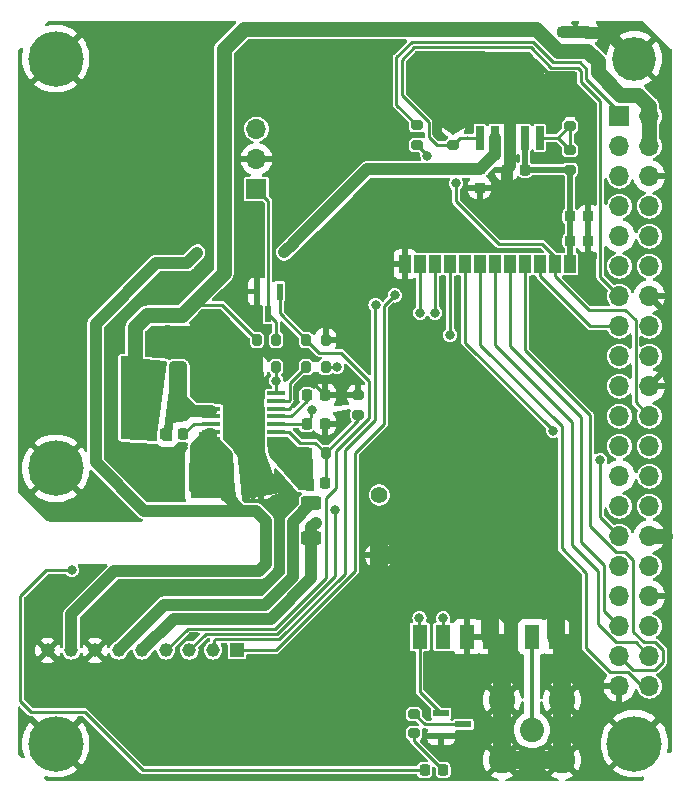
<source format=gtl>
%TF.GenerationSoftware,KiCad,Pcbnew,7.0.2-0*%
%TF.CreationDate,2024-05-08T20:56:10-07:00*%
%TF.ProjectId,RPi_interface,5250695f-696e-4746-9572-666163652e6b,1.1*%
%TF.SameCoordinates,Original*%
%TF.FileFunction,Copper,L1,Top*%
%TF.FilePolarity,Positive*%
%FSLAX46Y46*%
G04 Gerber Fmt 4.6, Leading zero omitted, Abs format (unit mm)*
G04 Created by KiCad (PCBNEW 7.0.2-0) date 2024-05-08 20:56:10*
%MOMM*%
%LPD*%
G01*
G04 APERTURE LIST*
G04 Aperture macros list*
%AMRoundRect*
0 Rectangle with rounded corners*
0 $1 Rounding radius*
0 $2 $3 $4 $5 $6 $7 $8 $9 X,Y pos of 4 corners*
0 Add a 4 corners polygon primitive as box body*
4,1,4,$2,$3,$4,$5,$6,$7,$8,$9,$2,$3,0*
0 Add four circle primitives for the rounded corners*
1,1,$1+$1,$2,$3*
1,1,$1+$1,$4,$5*
1,1,$1+$1,$6,$7*
1,1,$1+$1,$8,$9*
0 Add four rect primitives between the rounded corners*
20,1,$1+$1,$2,$3,$4,$5,0*
20,1,$1+$1,$4,$5,$6,$7,0*
20,1,$1+$1,$6,$7,$8,$9,0*
20,1,$1+$1,$8,$9,$2,$3,0*%
G04 Aperture macros list end*
%TA.AperFunction,SMDPad,CuDef*%
%ADD10RoundRect,0.200000X0.275000X-0.200000X0.275000X0.200000X-0.275000X0.200000X-0.275000X-0.200000X0*%
%TD*%
%TA.AperFunction,SMDPad,CuDef*%
%ADD11R,1.320800X0.558800*%
%TD*%
%TA.AperFunction,SMDPad,CuDef*%
%ADD12RoundRect,0.225000X0.250000X-0.225000X0.250000X0.225000X-0.250000X0.225000X-0.250000X-0.225000X0*%
%TD*%
%TA.AperFunction,ComponentPad*%
%ADD13C,4.700000*%
%TD*%
%TA.AperFunction,SMDPad,CuDef*%
%ADD14RoundRect,0.225000X-0.225000X-0.250000X0.225000X-0.250000X0.225000X0.250000X-0.225000X0.250000X0*%
%TD*%
%TA.AperFunction,SMDPad,CuDef*%
%ADD15R,0.650000X2.000000*%
%TD*%
%TA.AperFunction,SMDPad,CuDef*%
%ADD16R,3.200000X2.000000*%
%TD*%
%TA.AperFunction,SMDPad,CuDef*%
%ADD17RoundRect,0.250000X-0.325000X-1.100000X0.325000X-1.100000X0.325000X1.100000X-0.325000X1.100000X0*%
%TD*%
%TA.AperFunction,ComponentPad*%
%ADD18R,1.150000X1.150000*%
%TD*%
%TA.AperFunction,ComponentPad*%
%ADD19C,1.150000*%
%TD*%
%TA.AperFunction,SMDPad,CuDef*%
%ADD20RoundRect,0.333000X0.417000X1.767000X-0.417000X1.767000X-0.417000X-1.767000X0.417000X-1.767000X0*%
%TD*%
%TA.AperFunction,SMDPad,CuDef*%
%ADD21RoundRect,0.200000X-0.275000X0.200000X-0.275000X-0.200000X0.275000X-0.200000X0.275000X0.200000X0*%
%TD*%
%TA.AperFunction,ComponentPad*%
%ADD22C,3.700000*%
%TD*%
%TA.AperFunction,SMDPad,CuDef*%
%ADD23RoundRect,0.218750X0.218750X0.256250X-0.218750X0.256250X-0.218750X-0.256250X0.218750X-0.256250X0*%
%TD*%
%TA.AperFunction,SMDPad,CuDef*%
%ADD24RoundRect,0.200000X-0.200000X-0.275000X0.200000X-0.275000X0.200000X0.275000X-0.200000X0.275000X0*%
%TD*%
%TA.AperFunction,SMDPad,CuDef*%
%ADD25R,0.975000X1.500000*%
%TD*%
%TA.AperFunction,SMDPad,CuDef*%
%ADD26R,1.300000X2.000000*%
%TD*%
%TA.AperFunction,SMDPad,CuDef*%
%ADD27R,5.100000X7.300000*%
%TD*%
%TA.AperFunction,SMDPad,CuDef*%
%ADD28R,1.600200X0.304800*%
%TD*%
%TA.AperFunction,SMDPad,CuDef*%
%ADD29R,2.310000X2.460000*%
%TD*%
%TA.AperFunction,SMDPad,CuDef*%
%ADD30RoundRect,0.250000X0.325000X1.100000X-0.325000X1.100000X-0.325000X-1.100000X0.325000X-1.100000X0*%
%TD*%
%TA.AperFunction,SMDPad,CuDef*%
%ADD31RoundRect,0.250000X-0.625000X0.312500X-0.625000X-0.312500X0.625000X-0.312500X0.625000X0.312500X0*%
%TD*%
%TA.AperFunction,SMDPad,CuDef*%
%ADD32R,0.558800X1.320800*%
%TD*%
%TA.AperFunction,ComponentPad*%
%ADD33C,1.400000*%
%TD*%
%TA.AperFunction,ComponentPad*%
%ADD34O,1.400000X1.400000*%
%TD*%
%TA.AperFunction,SMDPad,CuDef*%
%ADD35RoundRect,0.200000X0.200000X0.275000X-0.200000X0.275000X-0.200000X-0.275000X0.200000X-0.275000X0*%
%TD*%
%TA.AperFunction,ComponentPad*%
%ADD36C,2.050000*%
%TD*%
%TA.AperFunction,ComponentPad*%
%ADD37C,2.250000*%
%TD*%
%TA.AperFunction,ComponentPad*%
%ADD38R,1.700000X1.700000*%
%TD*%
%TA.AperFunction,ComponentPad*%
%ADD39O,1.700000X1.700000*%
%TD*%
%TA.AperFunction,ViaPad*%
%ADD40C,0.800000*%
%TD*%
%TA.AperFunction,Conductor*%
%ADD41C,1.000000*%
%TD*%
%TA.AperFunction,Conductor*%
%ADD42C,0.250000*%
%TD*%
%TA.AperFunction,Conductor*%
%ADD43C,1.500000*%
%TD*%
%TA.AperFunction,Conductor*%
%ADD44C,1.270000*%
%TD*%
%TA.AperFunction,Conductor*%
%ADD45C,0.500000*%
%TD*%
%TA.AperFunction,Conductor*%
%ADD46C,0.342400*%
%TD*%
G04 APERTURE END LIST*
D10*
%TO.P,R6,1*%
%TO.N,V_RF*%
X137050000Y-60900000D03*
%TO.P,R6,2*%
%TO.N,Net-(U3-SENSE{slash}ADJ)*%
X137050000Y-59250000D03*
%TD*%
D11*
%TO.P,Q2,1,G*%
%TO.N,RF_TX_EN*%
X126135200Y-106922500D03*
%TO.P,Q2,2,S*%
%TO.N,GND*%
X126135200Y-108827500D03*
%TO.P,Q2,3,D*%
%TO.N,Net-(Q2-D)*%
X128014800Y-107875000D03*
%TD*%
D12*
%TO.P,C12,1,1*%
%TO.N,5V*%
X136425000Y-50825000D03*
%TO.P,C12,2,2*%
%TO.N,GND*%
X136425000Y-49275000D03*
%TD*%
D13*
%TO.P,H5,1,1*%
%TO.N,GND*%
X93500000Y-86200000D03*
%TD*%
D10*
%TO.P,R7,1*%
%TO.N,Net-(U3-SENSE{slash}ADJ)*%
X137050000Y-57225000D03*
%TO.P,R7,2*%
%TO.N,GND*%
X137050000Y-55575000D03*
%TD*%
D14*
%TO.P,C8,1*%
%TO.N,GND*%
X131675000Y-60900000D03*
%TO.P,C8,2*%
%TO.N,V_RF*%
X133225000Y-60900000D03*
%TD*%
D15*
%TO.P,U3,1,~{SHDN}*%
%TO.N,ENAB_RF*%
X129410000Y-58200000D03*
%TO.P,U3,2,IN*%
%TO.N,VBATT*%
X130680000Y-58200000D03*
%TO.P,U3,3,GND_1*%
%TO.N,GND*%
X131950000Y-58200000D03*
%TO.P,U3,4,OUT*%
%TO.N,V_RF*%
X133220000Y-58200000D03*
%TO.P,U3,5,SENSE/ADJ*%
%TO.N,Net-(U3-SENSE{slash}ADJ)*%
X134490000Y-58200000D03*
D16*
%TO.P,U3,6,GND_2*%
%TO.N,GND*%
X131950000Y-52200000D03*
%TD*%
D10*
%TO.P,R11,1*%
%TO.N,ENAB_RF*%
X127150000Y-58815000D03*
%TO.P,R11,2*%
%TO.N,GND*%
X127150000Y-57165000D03*
%TD*%
D17*
%TO.P,C3,1,1*%
%TO.N,VBATT*%
X107961341Y-86913659D03*
%TO.P,C3,2,2*%
%TO.N,GND*%
X110911341Y-86913659D03*
%TD*%
D18*
%TO.P,J2,1,1*%
%TO.N,TX*%
X108825000Y-101600000D03*
D19*
%TO.P,J2,2,2*%
%TO.N,RX*%
X106824999Y-101600000D03*
%TO.P,J2,3,3*%
%TO.N,ENAB_RPI*%
X104825000Y-101600000D03*
%TO.P,J2,4,4*%
%TO.N,RPI_RST*%
X102824999Y-101600000D03*
%TO.P,J2,5,5*%
%TO.N,PyCubed_AIN4*%
X100825001Y-101600000D03*
%TO.P,J2,6,6*%
%TO.N,PYCUBED_3V3*%
X98825000Y-101600000D03*
%TO.P,J2,7,7*%
%TO.N,GND*%
X96825001Y-101600000D03*
%TO.P,J2,8,8*%
%TO.N,VBATT*%
X94825000Y-101600000D03*
%TO.P,J2,9,9*%
%TO.N,GND*%
X92824999Y-101600000D03*
%TD*%
D20*
%TO.P,L1,1,1*%
%TO.N,Net-(U1-SW1)*%
X103836341Y-79213659D03*
%TO.P,L1,2,2*%
%TO.N,5V*%
X100236341Y-79213659D03*
%TD*%
D21*
%TO.P,R12,1*%
%TO.N,+3V3*%
X124100000Y-57150000D03*
%TO.P,R12,2*%
%TO.N,TCXO_EN*%
X124100000Y-58800000D03*
%TD*%
D22*
%TO.P,H2,1,1*%
%TO.N,GND*%
X142500000Y-51500000D03*
%TD*%
D23*
%TO.P,D1,1,K*%
%TO.N,Net-(D1-K)*%
X126300000Y-111750000D03*
%TO.P,D1,2,A*%
%TO.N,5V*%
X124725000Y-111750000D03*
%TD*%
D21*
%TO.P,R4,1,1*%
%TO.N,GND*%
X119123841Y-79988659D03*
%TO.P,R4,2,2*%
%TO.N,Net-(U1-VFB)*%
X119123841Y-81638659D03*
%TD*%
D14*
%TO.P,C10,1,1*%
%TO.N,V_RF*%
X137050000Y-66950000D03*
%TO.P,C10,2,2*%
%TO.N,GND*%
X138600000Y-66950000D03*
%TD*%
D24*
%TO.P,R8,1,1*%
%TO.N,5V*%
X110525000Y-75300000D03*
%TO.P,R8,2,2*%
%TO.N,Net-(J3-Pin_1)*%
X112175000Y-75300000D03*
%TD*%
D25*
%TO.P,U2,1,VCC*%
%TO.N,V_RF*%
X137060000Y-68910000D03*
%TO.P,U2,2,TCXOEN*%
%TO.N,TCXO_EN*%
X135790000Y-68910000D03*
%TO.P,U2,3,NRESET*%
%TO.N,RF_RST*%
X134520000Y-68910000D03*
%TO.P,U2,4,BUSY*%
%TO.N,RF_BUSY*%
X133250000Y-68910000D03*
%TO.P,U2,5,DIO1*%
%TO.N,RF_IO1*%
X131980000Y-68910000D03*
%TO.P,U2,6,DIO2*%
%TO.N,RF_IO2*%
X130710000Y-68910000D03*
%TO.P,U2,7,DIO3*%
%TO.N,RF_IO3*%
X129440000Y-68910000D03*
%TO.P,U2,8,NSS*%
%TO.N,RF_CS*%
X128170000Y-68910000D03*
%TO.P,U2,9,SCK*%
%TO.N,SCLK*%
X126900000Y-68910000D03*
%TO.P,U2,10,MOSI*%
%TO.N,MOSI*%
X125630000Y-68910000D03*
%TO.P,U2,11,MISO*%
%TO.N,MISO*%
X124360000Y-68910000D03*
%TO.P,U2,12,GND*%
%TO.N,GND*%
X123090000Y-68910000D03*
D26*
%TO.P,U2,13,TXEN*%
%TO.N,RF_TX_EN*%
X124310000Y-100450000D03*
%TO.P,U2,14,RXEN*%
%TO.N,RF_RX_EN*%
X126310000Y-100450000D03*
%TO.P,U2,15,GND*%
%TO.N,GND*%
X128310000Y-100450000D03*
%TO.P,U2,16,GND*%
X130310000Y-100450000D03*
%TO.P,U2,17,ANT*%
%TO.N,Net-(J4-In)*%
X133830000Y-100450000D03*
%TO.P,U2,18,GND*%
%TO.N,GND*%
X135830000Y-100450000D03*
D27*
%TO.P,U2,19,GND*%
X130560000Y-94550000D03*
%TD*%
D28*
%TO.P,U1,1,VO*%
%TO.N,5V*%
X112179541Y-83736363D03*
%TO.P,U1,2,VFB*%
%TO.N,Net-(U1-VFB)*%
X112179541Y-83086350D03*
%TO.P,U1,3,VREG5*%
%TO.N,Net-(U1-VREG5)*%
X112179541Y-82436341D03*
%TO.P,U1,4,SS*%
%TO.N,Net-(U1-SS)*%
X112179541Y-81786329D03*
%TO.P,U1,5,GND*%
%TO.N,GND*%
X112179541Y-81136317D03*
%TO.P,U1,6,PG*%
%TO.N,Net-(U1-PG)*%
X112179541Y-80486308D03*
%TO.P,U1,7,EN*%
%TO.N,ENAB_RPI*%
X112179541Y-79836295D03*
%TO.P,U1,8,PGND1*%
%TO.N,GND*%
X106642341Y-79836295D03*
%TO.P,U1,9,PGND2*%
X106642341Y-80486308D03*
%TO.P,U1,10,SW1*%
%TO.N,Net-(U1-SW1)*%
X106642341Y-81136317D03*
%TO.P,U1,11,SW2*%
X106642341Y-81786329D03*
%TO.P,U1,12,VBST*%
%TO.N,Net-(U1-VBST)*%
X106642341Y-82436341D03*
%TO.P,U1,13,VIN1*%
%TO.N,VBATT*%
X106642341Y-83086350D03*
%TO.P,U1,14,VIN2*%
X106642341Y-83736363D03*
D29*
%TO.P,U1,15,EPAD*%
%TO.N,GND*%
X109410941Y-81786329D03*
%TD*%
D12*
%TO.P,C2,1,1*%
%TO.N,GND*%
X104161341Y-74788659D03*
%TO.P,C2,2,2*%
%TO.N,5V*%
X104161341Y-73238659D03*
%TD*%
D30*
%TO.P,C4,1,1*%
%TO.N,VBATT*%
X105361341Y-86913659D03*
%TO.P,C4,2,2*%
%TO.N,GND*%
X102411341Y-86913659D03*
%TD*%
D14*
%TO.P,C5,1,1*%
%TO.N,Net-(U1-SW1)*%
X102761341Y-83313659D03*
%TO.P,C5,2,2*%
%TO.N,Net-(U1-VBST)*%
X104311341Y-83313659D03*
%TD*%
D31*
%TO.P,R1,1*%
%TO.N,PYCUBED_3V3*%
X115150000Y-89162500D03*
%TO.P,R1,2*%
%TO.N,PyCubed_AIN4*%
X115150000Y-92087500D03*
%TD*%
D14*
%TO.P,C7,1,1*%
%TO.N,Net-(U1-VREG5)*%
X114748841Y-82413659D03*
%TO.P,C7,2,2*%
%TO.N,GND*%
X116298841Y-82413659D03*
%TD*%
%TO.P,C6,1,1*%
%TO.N,Net-(U1-SS)*%
X114748841Y-79988659D03*
%TO.P,C6,2,2*%
%TO.N,GND*%
X116298841Y-79988659D03*
%TD*%
D32*
%TO.P,Q1,1,G*%
%TO.N,RPI_RST*%
X112462500Y-71220400D03*
%TO.P,Q1,2,S*%
%TO.N,GND*%
X110557500Y-71220400D03*
%TO.P,Q1,3,D*%
%TO.N,Net-(J3-Pin_1)*%
X111510000Y-73100000D03*
%TD*%
D12*
%TO.P,C14,1*%
%TO.N,GND*%
X129400000Y-62425000D03*
%TO.P,C14,2*%
%TO.N,VBATT*%
X129400000Y-60875000D03*
%TD*%
D13*
%TO.P,H4,1,1*%
%TO.N,GND*%
X142500000Y-109500000D03*
%TD*%
%TO.P,H1,1,1*%
%TO.N,GND*%
X93500000Y-51500000D03*
%TD*%
D24*
%TO.P,R9,1,1*%
%TO.N,RPI_RST*%
X114698841Y-75300000D03*
%TO.P,R9,2,2*%
%TO.N,GND*%
X116348841Y-75300000D03*
%TD*%
D10*
%TO.P,R10,1*%
%TO.N,Net-(D1-K)*%
X123850000Y-108625000D03*
%TO.P,R10,2*%
%TO.N,Net-(Q2-D)*%
X123850000Y-106975000D03*
%TD*%
D14*
%TO.P,C11,1,1*%
%TO.N,5V*%
X114748841Y-87413659D03*
%TO.P,C11,2,2*%
%TO.N,Net-(U1-VFB)*%
X116298841Y-87413659D03*
%TD*%
D12*
%TO.P,C1,1,1*%
%TO.N,GND*%
X101821341Y-74788659D03*
%TO.P,C1,2,2*%
%TO.N,5V*%
X101821341Y-73238659D03*
%TD*%
D14*
%TO.P,C9,1,1*%
%TO.N,V_RF*%
X137050000Y-64850000D03*
%TO.P,C9,2,2*%
%TO.N,GND*%
X138600000Y-64850000D03*
%TD*%
D33*
%TO.P,TH1,1*%
%TO.N,PyCubed_AIN4*%
X120900000Y-88460000D03*
D34*
%TO.P,TH1,2*%
%TO.N,GND*%
X120900000Y-93540000D03*
%TD*%
D13*
%TO.P,H3,1,1*%
%TO.N,GND*%
X93500000Y-109500000D03*
%TD*%
D35*
%TO.P,R3,1,1*%
%TO.N,Net-(U1-VFB)*%
X116348841Y-84913659D03*
%TO.P,R3,2,2*%
%TO.N,5V*%
X114698841Y-84913659D03*
%TD*%
D12*
%TO.P,C13,1,1*%
%TO.N,5V*%
X138520000Y-50845000D03*
%TO.P,C13,2,2*%
%TO.N,GND*%
X138520000Y-49295000D03*
%TD*%
D24*
%TO.P,R2,1,1*%
%TO.N,GND*%
X110511341Y-77613659D03*
%TO.P,R2,2,2*%
%TO.N,ENAB_RPI*%
X112161341Y-77613659D03*
%TD*%
D36*
%TO.P,J4,1,In*%
%TO.N,Net-(J4-In)*%
X133830000Y-108335000D03*
D37*
%TO.P,J4,2,Ext*%
%TO.N,GND*%
X131290000Y-105795000D03*
X131290000Y-110875000D03*
X136370000Y-105795000D03*
X136370000Y-110875000D03*
%TD*%
D24*
%TO.P,R5,1,1*%
%TO.N,Net-(U1-PG)*%
X114698841Y-77613659D03*
%TO.P,R5,2,2*%
%TO.N,Net-(U1-VREG5)*%
X116348841Y-77613659D03*
%TD*%
D38*
%TO.P,J3,1,Pin_1*%
%TO.N,Net-(J3-Pin_1)*%
X110500000Y-62540000D03*
D39*
%TO.P,J3,2,Pin_2*%
%TO.N,GND*%
X110500000Y-60000000D03*
%TO.P,J3,3,Pin_3*%
%TO.N,unconnected-(J3-Pin_3-Pad3)*%
X110500000Y-57460000D03*
%TD*%
D38*
%TO.P,J1,1,Pin_1*%
%TO.N,+3V3*%
X141230000Y-56370000D03*
D39*
%TO.P,J1,2,Pin_2*%
%TO.N,5V*%
X143770000Y-56370000D03*
%TO.P,J1,3,Pin_3*%
%TO.N,unconnected-(J1-Pin_3-Pad3)*%
X141230000Y-58910000D03*
%TO.P,J1,4,Pin_4*%
%TO.N,5V*%
X143770000Y-58910000D03*
%TO.P,J1,5,Pin_5*%
%TO.N,unconnected-(J1-Pin_5-Pad5)*%
X141230000Y-61450000D03*
%TO.P,J1,6,Pin_6*%
%TO.N,GND*%
X143770000Y-61450000D03*
%TO.P,J1,7,Pin_7*%
%TO.N,unconnected-(J1-Pin_7-Pad7)*%
X141230000Y-63990000D03*
%TO.P,J1,8,Pin_8*%
%TO.N,TX*%
X143770000Y-63990000D03*
%TO.P,J1,9,Pin_9*%
%TO.N,GND*%
X141230000Y-66530000D03*
%TO.P,J1,10,Pin_10*%
%TO.N,RX*%
X143770000Y-66530000D03*
%TO.P,J1,11,Pin_11*%
%TO.N,unconnected-(J1-Pin_11-Pad11)*%
X141230000Y-69070000D03*
%TO.P,J1,12,Pin_12*%
%TO.N,unconnected-(J1-Pin_12-Pad12)*%
X143770000Y-69070000D03*
%TO.P,J1,13,Pin_13*%
%TO.N,ENAB_RF*%
X141230000Y-71610000D03*
%TO.P,J1,14,Pin_14*%
%TO.N,GND*%
X143770000Y-71610000D03*
%TO.P,J1,15,Pin_15*%
%TO.N,RF_RST*%
X141230000Y-74150000D03*
%TO.P,J1,16,Pin_16*%
%TO.N,RF_TX_EN*%
X143770000Y-74150000D03*
%TO.P,J1,17,Pin_17*%
%TO.N,unconnected-(J1-Pin_17-Pad17)*%
X141230000Y-76690000D03*
%TO.P,J1,18,Pin_18*%
%TO.N,RF_RX_EN*%
X143770000Y-76690000D03*
%TO.P,J1,19,Pin_19*%
%TO.N,MOSI*%
X141230000Y-79230000D03*
%TO.P,J1,20,Pin_20*%
%TO.N,GND*%
X143770000Y-79230000D03*
%TO.P,J1,21,Pin_21*%
%TO.N,MISO*%
X141230000Y-81770000D03*
%TO.P,J1,22,Pin_22*%
%TO.N,TCXO_EN*%
X143770000Y-81770000D03*
%TO.P,J1,23,Pin_23*%
%TO.N,SCLK*%
X141230000Y-84310000D03*
%TO.P,J1,24,Pin_24*%
%TO.N,unconnected-(J1-Pin_24-Pad24)*%
X143770000Y-84310000D03*
%TO.P,J1,25,Pin_25*%
%TO.N,GND*%
X141230000Y-86850000D03*
%TO.P,J1,26,Pin_26*%
%TO.N,unconnected-(J1-Pin_26-Pad26)*%
X143770000Y-86850000D03*
%TO.P,J1,27,Pin_27*%
%TO.N,unconnected-(J1-Pin_27-Pad27)*%
X141230000Y-89390000D03*
%TO.P,J1,28,Pin_28*%
%TO.N,unconnected-(J1-Pin_28-Pad28)*%
X143770000Y-89390000D03*
%TO.P,J1,29,Pin_29*%
%TO.N,RF_CS*%
X141230000Y-91930000D03*
%TO.P,J1,30,Pin_30*%
%TO.N,GND*%
X143770000Y-91930000D03*
%TO.P,J1,31,Pin_31*%
%TO.N,unconnected-(J1-Pin_31-Pad31)*%
X141230000Y-94470000D03*
%TO.P,J1,32,Pin_32*%
%TO.N,unconnected-(J1-Pin_32-Pad32)*%
X143770000Y-94470000D03*
%TO.P,J1,33,Pin_33*%
%TO.N,unconnected-(J1-Pin_33-Pad33)*%
X141230000Y-97010000D03*
%TO.P,J1,34,Pin_34*%
%TO.N,GND*%
X143770000Y-97010000D03*
%TO.P,J1,35,Pin_35*%
%TO.N,RF_IO1*%
X141230000Y-99550000D03*
%TO.P,J1,36,Pin_36*%
%TO.N,unconnected-(J1-Pin_36-Pad36)*%
X143770000Y-99550000D03*
%TO.P,J1,37,Pin_37*%
%TO.N,RF_BUSY*%
X141230000Y-102090000D03*
%TO.P,J1,38,Pin_38*%
%TO.N,RF_IO2*%
X143770000Y-102090000D03*
%TO.P,J1,39,Pin_39*%
%TO.N,GND*%
X141230000Y-104630000D03*
%TO.P,J1,40,Pin_40*%
%TO.N,RF_IO3*%
X143770000Y-104630000D03*
%TD*%
D40*
%TO.N,GND*%
X109010000Y-83625000D03*
X131175000Y-64800000D03*
X98160000Y-99120000D03*
X130135000Y-88410000D03*
X129185000Y-88410000D03*
X117375000Y-59150000D03*
X91598000Y-105730000D03*
X129185000Y-89285000D03*
X106686341Y-77163659D03*
X98160000Y-100020000D03*
X93523000Y-103980000D03*
X95423000Y-104855000D03*
X95423000Y-105730000D03*
X107561341Y-74288659D03*
X132050000Y-64800000D03*
X131085000Y-89285000D03*
X93430000Y-97080000D03*
X93523000Y-105730000D03*
X92530000Y-97980000D03*
X109885000Y-83625000D03*
X131175000Y-63850000D03*
X130350000Y-54125000D03*
X107561341Y-75238659D03*
X105811341Y-74288659D03*
X138900000Y-68250000D03*
X126300000Y-55325000D03*
X125425000Y-54375000D03*
X117636341Y-82013659D03*
X92573000Y-103980000D03*
X110325000Y-79000000D03*
X124550000Y-54375000D03*
X124550000Y-52450000D03*
X106686341Y-74288659D03*
X94473000Y-103980000D03*
X98160000Y-98220000D03*
X92573000Y-105730000D03*
X132925000Y-63850000D03*
X97260000Y-99120000D03*
X132050000Y-63850000D03*
X131300000Y-54125000D03*
X132250000Y-55000000D03*
X130135000Y-89285000D03*
X117375000Y-60100000D03*
X131085000Y-88410000D03*
X126300000Y-52450000D03*
X98298000Y-104855000D03*
X98298000Y-105730000D03*
X109450000Y-79950000D03*
X129185000Y-90160000D03*
X97348000Y-104855000D03*
X133225000Y-55875000D03*
X119725000Y-67600000D03*
X120600000Y-67600000D03*
X125425000Y-52450000D03*
X110325000Y-79950000D03*
X108575000Y-79950000D03*
X132250000Y-55875000D03*
X96398000Y-103980000D03*
X97260000Y-100020000D03*
X96398000Y-105730000D03*
X97348000Y-103980000D03*
X105811341Y-77163659D03*
X107561341Y-77163659D03*
X91630000Y-97980000D03*
X99650000Y-85675000D03*
X92573000Y-104855000D03*
X130350000Y-55875000D03*
X131085000Y-90160000D03*
X98775000Y-84725000D03*
X120600000Y-66650000D03*
X99650000Y-84725000D03*
X130350000Y-55000000D03*
X126300000Y-54375000D03*
X91598000Y-103980000D03*
X107561341Y-76188659D03*
X116500000Y-60100000D03*
X110760000Y-83625000D03*
X109010000Y-84600000D03*
X91630000Y-97080000D03*
X121475000Y-66650000D03*
X110760000Y-84600000D03*
X93430000Y-97980000D03*
X130135000Y-90160000D03*
X131300000Y-55875000D03*
X105811341Y-75238659D03*
X92530000Y-97080000D03*
X119725000Y-66650000D03*
X124550000Y-55325000D03*
X109450000Y-79000000D03*
X109885000Y-84600000D03*
X126300000Y-53425000D03*
X106686341Y-75238659D03*
X133225000Y-54125000D03*
X108575000Y-79000000D03*
X94473000Y-105730000D03*
X93523000Y-104855000D03*
X94473000Y-104855000D03*
X132925000Y-64800000D03*
X125425000Y-55325000D03*
X105811341Y-76188659D03*
X124550000Y-53425000D03*
X91598000Y-104855000D03*
X97348000Y-105730000D03*
X125425000Y-53425000D03*
X131300000Y-55000000D03*
X106686341Y-76188659D03*
X115625000Y-60100000D03*
X132060000Y-90160000D03*
X96398000Y-104855000D03*
X98775000Y-85675000D03*
X132060000Y-88410000D03*
X97260000Y-98220000D03*
X132060000Y-89285000D03*
X121475000Y-67600000D03*
X116500000Y-59150000D03*
X115625000Y-59150000D03*
X95423000Y-103980000D03*
X98298000Y-103980000D03*
X132250000Y-54125000D03*
X133225000Y-55000000D03*
X117636341Y-80013659D03*
%TO.N,5V*%
X100961341Y-81788659D03*
X113236341Y-84813659D03*
X94850000Y-94800000D03*
X114136341Y-85713659D03*
X101511341Y-82688659D03*
X112286341Y-84813659D03*
X100011341Y-81788659D03*
X100561341Y-82688659D03*
X113186341Y-85713659D03*
%TO.N,VBATT*%
X112830000Y-67930000D03*
X105442500Y-67957500D03*
X113630000Y-67130000D03*
X104642500Y-68757500D03*
%TO.N,Net-(U1-VREG5)*%
X115236341Y-81213659D03*
X117336341Y-77613659D03*
%TO.N,TX*%
X122200000Y-71550000D03*
%TO.N,RX*%
X120579480Y-72374156D03*
%TO.N,RF_TX_EN*%
X124300000Y-98875000D03*
%TO.N,RF_RX_EN*%
X126300000Y-98875000D03*
%TO.N,MOSI*%
X125625000Y-73025000D03*
%TO.N,MISO*%
X124360000Y-73010000D03*
%TO.N,TCXO_EN*%
X127375000Y-62075000D03*
X124975000Y-59725000D03*
%TO.N,SCLK*%
X126900000Y-74900000D03*
%TO.N,RF_CS*%
X139600000Y-85475000D03*
X135600500Y-83000000D03*
%TO.N,PyCubed_AIN4*%
X115525000Y-90800000D03*
%TO.N,ENAB_RPI*%
X112179541Y-78790000D03*
X117112299Y-89687299D03*
%TD*%
D41*
%TO.N,PYCUBED_3V3*%
X115150000Y-89162500D02*
X113575000Y-90737500D01*
X113575000Y-90737500D02*
X113575000Y-95375000D01*
X113575000Y-95375000D02*
X111215000Y-97735000D01*
X111215000Y-97735000D02*
X102690000Y-97735000D01*
X102690000Y-97735000D02*
X98825000Y-101600000D01*
%TO.N,PyCubed_AIN4*%
X115150000Y-92087500D02*
X115150000Y-95497056D01*
X115150000Y-95497056D02*
X111712056Y-98935000D01*
X111712056Y-98935000D02*
X103490001Y-98935000D01*
X103490001Y-98935000D02*
X100825001Y-101600000D01*
D42*
%TO.N,RPI_RST*%
X114698841Y-75300000D02*
X115798841Y-76400000D01*
X120061341Y-81918621D02*
X117250000Y-84729962D01*
X115798841Y-76400000D02*
X117649460Y-76400000D01*
X117649460Y-76400000D02*
X120061341Y-78811881D01*
X120061341Y-78811881D02*
X120061341Y-81918621D01*
X117250000Y-84729962D02*
X117250000Y-87825000D01*
X117250000Y-87825000D02*
X116375000Y-88700000D01*
X116375000Y-88700000D02*
X116375000Y-95438782D01*
X116375000Y-95438782D02*
X112053782Y-99760000D01*
X112053782Y-99760000D02*
X104664999Y-99760000D01*
X104664999Y-99760000D02*
X102824999Y-101600000D01*
%TO.N,ENAB_RPI*%
X117112299Y-89687299D02*
X117112299Y-95337879D01*
X117112299Y-95337879D02*
X112240178Y-100210000D01*
X112240178Y-100210000D02*
X106215000Y-100210000D01*
X106215000Y-100210000D02*
X104825000Y-101600000D01*
%TO.N,RX*%
X120579480Y-72374156D02*
X120511341Y-72442295D01*
X120511341Y-82105017D02*
X117975000Y-84641358D01*
X120511341Y-72442295D02*
X120511341Y-82105017D01*
X117975000Y-95111574D02*
X112426574Y-100660000D01*
X117975000Y-84641358D02*
X117975000Y-95111574D01*
X112426574Y-100660000D02*
X107019998Y-100660000D01*
X107019998Y-100660000D02*
X106910000Y-100769998D01*
X106910000Y-100769998D02*
X106910000Y-101514999D01*
X106910000Y-101514999D02*
X106824999Y-101600000D01*
%TO.N,TX*%
X122200000Y-71550000D02*
X121300000Y-72450000D01*
X121300000Y-72450000D02*
X121300000Y-82400000D01*
X121300000Y-82400000D02*
X118825000Y-84875000D01*
X118825000Y-84875000D02*
X118825000Y-94897970D01*
X118825000Y-94897970D02*
X112122970Y-101600000D01*
X112122970Y-101600000D02*
X108825000Y-101600000D01*
D41*
%TO.N,VBATT*%
X109227047Y-89810000D02*
X110441371Y-89810000D01*
X110441371Y-89810000D02*
X111300000Y-90668629D01*
X111300000Y-90668629D02*
X111300000Y-94331371D01*
X111300000Y-94331371D02*
X110731371Y-94900000D01*
X110731371Y-94900000D02*
X98454365Y-94900000D01*
X98454365Y-94900000D02*
X94825000Y-98529365D01*
X94825000Y-98529365D02*
X94825000Y-101600000D01*
D42*
%TO.N,5V*%
X94850000Y-94800000D02*
X92710000Y-94800000D01*
X90510000Y-97000000D02*
X90510000Y-105905305D01*
X92710000Y-94800000D02*
X90510000Y-97000000D01*
X90510000Y-105905305D02*
X91424695Y-106820000D01*
X91424695Y-106820000D02*
X95945000Y-106820000D01*
X95945000Y-106820000D02*
X100875000Y-111750000D01*
X100875000Y-111750000D02*
X124725000Y-111750000D01*
D43*
%TO.N,GND*%
X136370000Y-100990000D02*
X135830000Y-100450000D01*
D44*
X143770000Y-91930000D02*
X145055000Y-91930000D01*
D42*
X115486341Y-79188659D02*
X115111341Y-78813659D01*
D43*
X120900000Y-94725000D02*
X120900000Y-93540000D01*
D41*
X131950000Y-58200000D02*
X131950000Y-56175000D01*
X138520000Y-49295000D02*
X140295000Y-49295000D01*
D43*
X136370000Y-105795000D02*
X136370000Y-100990000D01*
D41*
X131675000Y-60900000D02*
X131675000Y-63475000D01*
D45*
X145100000Y-72940000D02*
X143770000Y-71610000D01*
D43*
X122490000Y-93540000D02*
X120900000Y-93540000D01*
X132430000Y-94550000D02*
X130560000Y-94550000D01*
D45*
X138600000Y-66950000D02*
X138600000Y-64850000D01*
D43*
X131290000Y-105795000D02*
X131290000Y-101430000D01*
D42*
X113936341Y-79548342D02*
X113936341Y-80429617D01*
D45*
X143770000Y-79230000D02*
X145100000Y-77900000D01*
D41*
X131950000Y-60625000D02*
X131950000Y-58200000D01*
D43*
X130310000Y-100450000D02*
X130310000Y-96265000D01*
D41*
X131950000Y-56175000D02*
X132250000Y-55875000D01*
X131675000Y-63475000D02*
X132050000Y-63850000D01*
D42*
X117611341Y-79988659D02*
X117636341Y-80013659D01*
D41*
X140295000Y-49295000D02*
X142500000Y-51500000D01*
D45*
X145100000Y-77900000D02*
X145100000Y-72940000D01*
D42*
X116298841Y-79988659D02*
X115498841Y-79188659D01*
D43*
X136370000Y-110875000D02*
X131290000Y-110875000D01*
D41*
X131675000Y-60900000D02*
X131950000Y-60625000D01*
D43*
X120900000Y-93540000D02*
X120900000Y-92550000D01*
X136370000Y-105795000D02*
X136370000Y-110875000D01*
X135830000Y-97950000D02*
X132430000Y-94550000D01*
X131290000Y-105795000D02*
X131290000Y-110875000D01*
D45*
X138600000Y-66950000D02*
X138600000Y-67950000D01*
X138600000Y-67950000D02*
X138900000Y-68250000D01*
D42*
X115498841Y-79188659D02*
X115486341Y-79188659D01*
D41*
X138500000Y-49275000D02*
X138520000Y-49295000D01*
D42*
X113936341Y-80429617D02*
X113229641Y-81136317D01*
X117636341Y-80013659D02*
X117661341Y-79988659D01*
X117661341Y-79988659D02*
X119123841Y-79988659D01*
X113229641Y-81136317D02*
X112179541Y-81136317D01*
X115111341Y-78813659D02*
X114671024Y-78813659D01*
X114671024Y-78813659D02*
X113936341Y-79548342D01*
D41*
X136425000Y-49275000D02*
X138500000Y-49275000D01*
D42*
X116298841Y-79988659D02*
X117611341Y-79988659D01*
D43*
X131290000Y-101430000D02*
X130310000Y-100450000D01*
X135830000Y-100450000D02*
X135830000Y-97950000D01*
D44*
%TO.N,5V*%
X105060000Y-72340000D02*
X107740000Y-69660000D01*
X101821341Y-73238659D02*
X104161341Y-73238659D01*
X100236341Y-74243659D02*
X101241341Y-73238659D01*
X100236341Y-79213659D02*
X100236341Y-74243659D01*
X104161341Y-73238659D02*
X105060000Y-72340000D01*
X141250000Y-54550000D02*
X139375000Y-52675000D01*
D42*
X110525000Y-75300000D02*
X107565000Y-72340000D01*
D44*
X136000934Y-50825000D02*
X136425000Y-50825000D01*
X142780000Y-54550000D02*
X141250000Y-54550000D01*
X107740000Y-69660000D02*
X107740000Y-50720000D01*
X143770000Y-58910000D02*
X143770000Y-56370000D01*
D42*
X107565000Y-72340000D02*
X105060000Y-72340000D01*
D44*
X109435000Y-49025000D02*
X134200934Y-49025000D01*
X101241341Y-73238659D02*
X101821341Y-73238659D01*
X139375000Y-51700000D02*
X138520000Y-50845000D01*
X143770000Y-56370000D02*
X143770000Y-55540000D01*
X136445000Y-50845000D02*
X136425000Y-50825000D01*
X138520000Y-50845000D02*
X136445000Y-50845000D01*
X143770000Y-55540000D02*
X142780000Y-54550000D01*
X134200934Y-49025000D02*
X136000934Y-50825000D01*
X139375000Y-52675000D02*
X139375000Y-51700000D01*
X107740000Y-50720000D02*
X109435000Y-49025000D01*
D41*
%TO.N,VBATT*%
X104390000Y-89770000D02*
X106340000Y-89770000D01*
X130680000Y-59655000D02*
X130680000Y-58200000D01*
X107961341Y-86913659D02*
X107961341Y-85055363D01*
X100980000Y-89770000D02*
X104390000Y-89770000D01*
X105470000Y-67930000D02*
X105442500Y-67957500D01*
X109187047Y-89770000D02*
X109227047Y-89810000D01*
X105361341Y-86913659D02*
X105361341Y-84367350D01*
X96870000Y-75702024D02*
X96880000Y-75712024D01*
X106730000Y-89770000D02*
X109187047Y-89770000D01*
X112855000Y-67905000D02*
X113655000Y-67105000D01*
X109227047Y-89810000D02*
X107961341Y-88544294D01*
X107961341Y-85055363D02*
X106642341Y-83736363D01*
X107961341Y-88544294D02*
X107961341Y-86913659D01*
X104667500Y-68732500D02*
X105467500Y-67932500D01*
X96880000Y-85670000D02*
X100980000Y-89770000D01*
X119885000Y-60875000D02*
X129400000Y-60875000D01*
X130620000Y-59655000D02*
X129400000Y-60875000D01*
X96870000Y-73940000D02*
X96870000Y-75702024D01*
X104642500Y-68757500D02*
X104590000Y-68810000D01*
X96880000Y-75712024D02*
X96880000Y-85670000D01*
X130680000Y-59655000D02*
X130620000Y-59655000D01*
X104590000Y-68810000D02*
X102000000Y-68810000D01*
X107961341Y-86913659D02*
X105361341Y-86913659D01*
X107961341Y-88544294D02*
X107955706Y-88544294D01*
X106439950Y-83288741D02*
X106642341Y-83288741D01*
X113630000Y-67130000D02*
X119885000Y-60875000D01*
X102000000Y-68810000D02*
X96870000Y-73940000D01*
X105361341Y-84367350D02*
X106439950Y-83288741D01*
X106340000Y-89770000D02*
X106730000Y-89770000D01*
%TO.N,Net-(U1-SW1)*%
X105142241Y-81338708D02*
X106642341Y-81338708D01*
X103836341Y-80032808D02*
X105142241Y-81338708D01*
X103836341Y-79213659D02*
X103836341Y-80032808D01*
D42*
%TO.N,Net-(U1-VBST)*%
X106642341Y-82436341D02*
X105188659Y-82436341D01*
X105188659Y-82436341D02*
X104311341Y-83313659D01*
%TO.N,Net-(U1-SS)*%
X113442141Y-81786329D02*
X112179541Y-81786329D01*
X114748841Y-79988659D02*
X114748841Y-80479629D01*
X114748841Y-80479629D02*
X113442141Y-81786329D01*
%TO.N,Net-(U1-VREG5)*%
X114726159Y-82436341D02*
X114748841Y-82413659D01*
X112392041Y-82436341D02*
X114726159Y-82436341D01*
X115036341Y-82126159D02*
X115236341Y-81213659D01*
X116348841Y-77613659D02*
X117336341Y-77613659D01*
X114748841Y-82413659D02*
X115036341Y-82126159D01*
D45*
%TO.N,V_RF*%
X137060000Y-68910000D02*
X137075000Y-68895000D01*
X133220000Y-60895000D02*
X133225000Y-60900000D01*
X137075000Y-64875000D02*
X137050000Y-64850000D01*
X137075000Y-68895000D02*
X137075000Y-64875000D01*
X133220000Y-58200000D02*
X133220000Y-60895000D01*
X137050000Y-64850000D02*
X137050000Y-60900000D01*
X133225000Y-60900000D02*
X137050000Y-60900000D01*
D42*
%TO.N,+3V3*%
X141230000Y-56370000D02*
X141230000Y-56005000D01*
X138415000Y-53190000D02*
X138415000Y-52340000D01*
X141230000Y-56005000D02*
X138415000Y-53190000D01*
X137880000Y-51805000D02*
X135623288Y-51805000D01*
X133893288Y-50075000D02*
X123675000Y-50075000D01*
X122350000Y-51400000D02*
X122350000Y-55400000D01*
X122350000Y-55400000D02*
X124100000Y-57150000D01*
X123675000Y-50075000D02*
X122350000Y-51400000D01*
X135623288Y-51805000D02*
X133893288Y-50075000D01*
X138415000Y-52340000D02*
X137880000Y-51805000D01*
%TO.N,ENAB_RF*%
X123855698Y-50530698D02*
X122800000Y-51586396D01*
X125075000Y-58125000D02*
X125765000Y-58815000D01*
X139625000Y-55100000D02*
X137965000Y-53440000D01*
X139600000Y-69980000D02*
X139600000Y-68575305D01*
X125765000Y-58815000D02*
X127150000Y-58815000D01*
X128350000Y-58200000D02*
X129410000Y-58200000D01*
X141230000Y-71610000D02*
X139600000Y-69980000D01*
X122800000Y-51586396D02*
X122800000Y-54600305D01*
X137693604Y-52255000D02*
X135436892Y-52255000D01*
X133712590Y-50530698D02*
X123855698Y-50530698D01*
X135436892Y-52255000D02*
X133712590Y-50530698D01*
X122800000Y-54600305D02*
X125075000Y-56875305D01*
X128310000Y-58200000D02*
X128330000Y-58180000D01*
X139600000Y-68575305D02*
X139625000Y-68550305D01*
X127150000Y-58815000D02*
X127765000Y-58200000D01*
X125075000Y-56875305D02*
X125075000Y-58125000D01*
X137965000Y-52526396D02*
X137693604Y-52255000D01*
X137965000Y-53440000D02*
X137965000Y-52526396D01*
X139625000Y-68550305D02*
X139625000Y-55100000D01*
X128330000Y-58180000D02*
X128350000Y-58200000D01*
X127765000Y-58200000D02*
X128310000Y-58200000D01*
%TO.N,RF_RST*%
X134520000Y-68910000D02*
X134520000Y-69910000D01*
X138760000Y-74150000D02*
X141230000Y-74150000D01*
X134520000Y-69910000D02*
X138760000Y-74150000D01*
%TO.N,RF_TX_EN*%
X124310000Y-100450000D02*
X124300000Y-98875000D01*
X124310000Y-105097300D02*
X124310000Y-100450000D01*
X126135200Y-106922500D02*
X124310000Y-105097300D01*
%TO.N,RF_RX_EN*%
X126310000Y-100450000D02*
X126300000Y-98875000D01*
%TO.N,MOSI*%
X125630000Y-73020000D02*
X125625000Y-73025000D01*
X125630000Y-68910000D02*
X125630000Y-73020000D01*
%TO.N,MISO*%
X124360000Y-73010000D02*
X124360000Y-68910000D01*
%TO.N,TCXO_EN*%
X124975000Y-59675000D02*
X124975000Y-59725000D01*
X135790000Y-69910000D02*
X138665000Y-72785000D01*
X141716701Y-72785000D02*
X142595000Y-73663299D01*
X142595000Y-73663299D02*
X142595000Y-80595000D01*
X127375000Y-63550000D02*
X131025000Y-67200000D01*
X124100000Y-58800000D02*
X124975000Y-59675000D01*
X142595000Y-80595000D02*
X143770000Y-81770000D01*
X124975000Y-59725000D02*
X125025000Y-59725000D01*
X135790000Y-68910000D02*
X135790000Y-69910000D01*
X127375000Y-62075000D02*
X127375000Y-63550000D01*
X134697500Y-67200000D02*
X135790000Y-68292500D01*
X135790000Y-68292500D02*
X135790000Y-68910000D01*
X138665000Y-72785000D02*
X141716701Y-72785000D01*
X131025000Y-67200000D02*
X134697500Y-67200000D01*
X125025000Y-59725000D02*
X124950000Y-59650000D01*
%TO.N,SCLK*%
X126900000Y-68910000D02*
X126900000Y-74900000D01*
%TO.N,RF_CS*%
X139625000Y-90325000D02*
X139600000Y-85475000D01*
X135600500Y-83000000D02*
X135600500Y-82975500D01*
X135600500Y-82975500D02*
X128170000Y-75545000D01*
X141230000Y-91930000D02*
X139625000Y-90325000D01*
X128170000Y-75545000D02*
X128170000Y-68910000D01*
%TO.N,RF_IO1*%
X138000000Y-81875000D02*
X138000000Y-92448097D01*
X138000000Y-92448097D02*
X139950000Y-94398097D01*
X131980000Y-75855000D02*
X138000000Y-81875000D01*
X139950000Y-94398097D02*
X139950000Y-98270000D01*
X139950000Y-98270000D02*
X141230000Y-99550000D01*
X131980000Y-68910000D02*
X131980000Y-75855000D01*
%TO.N,RF_BUSY*%
X140933299Y-93295000D02*
X141716701Y-93295000D01*
X141716701Y-93295000D02*
X142405000Y-93983299D01*
X144256701Y-103265000D02*
X142405000Y-103265000D01*
X138725000Y-81675000D02*
X138725000Y-91086701D01*
X144945000Y-101603299D02*
X144945000Y-102576701D01*
X133250000Y-76200000D02*
X138725000Y-81675000D01*
X133250000Y-68910000D02*
X133250000Y-76200000D01*
X143283299Y-100915000D02*
X144256701Y-100915000D01*
X142405000Y-103265000D02*
X141230000Y-102090000D01*
X138725000Y-91086701D02*
X140933299Y-93295000D01*
X142405000Y-93983299D02*
X142405000Y-100036701D01*
X144945000Y-102576701D02*
X144256701Y-103265000D01*
X144256701Y-100915000D02*
X144945000Y-101603299D01*
X142405000Y-100036701D02*
X143283299Y-100915000D01*
%TO.N,RF_IO2*%
X139375000Y-94861396D02*
X137225000Y-92711396D01*
X139375000Y-99390000D02*
X139375000Y-94861396D01*
X143770000Y-102090000D02*
X142595000Y-100915000D01*
X142595000Y-100915000D02*
X140900000Y-100915000D01*
X137225000Y-82275000D02*
X130710000Y-75760000D01*
X130710000Y-75760000D02*
X130710000Y-68910000D01*
X137225000Y-92711396D02*
X137225000Y-82275000D01*
X140900000Y-100915000D02*
X139375000Y-99390000D01*
%TO.N,RF_IO3*%
X141928604Y-103425000D02*
X143133604Y-104630000D01*
X136325000Y-82625000D02*
X136325000Y-92975000D01*
X138400000Y-101425000D02*
X140400000Y-103425000D01*
X129440000Y-75740000D02*
X136325000Y-82625000D01*
X129440000Y-68910000D02*
X129440000Y-75740000D01*
X136325000Y-92975000D02*
X138400000Y-95050000D01*
X143133604Y-104630000D02*
X143770000Y-104630000D01*
X138400000Y-101425000D02*
X138400000Y-95050000D01*
X140400000Y-103425000D02*
X141928604Y-103425000D01*
%TO.N,RPI_RST*%
X112462500Y-73063659D02*
X112462500Y-71220400D01*
X114698841Y-75300000D02*
X112462500Y-73063659D01*
D41*
%TO.N,PyCubed_AIN4*%
X115150000Y-91175000D02*
X115525000Y-90800000D01*
X115150000Y-92087500D02*
X115150000Y-91175000D01*
D42*
%TO.N,ENAB_RPI*%
X112179541Y-78790000D02*
X112179541Y-77631859D01*
X112179541Y-78790000D02*
X112179541Y-79836295D01*
X112179541Y-77631859D02*
X112161341Y-77613659D01*
%TO.N,Net-(J3-Pin_1)*%
X112175000Y-73765000D02*
X111510000Y-73100000D01*
X111510000Y-63550000D02*
X110500000Y-62540000D01*
X111510000Y-73100000D02*
X111510000Y-63550000D01*
X112175000Y-75300000D02*
X112175000Y-73765000D01*
D46*
%TO.N,Net-(J4-In)*%
X133830000Y-108335000D02*
X133830000Y-100450000D01*
D42*
%TO.N,Net-(U1-VFB)*%
X116348841Y-84913659D02*
X116348841Y-87388659D01*
X116348841Y-87388659D02*
X116323841Y-87413659D01*
X119123841Y-82138659D02*
X116348841Y-84913659D01*
X114156950Y-84013659D02*
X113229641Y-83086350D01*
X113229641Y-83086350D02*
X112179541Y-83086350D01*
X119123841Y-81638659D02*
X119123841Y-82138659D01*
X116348841Y-84913659D02*
X115448841Y-84013659D01*
X115448841Y-84013659D02*
X114156950Y-84013659D01*
%TO.N,Net-(U1-PG)*%
X113229641Y-80486308D02*
X112179541Y-80486308D01*
X113304641Y-80411308D02*
X113229641Y-80486308D01*
X113304641Y-79007859D02*
X113304641Y-80411308D01*
X114698841Y-77613659D02*
X113304641Y-79007859D01*
%TO.N,Net-(U3-SENSE{slash}ADJ)*%
X137050000Y-57225000D02*
X137050000Y-59250000D01*
X136000000Y-58200000D02*
X137050000Y-59250000D01*
X134490000Y-58200000D02*
X136000000Y-58200000D01*
X137050000Y-57225000D02*
X136975000Y-57225000D01*
X136975000Y-57225000D02*
X136000000Y-58200000D01*
%TO.N,Net-(D1-K)*%
X123850000Y-109300000D02*
X123850000Y-108625000D01*
X126300000Y-111750000D02*
X123850000Y-109300000D01*
%TO.N,Net-(Q2-D)*%
X124750000Y-107875000D02*
X128014800Y-107875000D01*
X123850000Y-106975000D02*
X124750000Y-107875000D01*
%TD*%
%TA.AperFunction,Conductor*%
%TO.N,VBATT*%
G36*
X105794368Y-83089241D02*
G01*
X107052243Y-83089240D01*
X107119282Y-83108925D01*
X107165037Y-83161728D01*
X107176223Y-83211026D01*
X107184581Y-83679025D01*
X107184686Y-83681326D01*
X107186631Y-83716412D01*
X107220112Y-83856377D01*
X107291651Y-83981205D01*
X107609776Y-84388405D01*
X107732241Y-84545160D01*
X107733503Y-84546587D01*
X107733511Y-84546596D01*
X107771880Y-84589965D01*
X107771892Y-84589978D01*
X107773145Y-84591394D01*
X107774495Y-84592744D01*
X108081614Y-84899863D01*
X108092612Y-84910536D01*
X108098110Y-84915710D01*
X108098230Y-84915816D01*
X108098804Y-84916340D01*
X108115953Y-84935709D01*
X108116496Y-84936470D01*
X108116516Y-84936498D01*
X108116533Y-84936521D01*
X108120961Y-84942539D01*
X108121070Y-84942687D01*
X108121436Y-84943165D01*
X108122916Y-84945113D01*
X108139354Y-84974315D01*
X108140506Y-84977217D01*
X108140546Y-84977317D01*
X108143440Y-84984297D01*
X108149425Y-84998141D01*
X108150337Y-85000163D01*
X108153182Y-85006485D01*
X108157841Y-85018509D01*
X108170250Y-85056304D01*
X108170746Y-85057614D01*
X108171216Y-85058941D01*
X108170537Y-85057088D01*
X108174710Y-85070304D01*
X108177713Y-85082103D01*
X108249258Y-85206942D01*
X108429761Y-85437986D01*
X108455413Y-85501816D01*
X108620720Y-87132039D01*
X108764721Y-88552151D01*
X108751901Y-88620833D01*
X108703983Y-88671681D01*
X108641355Y-88688659D01*
X105071312Y-88688659D01*
X105004273Y-88668974D01*
X104958518Y-88616170D01*
X104947314Y-88564013D01*
X104947376Y-88552149D01*
X104966073Y-84962225D01*
X104986106Y-84895293D01*
X104994800Y-84883507D01*
X105636341Y-84113659D01*
X105636341Y-83210297D01*
X105656026Y-83143258D01*
X105708830Y-83097503D01*
X105773592Y-83087007D01*
X105794368Y-83089241D01*
G37*
%TD.AperFunction*%
%TD*%
%TA.AperFunction,Conductor*%
%TO.N,Net-(U1-SW1)*%
G36*
X104277539Y-77438344D02*
G01*
X104323294Y-77491148D01*
X104334499Y-77542658D01*
X104334500Y-80045810D01*
X104346052Y-80153261D01*
X104396333Y-80288070D01*
X104482557Y-80403252D01*
X105038635Y-80959331D01*
X105078897Y-80995496D01*
X105080201Y-80996547D01*
X105080213Y-80996557D01*
X105098243Y-81011086D01*
X105099539Y-81012130D01*
X105143423Y-81043775D01*
X105274300Y-81103546D01*
X105341339Y-81123231D01*
X105341343Y-81123232D01*
X105483759Y-81143708D01*
X106512341Y-81143708D01*
X106579380Y-81163393D01*
X106625135Y-81216197D01*
X106636341Y-81267708D01*
X106636341Y-81659441D01*
X106616656Y-81726480D01*
X106563852Y-81772235D01*
X106512341Y-81783441D01*
X105797680Y-81783441D01*
X105797661Y-81783441D01*
X105794369Y-81783442D01*
X105791089Y-81783794D01*
X105791081Y-81783795D01*
X105734755Y-81789850D01*
X105699438Y-81803023D01*
X105656106Y-81810841D01*
X105271403Y-81810841D01*
X105250896Y-81808576D01*
X105180786Y-81810780D01*
X105176891Y-81810841D01*
X105149309Y-81810841D01*
X105145464Y-81811326D01*
X105145439Y-81811328D01*
X105145312Y-81811345D01*
X105133692Y-81812259D01*
X105090028Y-81813631D01*
X105070788Y-81819221D01*
X105051740Y-81823166D01*
X105031868Y-81825676D01*
X104991258Y-81841754D01*
X104980213Y-81845535D01*
X104938269Y-81857722D01*
X104921024Y-81867920D01*
X104903563Y-81876474D01*
X104884926Y-81883853D01*
X104849590Y-81909526D01*
X104839833Y-81915936D01*
X104802239Y-81938170D01*
X104788072Y-81952337D01*
X104773283Y-81964967D01*
X104757074Y-81976744D01*
X104729237Y-82010393D01*
X104721375Y-82019033D01*
X104598319Y-82142088D01*
X104536996Y-82175572D01*
X104526018Y-82177448D01*
X103436341Y-82313658D01*
X103406139Y-82796879D01*
X103400086Y-82828147D01*
X103370991Y-82915949D01*
X103361160Y-83012181D01*
X103361158Y-83012201D01*
X103360841Y-83015314D01*
X103360841Y-83018461D01*
X103360841Y-83018462D01*
X103360841Y-83517766D01*
X103360600Y-83525501D01*
X103343607Y-83797394D01*
X103319779Y-83863075D01*
X103264223Y-83905447D01*
X103219848Y-83913659D01*
X102686965Y-83913659D01*
X102619926Y-83893974D01*
X102574171Y-83841170D01*
X102563977Y-83773846D01*
X102581808Y-83635164D01*
X102611201Y-83406547D01*
X102611404Y-83404599D01*
X102614296Y-83374370D01*
X102614440Y-83372375D01*
X102615308Y-83358557D01*
X102615388Y-83356573D01*
X102616340Y-83326272D01*
X102616356Y-83324301D01*
X102616340Y-83106674D01*
X102625436Y-83060058D01*
X102644859Y-83012181D01*
X102648158Y-83004050D01*
X102660661Y-82963569D01*
X102679047Y-82878855D01*
X103367162Y-77526845D01*
X103395235Y-77462864D01*
X103453443Y-77424217D01*
X103490150Y-77418659D01*
X104210500Y-77418659D01*
X104277539Y-77438344D01*
G37*
%TD.AperFunction*%
%TD*%
%TA.AperFunction,Conductor*%
%TO.N,GND*%
G36*
X133727887Y-51006321D02*
G01*
X136000000Y-54500000D01*
X138175000Y-54350000D01*
X138180000Y-56480000D01*
X136690000Y-56440000D01*
X136290000Y-57010000D01*
X134887539Y-57010000D01*
X134834749Y-56999500D01*
X134834748Y-56999500D01*
X134145252Y-56999500D01*
X134145251Y-56999500D01*
X134092460Y-57010000D01*
X133617539Y-57010000D01*
X133564749Y-56999500D01*
X133564748Y-56999500D01*
X132875252Y-56999500D01*
X132875251Y-56999500D01*
X132822460Y-57010000D01*
X131077539Y-57010000D01*
X131024749Y-56999500D01*
X131024748Y-56999500D01*
X130335252Y-56999500D01*
X130335251Y-56999500D01*
X130282460Y-57010000D01*
X129807539Y-57010000D01*
X129754749Y-56999500D01*
X129754748Y-56999500D01*
X129065252Y-56999500D01*
X129065251Y-56999500D01*
X129012460Y-57010000D01*
X128700000Y-57010000D01*
X127150000Y-57990000D01*
X125294921Y-56634595D01*
X125291280Y-56631259D01*
X124039192Y-55379171D01*
X123900658Y-50946064D01*
X123921723Y-50925000D01*
X133646566Y-50925000D01*
X133727887Y-51006321D01*
G37*
%TD.AperFunction*%
%TD*%
%TA.AperFunction,Conductor*%
%TO.N,5V*%
G36*
X113134658Y-83562333D02*
G01*
X113201169Y-83583729D01*
X113221772Y-83601304D01*
X113986341Y-84413659D01*
X115122096Y-84459089D01*
X115188295Y-84481437D01*
X115231903Y-84536028D01*
X115241035Y-84577898D01*
X115380611Y-87974229D01*
X115363696Y-88042021D01*
X115312816Y-88089905D01*
X115247206Y-88102956D01*
X114136182Y-88017492D01*
X114070849Y-87992723D01*
X114053093Y-87976328D01*
X114051224Y-87974229D01*
X111626752Y-85252015D01*
X111603062Y-85212585D01*
X111448133Y-84793866D01*
X111440465Y-84753811D01*
X111422441Y-84001621D01*
X111420482Y-83977818D01*
X111392594Y-83904758D01*
X111384441Y-83860537D01*
X111384441Y-83644675D01*
X111404126Y-83577636D01*
X111456930Y-83531881D01*
X111511612Y-83520717D01*
X113134658Y-83562333D01*
G37*
%TD.AperFunction*%
%TD*%
%TA.AperFunction,Conductor*%
%TO.N,5V*%
G36*
X100791820Y-76777929D02*
G01*
X100857481Y-76801808D01*
X100899294Y-76856073D01*
X100902354Y-76863810D01*
X100902355Y-76863811D01*
X100969560Y-76925840D01*
X101057024Y-76952567D01*
X102783312Y-77077358D01*
X102848756Y-77101825D01*
X102890585Y-77157790D01*
X102897358Y-77216848D01*
X102177674Y-82814393D01*
X102165171Y-82854874D01*
X102126621Y-82930533D01*
X102110840Y-83030169D01*
X102110840Y-83326272D01*
X102109828Y-83342085D01*
X102051196Y-83798115D01*
X102023123Y-83862097D01*
X101964915Y-83900744D01*
X101920094Y-83906036D01*
X99102227Y-83721258D01*
X99036620Y-83697229D01*
X98994418Y-83641545D01*
X98986341Y-83597524D01*
X98986341Y-76795754D01*
X99006026Y-76728715D01*
X99058830Y-76682960D01*
X99118169Y-76672002D01*
X100791820Y-76777929D01*
G37*
%TD.AperFunction*%
%TD*%
%TA.AperFunction,Conductor*%
%TO.N,GND*%
G36*
X104439175Y-89069500D02*
G01*
X101321518Y-89069500D01*
X101254479Y-89049815D01*
X101233837Y-89033181D01*
X100493127Y-88292471D01*
X100511341Y-84813659D01*
X104461341Y-84813659D01*
X104439175Y-89069500D01*
G37*
%TD.AperFunction*%
%TD*%
%TA.AperFunction,Conductor*%
%TO.N,GND*%
G36*
X109888181Y-75123507D02*
G01*
X109921666Y-75184830D01*
X109924500Y-75211188D01*
X109924500Y-75606514D01*
X109924501Y-75606518D01*
X109939354Y-75700304D01*
X109939354Y-75700305D01*
X109939355Y-75700306D01*
X109996949Y-75813342D01*
X110086656Y-75903049D01*
X110086658Y-75903050D01*
X110199696Y-75960646D01*
X110293481Y-75975500D01*
X110608600Y-75975499D01*
X111040000Y-76620000D01*
X111178941Y-82418254D01*
X111178941Y-82608489D01*
X111184123Y-82634547D01*
X111189547Y-82860878D01*
X111178941Y-82914201D01*
X111178941Y-82914202D01*
X111178941Y-83258498D01*
X111190574Y-83316981D01*
X111200845Y-83332352D01*
X111204500Y-83484889D01*
X111190573Y-83505732D01*
X111178941Y-83564214D01*
X111178941Y-83908511D01*
X111190573Y-83966993D01*
X111217000Y-84006544D01*
X111236341Y-84813659D01*
X112528659Y-88306341D01*
X109303659Y-88856341D01*
X108940000Y-85270000D01*
X108647603Y-84895732D01*
X108646481Y-84886491D01*
X108642888Y-84877019D01*
X108636863Y-84855407D01*
X108635036Y-84845432D01*
X108610350Y-84790583D01*
X108607493Y-84783689D01*
X108586159Y-84727433D01*
X108586157Y-84727431D01*
X108586157Y-84727429D01*
X108580403Y-84719094D01*
X108569374Y-84699540D01*
X108565219Y-84690307D01*
X108528121Y-84642954D01*
X108523693Y-84636936D01*
X108489525Y-84587435D01*
X108489524Y-84587434D01*
X108444494Y-84547541D01*
X108439056Y-84542421D01*
X108130587Y-84233952D01*
X107690000Y-83670000D01*
X107642941Y-81034695D01*
X107642941Y-80964168D01*
X107641557Y-80957212D01*
X107640000Y-80870000D01*
X107606924Y-80869193D01*
X107586993Y-80839364D01*
X107520671Y-80795049D01*
X107462190Y-80783417D01*
X107462189Y-80783417D01*
X107109638Y-80783417D01*
X107042599Y-80763732D01*
X107039198Y-80761467D01*
X106970271Y-80713890D01*
X106811213Y-80653568D01*
X106688433Y-80638659D01*
X106688421Y-80638658D01*
X106684713Y-80638208D01*
X106680964Y-80638208D01*
X105483759Y-80638208D01*
X105416720Y-80618523D01*
X105396078Y-80601889D01*
X104840000Y-80045810D01*
X104840000Y-77020000D01*
X104545572Y-76998716D01*
X104517274Y-76977257D01*
X104517273Y-76977256D01*
X104380842Y-76923455D01*
X104380839Y-76923454D01*
X104380838Y-76923454D01*
X104298786Y-76913600D01*
X104298776Y-76913599D01*
X104295109Y-76913159D01*
X103377573Y-76913159D01*
X103373906Y-76913599D01*
X103373895Y-76913600D01*
X103371730Y-76913860D01*
X101071841Y-76747602D01*
X101071841Y-74641096D01*
X101091526Y-74574057D01*
X101108160Y-74553415D01*
X101286390Y-74375185D01*
X101531557Y-74130017D01*
X102865000Y-74145000D01*
X104865000Y-74145000D01*
X105365000Y-73520000D01*
X108284674Y-73520000D01*
X109888181Y-75123507D01*
G37*
%TD.AperFunction*%
%TD*%
%TA.AperFunction,Conductor*%
%TO.N,GND*%
G36*
X108745600Y-48320185D02*
G01*
X108791355Y-48372989D01*
X108801299Y-48442147D01*
X108772274Y-48505703D01*
X108766242Y-48512181D01*
X107176792Y-50101630D01*
X107169391Y-50108454D01*
X107129851Y-50142041D01*
X107082724Y-50204035D01*
X107080658Y-50206679D01*
X107031696Y-50267590D01*
X107019989Y-50286465D01*
X106987173Y-50357394D01*
X106985724Y-50360417D01*
X106951004Y-50430426D01*
X106943624Y-50451386D01*
X106926819Y-50527732D01*
X106926053Y-50530999D01*
X106907199Y-50606814D01*
X106904500Y-50628855D01*
X106904500Y-50706972D01*
X106904455Y-50710330D01*
X106902337Y-50788484D01*
X106904500Y-50811228D01*
X106904500Y-69262562D01*
X106884815Y-69329601D01*
X106868181Y-69350243D01*
X105709557Y-70508867D01*
X104533466Y-71684958D01*
X104533464Y-71684960D01*
X104177979Y-72040446D01*
X103851585Y-72366840D01*
X103790262Y-72400325D01*
X103763904Y-72403159D01*
X101280350Y-72403159D01*
X101270287Y-72402750D01*
X101245311Y-72400716D01*
X101218583Y-72398540D01*
X101218582Y-72398540D01*
X101141402Y-72409055D01*
X101138071Y-72409463D01*
X101060397Y-72417911D01*
X101038769Y-72422980D01*
X100965413Y-72449929D01*
X100962249Y-72451042D01*
X100888194Y-72475995D01*
X100868156Y-72485597D01*
X100802313Y-72527683D01*
X100799463Y-72529451D01*
X100732507Y-72569738D01*
X100715004Y-72583421D01*
X100659770Y-72638654D01*
X100657366Y-72640994D01*
X100600600Y-72694766D01*
X100586044Y-72712379D01*
X99673136Y-73625287D01*
X99665733Y-73632112D01*
X99626194Y-73665697D01*
X99579066Y-73727694D01*
X99576998Y-73730339D01*
X99528040Y-73791244D01*
X99516330Y-73810124D01*
X99483514Y-73881053D01*
X99482065Y-73884076D01*
X99447345Y-73954085D01*
X99439965Y-73975045D01*
X99423160Y-74051391D01*
X99422394Y-74054658D01*
X99403540Y-74130473D01*
X99400841Y-74152514D01*
X99400841Y-74230631D01*
X99400796Y-74233989D01*
X99398678Y-74312143D01*
X99400841Y-74334887D01*
X99400841Y-76351885D01*
X99381156Y-76418924D01*
X99328352Y-76464679D01*
X99269009Y-76475637D01*
X99134961Y-76467153D01*
X99134956Y-76467152D01*
X99131149Y-76466912D01*
X99127351Y-76467139D01*
X99127339Y-76467139D01*
X99084660Y-76469691D01*
X99084655Y-76469691D01*
X99080851Y-76469919D01*
X99077102Y-76470611D01*
X99077096Y-76470612D01*
X99022768Y-76480644D01*
X99022719Y-76480654D01*
X99021512Y-76480877D01*
X99014199Y-76482542D01*
X99004966Y-76484644D01*
X98924254Y-76527654D01*
X98872899Y-76572153D01*
X98872859Y-76572189D01*
X98871452Y-76573409D01*
X98870110Y-76574724D01*
X98853497Y-76591001D01*
X98808850Y-76670818D01*
X98791689Y-76729264D01*
X98789166Y-76737856D01*
X98780841Y-76795754D01*
X98780841Y-83597524D01*
X98781093Y-83600294D01*
X98781094Y-83600315D01*
X98783960Y-83631816D01*
X98783962Y-83631833D01*
X98784215Y-83634610D01*
X98784720Y-83637364D01*
X98784721Y-83637369D01*
X98792292Y-83678631D01*
X98793003Y-83682319D01*
X98830637Y-83765667D01*
X98854669Y-83797376D01*
X98872842Y-83821354D01*
X98889220Y-83840420D01*
X98965945Y-83890194D01*
X99031552Y-83914223D01*
X99088780Y-83926318D01*
X101906647Y-84111096D01*
X101944190Y-84110118D01*
X101989011Y-84104826D01*
X101993045Y-84104310D01*
X102024186Y-84092526D01*
X102093852Y-84087212D01*
X102155334Y-84120406D01*
X102172382Y-84141459D01*
X102192140Y-84172202D01*
X102237895Y-84225006D01*
X102346629Y-84319226D01*
X102477506Y-84378997D01*
X102544545Y-84398682D01*
X102544549Y-84398683D01*
X102686965Y-84419159D01*
X103217012Y-84419159D01*
X103219848Y-84419159D01*
X103311834Y-84410719D01*
X103356209Y-84402507D01*
X103445121Y-84377471D01*
X103570777Y-84307386D01*
X103623222Y-84267386D01*
X103625833Y-84265523D01*
X103626332Y-84265014D01*
X103626336Y-84265012D01*
X103727157Y-84162363D01*
X103794975Y-84035468D01*
X103794977Y-84035460D01*
X103797609Y-84030537D01*
X103846569Y-83980690D01*
X103914706Y-83965225D01*
X103933795Y-83970443D01*
X103933817Y-83970306D01*
X104052851Y-83989159D01*
X104571586Y-83989159D01*
X104638625Y-84008844D01*
X104684380Y-84061648D01*
X104694324Y-84130806D01*
X104689449Y-84147577D01*
X104685816Y-84167397D01*
X104679795Y-84188998D01*
X104676200Y-84198478D01*
X104668950Y-84258177D01*
X104667824Y-84265576D01*
X104656982Y-84324740D01*
X104660615Y-84384783D01*
X104660841Y-84392270D01*
X104660841Y-84449746D01*
X104641156Y-84516785D01*
X104632101Y-84529128D01*
X104606464Y-84559893D01*
X104605327Y-84561321D01*
X104588002Y-84583431D01*
X104586900Y-84584902D01*
X104579308Y-84595217D01*
X104578242Y-84596731D01*
X104562292Y-84619765D01*
X104501831Y-84750347D01*
X104482628Y-84814509D01*
X104481799Y-84817280D01*
X104481798Y-84817285D01*
X104481572Y-84818794D01*
X104481572Y-84818800D01*
X104460581Y-84959578D01*
X104461341Y-84813659D01*
X100511341Y-84813659D01*
X100493127Y-88292471D01*
X97616819Y-85416162D01*
X97583334Y-85354839D01*
X97580500Y-85328481D01*
X97580500Y-75736932D01*
X97580726Y-75729445D01*
X97581294Y-75720054D01*
X97584357Y-75669418D01*
X97573510Y-75610230D01*
X97572392Y-75602886D01*
X97571401Y-75594723D01*
X97570500Y-75579811D01*
X97570500Y-74281517D01*
X97590185Y-74214478D01*
X97606819Y-74193837D01*
X102253837Y-69546819D01*
X102315160Y-69513334D01*
X102341518Y-69510500D01*
X104565079Y-69510500D01*
X104572566Y-69510726D01*
X104575706Y-69510915D01*
X104632606Y-69514358D01*
X104691782Y-69503513D01*
X104699181Y-69502387D01*
X104758872Y-69495140D01*
X104768335Y-69491550D01*
X104789958Y-69485522D01*
X104799932Y-69483695D01*
X104854808Y-69458996D01*
X104861673Y-69456152D01*
X104917930Y-69434818D01*
X104926270Y-69429060D01*
X104945819Y-69418035D01*
X104955057Y-69413878D01*
X105002413Y-69376775D01*
X105008420Y-69372355D01*
X105057929Y-69338183D01*
X105097816Y-69293158D01*
X105102934Y-69287722D01*
X105185228Y-69205429D01*
X105185229Y-69205426D01*
X105992790Y-68397867D01*
X105992789Y-68397867D01*
X105995290Y-68395367D01*
X105995293Y-68395362D01*
X106028125Y-68362531D01*
X106037642Y-68341307D01*
X106073878Y-68295057D01*
X106143695Y-68139931D01*
X106174358Y-67972606D01*
X106164086Y-67802804D01*
X106154666Y-67772573D01*
X106113479Y-67640396D01*
X106074181Y-67575390D01*
X106034894Y-67510400D01*
X106025471Y-67494813D01*
X105905186Y-67374528D01*
X105759603Y-67286520D01*
X105597199Y-67235914D01*
X105469844Y-67228210D01*
X105427394Y-67225642D01*
X105427393Y-67225642D01*
X105260068Y-67256305D01*
X105104944Y-67326121D01*
X105007572Y-67402406D01*
X105007557Y-67402418D01*
X105004633Y-67404710D01*
X105002133Y-67407209D01*
X105002133Y-67407210D01*
X105002010Y-67407332D01*
X105001993Y-67407348D01*
X104984710Y-67424624D01*
X104984694Y-67424648D01*
X104336162Y-68073181D01*
X104274839Y-68106666D01*
X104248481Y-68109500D01*
X102024921Y-68109500D01*
X102017434Y-68109274D01*
X101957391Y-68105641D01*
X101898227Y-68116483D01*
X101890828Y-68117610D01*
X101831124Y-68124860D01*
X101821651Y-68128453D01*
X101800047Y-68134476D01*
X101790069Y-68136305D01*
X101735225Y-68160987D01*
X101728310Y-68163851D01*
X101672070Y-68185181D01*
X101663723Y-68190943D01*
X101644187Y-68201961D01*
X101634946Y-68206120D01*
X101587609Y-68243206D01*
X101581579Y-68247643D01*
X101532070Y-68281817D01*
X101492177Y-68326846D01*
X101487044Y-68332298D01*
X96392290Y-73427051D01*
X96386838Y-73432183D01*
X96341816Y-73472070D01*
X96307649Y-73521568D01*
X96303213Y-73527597D01*
X96266121Y-73574942D01*
X96261961Y-73584186D01*
X96250941Y-73603725D01*
X96245182Y-73612069D01*
X96223853Y-73668305D01*
X96220989Y-73675219D01*
X96196303Y-73730070D01*
X96194475Y-73740047D01*
X96188454Y-73761648D01*
X96184859Y-73771128D01*
X96177609Y-73830827D01*
X96176483Y-73838226D01*
X96165641Y-73897390D01*
X96169274Y-73957433D01*
X96169500Y-73964920D01*
X96169500Y-75677103D01*
X96169274Y-75684590D01*
X96165641Y-75744631D01*
X96176485Y-75803806D01*
X96177610Y-75811193D01*
X96177871Y-75813342D01*
X96178594Y-75819297D01*
X96179500Y-75834251D01*
X96179500Y-84678255D01*
X96159815Y-84745294D01*
X96107011Y-84791049D01*
X96037853Y-84800993D01*
X95974297Y-84771968D01*
X95948113Y-84740255D01*
X95886984Y-84634376D01*
X95883017Y-84628345D01*
X95687640Y-84365910D01*
X94614925Y-85438625D01*
X94538110Y-85328922D01*
X94371078Y-85161890D01*
X94261373Y-85085073D01*
X95330709Y-84015737D01*
X95330708Y-84015736D01*
X95207558Y-83912401D01*
X95201760Y-83908084D01*
X94930434Y-83729630D01*
X94924185Y-83726023D01*
X94633977Y-83580274D01*
X94627338Y-83577411D01*
X94322161Y-83466335D01*
X94315271Y-83464272D01*
X93999231Y-83389369D01*
X93992165Y-83388123D01*
X93669564Y-83350417D01*
X93662395Y-83350000D01*
X93337605Y-83350000D01*
X93330435Y-83350417D01*
X93007834Y-83388123D01*
X93000768Y-83389369D01*
X92684728Y-83464272D01*
X92677838Y-83466335D01*
X92372661Y-83577411D01*
X92366022Y-83580274D01*
X92075814Y-83726023D01*
X92069565Y-83729630D01*
X91798241Y-83908083D01*
X91792440Y-83912402D01*
X91669289Y-84015736D01*
X92738626Y-85085073D01*
X92628922Y-85161890D01*
X92461890Y-85328922D01*
X92385073Y-85438626D01*
X91312357Y-84365910D01*
X91116983Y-84628344D01*
X91113016Y-84634376D01*
X90950635Y-84915629D01*
X90947402Y-84922065D01*
X90818761Y-85220287D01*
X90816305Y-85227036D01*
X90723156Y-85538175D01*
X90721494Y-85545188D01*
X90665101Y-85865008D01*
X90664262Y-85872187D01*
X90645380Y-86196394D01*
X90645380Y-86203605D01*
X90664262Y-86527812D01*
X90665101Y-86534991D01*
X90721494Y-86854811D01*
X90723156Y-86861824D01*
X90816305Y-87172963D01*
X90818761Y-87179712D01*
X90947402Y-87477934D01*
X90950635Y-87484370D01*
X91113016Y-87765623D01*
X91116982Y-87771654D01*
X91312358Y-88034088D01*
X92385073Y-86961372D01*
X92461890Y-87071078D01*
X92628922Y-87238110D01*
X92738626Y-87314925D01*
X91669289Y-88384261D01*
X91669290Y-88384262D01*
X91792441Y-88487598D01*
X91798239Y-88491915D01*
X92069565Y-88670369D01*
X92075814Y-88673976D01*
X92366022Y-88819725D01*
X92372661Y-88822588D01*
X92677838Y-88933664D01*
X92684728Y-88935727D01*
X93000768Y-89010630D01*
X93007834Y-89011876D01*
X93330435Y-89049582D01*
X93337605Y-89050000D01*
X93662395Y-89050000D01*
X93669564Y-89049582D01*
X93992165Y-89011876D01*
X93999231Y-89010630D01*
X94315271Y-88935727D01*
X94322161Y-88933664D01*
X94627338Y-88822588D01*
X94633977Y-88819725D01*
X94924185Y-88673976D01*
X94930434Y-88670369D01*
X95201760Y-88491915D01*
X95207558Y-88487598D01*
X95330708Y-88384262D01*
X95330709Y-88384261D01*
X94261373Y-87314925D01*
X94371078Y-87238110D01*
X94538110Y-87071078D01*
X94614926Y-86961373D01*
X95687640Y-88034088D01*
X95883017Y-87771654D01*
X95886983Y-87765623D01*
X96049364Y-87484370D01*
X96052597Y-87477934D01*
X96181238Y-87179712D01*
X96183694Y-87172963D01*
X96276843Y-86861824D01*
X96278505Y-86854811D01*
X96334898Y-86534991D01*
X96335737Y-86527812D01*
X96342313Y-86414912D01*
X96365862Y-86349131D01*
X96421237Y-86306523D01*
X96490857Y-86300618D01*
X96552617Y-86333289D01*
X96553784Y-86334441D01*
X100467051Y-90247707D01*
X100472171Y-90253145D01*
X100512071Y-90298183D01*
X100548147Y-90323084D01*
X100561574Y-90332352D01*
X100567603Y-90336788D01*
X100614944Y-90373878D01*
X100624183Y-90378036D01*
X100643719Y-90389053D01*
X100652070Y-90394818D01*
X100708326Y-90416152D01*
X100715220Y-90419009D01*
X100770069Y-90443695D01*
X100780044Y-90445522D01*
X100801653Y-90451546D01*
X100811128Y-90455140D01*
X100811129Y-90455140D01*
X100822778Y-90459558D01*
X100878480Y-90501737D01*
X100902537Y-90567335D01*
X100887310Y-90635525D01*
X100837633Y-90684658D01*
X100778806Y-90699500D01*
X93003481Y-90699500D01*
X92996528Y-90699305D01*
X92853840Y-90691291D01*
X92788009Y-90667878D01*
X92774691Y-90656719D01*
X91133569Y-89073181D01*
X90351468Y-88318522D01*
X90316895Y-88257807D01*
X90313767Y-88236255D01*
X90300695Y-88003471D01*
X90300500Y-87996519D01*
X90300500Y-51003478D01*
X90300695Y-50996526D01*
X90306691Y-50889758D01*
X90330102Y-50823931D01*
X90343176Y-50808672D01*
X90550397Y-50603207D01*
X90611858Y-50569987D01*
X90681528Y-50575268D01*
X90737282Y-50617377D01*
X90761421Y-50682944D01*
X90756491Y-50726827D01*
X90723157Y-50838170D01*
X90721494Y-50845188D01*
X90665101Y-51165008D01*
X90664262Y-51172187D01*
X90645380Y-51496394D01*
X90645380Y-51503605D01*
X90664262Y-51827812D01*
X90665101Y-51834991D01*
X90721494Y-52154811D01*
X90723156Y-52161824D01*
X90816305Y-52472963D01*
X90818761Y-52479712D01*
X90947402Y-52777934D01*
X90950635Y-52784370D01*
X91113016Y-53065623D01*
X91116982Y-53071654D01*
X91312358Y-53334088D01*
X92385073Y-52261372D01*
X92461890Y-52371078D01*
X92628922Y-52538110D01*
X92738626Y-52614925D01*
X91669289Y-53684261D01*
X91669290Y-53684262D01*
X91792441Y-53787598D01*
X91798239Y-53791915D01*
X92069565Y-53970369D01*
X92075814Y-53973976D01*
X92366022Y-54119725D01*
X92372661Y-54122588D01*
X92677838Y-54233664D01*
X92684728Y-54235727D01*
X93000768Y-54310630D01*
X93007834Y-54311876D01*
X93330435Y-54349582D01*
X93337605Y-54350000D01*
X93662395Y-54350000D01*
X93669564Y-54349582D01*
X93992165Y-54311876D01*
X93999231Y-54310630D01*
X94315271Y-54235727D01*
X94322161Y-54233664D01*
X94627338Y-54122588D01*
X94633977Y-54119725D01*
X94924185Y-53973976D01*
X94930434Y-53970369D01*
X95201760Y-53791915D01*
X95207558Y-53787598D01*
X95330708Y-53684262D01*
X95330709Y-53684261D01*
X94261373Y-52614925D01*
X94371078Y-52538110D01*
X94538110Y-52371078D01*
X94614925Y-52261373D01*
X95687640Y-53334088D01*
X95883017Y-53071654D01*
X95886983Y-53065623D01*
X96049364Y-52784370D01*
X96052597Y-52777934D01*
X96181238Y-52479712D01*
X96183694Y-52472963D01*
X96276843Y-52161824D01*
X96278505Y-52154811D01*
X96334898Y-51834991D01*
X96335737Y-51827812D01*
X96354620Y-51503605D01*
X96354620Y-51496394D01*
X96335737Y-51172187D01*
X96334898Y-51165008D01*
X96278505Y-50845188D01*
X96276843Y-50838175D01*
X96183694Y-50527036D01*
X96181238Y-50520287D01*
X96052597Y-50222065D01*
X96049364Y-50215629D01*
X95886983Y-49934376D01*
X95883017Y-49928345D01*
X95687640Y-49665910D01*
X94614925Y-50738625D01*
X94538110Y-50628922D01*
X94371078Y-50461890D01*
X94261372Y-50385073D01*
X95330709Y-49315737D01*
X95330708Y-49315736D01*
X95207558Y-49212401D01*
X95201760Y-49208084D01*
X94930434Y-49029630D01*
X94924185Y-49026023D01*
X94633977Y-48880274D01*
X94627338Y-48877411D01*
X94322161Y-48766335D01*
X94315271Y-48764272D01*
X93999231Y-48689369D01*
X93992165Y-48688123D01*
X93669564Y-48650417D01*
X93662395Y-48650000D01*
X93337605Y-48650000D01*
X93330435Y-48650417D01*
X93007834Y-48688123D01*
X93000764Y-48689370D01*
X92746121Y-48749722D01*
X92676349Y-48746028D01*
X92619650Y-48705199D01*
X92594026Y-48640198D01*
X92607611Y-48571662D01*
X92630210Y-48541019D01*
X92831754Y-48341183D01*
X92893214Y-48307964D01*
X92912101Y-48305436D01*
X92971258Y-48302114D01*
X92996529Y-48300695D01*
X93003481Y-48300500D01*
X93047595Y-48300500D01*
X108678561Y-48300500D01*
X108745600Y-48320185D01*
G37*
%TD.AperFunction*%
%TA.AperFunction,Conductor*%
G36*
X137781871Y-48320185D02*
G01*
X137827626Y-48372989D01*
X137837570Y-48442147D01*
X137808545Y-48505703D01*
X137802513Y-48512181D01*
X137697426Y-48617267D01*
X137608454Y-48761512D01*
X137593519Y-48806583D01*
X137553745Y-48864028D01*
X137489229Y-48890850D01*
X137420454Y-48878535D01*
X137369254Y-48830991D01*
X137358107Y-48806581D01*
X137336546Y-48741514D01*
X137247573Y-48597267D01*
X137162487Y-48512181D01*
X137129002Y-48450858D01*
X137133986Y-48381166D01*
X137175858Y-48325233D01*
X137241322Y-48300816D01*
X137250168Y-48300500D01*
X137714832Y-48300500D01*
X137781871Y-48320185D01*
G37*
%TD.AperFunction*%
%TA.AperFunction,Conductor*%
G36*
X143003471Y-48300695D02*
G01*
X143015968Y-48301396D01*
X143167007Y-48309879D01*
X143232835Y-48333290D01*
X143247347Y-48345616D01*
X143501225Y-48597267D01*
X145605359Y-50682944D01*
X145652354Y-50729526D01*
X145686109Y-50790701D01*
X145688865Y-50810640D01*
X145699305Y-50996527D01*
X145699500Y-51003480D01*
X145699500Y-109996517D01*
X145699305Y-110003472D01*
X145697661Y-110032735D01*
X145674247Y-110098565D01*
X145661537Y-110113461D01*
X145480489Y-110294509D01*
X145419166Y-110327994D01*
X145349474Y-110323010D01*
X145293541Y-110281138D01*
X145269124Y-110215674D01*
X145274019Y-110171260D01*
X145276840Y-110161835D01*
X145278505Y-110154811D01*
X145334898Y-109834991D01*
X145335737Y-109827812D01*
X145354620Y-109503605D01*
X145354620Y-109496394D01*
X145335737Y-109172187D01*
X145334898Y-109165008D01*
X145278505Y-108845188D01*
X145276843Y-108838175D01*
X145183694Y-108527036D01*
X145181238Y-108520287D01*
X145052597Y-108222065D01*
X145049364Y-108215629D01*
X144886983Y-107934376D01*
X144883017Y-107928345D01*
X144687640Y-107665910D01*
X143614925Y-108738625D01*
X143538110Y-108628922D01*
X143371078Y-108461890D01*
X143261373Y-108385073D01*
X144330709Y-107315737D01*
X144330708Y-107315736D01*
X144207558Y-107212401D01*
X144201760Y-107208084D01*
X143930434Y-107029630D01*
X143924185Y-107026023D01*
X143633977Y-106880274D01*
X143627338Y-106877411D01*
X143322161Y-106766335D01*
X143315271Y-106764272D01*
X142999231Y-106689369D01*
X142992165Y-106688123D01*
X142669564Y-106650417D01*
X142662395Y-106650000D01*
X142337605Y-106650000D01*
X142330435Y-106650417D01*
X142007834Y-106688123D01*
X142000768Y-106689369D01*
X141684728Y-106764272D01*
X141677838Y-106766335D01*
X141372661Y-106877411D01*
X141366022Y-106880274D01*
X141075814Y-107026023D01*
X141069565Y-107029630D01*
X140798241Y-107208083D01*
X140792440Y-107212402D01*
X140669289Y-107315736D01*
X141738626Y-108385073D01*
X141628922Y-108461890D01*
X141461890Y-108628922D01*
X141385073Y-108738626D01*
X140312357Y-107665910D01*
X140116983Y-107928344D01*
X140113016Y-107934376D01*
X139950635Y-108215629D01*
X139947402Y-108222065D01*
X139818761Y-108520287D01*
X139816305Y-108527036D01*
X139723156Y-108838175D01*
X139721494Y-108845188D01*
X139665101Y-109165008D01*
X139664262Y-109172187D01*
X139645380Y-109496394D01*
X139645380Y-109503605D01*
X139664262Y-109827812D01*
X139665101Y-109834991D01*
X139721494Y-110154811D01*
X139723156Y-110161824D01*
X139816305Y-110472963D01*
X139818761Y-110479712D01*
X139947402Y-110777934D01*
X139950635Y-110784370D01*
X140113016Y-111065623D01*
X140116982Y-111071654D01*
X140312358Y-111334088D01*
X141385073Y-110261372D01*
X141461890Y-110371078D01*
X141628922Y-110538110D01*
X141738626Y-110614925D01*
X140669289Y-111684261D01*
X140669290Y-111684262D01*
X140792441Y-111787598D01*
X140798239Y-111791915D01*
X141069565Y-111970369D01*
X141075814Y-111973976D01*
X141366022Y-112119725D01*
X141372661Y-112122588D01*
X141677838Y-112233664D01*
X141684728Y-112235727D01*
X142000768Y-112310630D01*
X142007834Y-112311876D01*
X142330435Y-112349582D01*
X142337605Y-112350000D01*
X142662395Y-112350000D01*
X142669564Y-112349582D01*
X142992165Y-112311876D01*
X142999248Y-112310627D01*
X143183400Y-112266982D01*
X143253172Y-112270675D01*
X143309871Y-112311503D01*
X143335496Y-112376505D01*
X143321911Y-112445041D01*
X143299678Y-112475320D01*
X143113461Y-112661537D01*
X143052138Y-112695022D01*
X143032736Y-112697661D01*
X143007709Y-112699067D01*
X143003470Y-112699305D01*
X142996518Y-112699500D01*
X136779027Y-112699500D01*
X136711988Y-112679815D01*
X136666233Y-112627011D01*
X136656289Y-112557853D01*
X136685314Y-112494297D01*
X136744092Y-112456523D01*
X136750080Y-112454926D01*
X136873705Y-112425246D01*
X137110012Y-112327363D01*
X137328108Y-112193715D01*
X137331911Y-112190465D01*
X137331912Y-112190464D01*
X136768609Y-111627161D01*
X136887431Y-111555669D01*
X137021658Y-111428523D01*
X137124861Y-111276309D01*
X137685464Y-111836912D01*
X137685465Y-111836911D01*
X137688715Y-111833108D01*
X137822363Y-111615012D01*
X137920246Y-111378705D01*
X137979956Y-111129993D01*
X138000024Y-110875000D01*
X137979956Y-110620006D01*
X137920246Y-110371294D01*
X137822361Y-110134982D01*
X137688718Y-109916895D01*
X137685465Y-109913087D01*
X137685464Y-109913087D01*
X137121232Y-110477319D01*
X137077684Y-110395178D01*
X136957991Y-110254265D01*
X136810805Y-110142377D01*
X136768597Y-110122849D01*
X137331911Y-109559535D01*
X137331911Y-109559533D01*
X137328108Y-109556284D01*
X137110012Y-109422636D01*
X136873705Y-109324753D01*
X136624993Y-109265043D01*
X136370000Y-109244975D01*
X136115006Y-109265043D01*
X135866294Y-109324753D01*
X135629982Y-109422638D01*
X135411895Y-109556281D01*
X135408087Y-109559533D01*
X135408087Y-109559534D01*
X135971390Y-110122837D01*
X135852569Y-110194331D01*
X135718342Y-110321477D01*
X135615138Y-110473691D01*
X135054534Y-109913087D01*
X135054533Y-109913087D01*
X135051281Y-109916895D01*
X134917638Y-110134982D01*
X134819753Y-110371294D01*
X134760043Y-110620006D01*
X134739975Y-110875000D01*
X134760043Y-111129993D01*
X134819753Y-111378705D01*
X134917636Y-111615012D01*
X135051284Y-111833108D01*
X135054533Y-111836911D01*
X135054535Y-111836911D01*
X135618766Y-111272679D01*
X135662316Y-111354822D01*
X135782009Y-111495735D01*
X135929195Y-111607623D01*
X135971402Y-111627150D01*
X135408087Y-112190464D01*
X135408087Y-112190465D01*
X135411895Y-112193718D01*
X135629982Y-112327361D01*
X135866294Y-112425246D01*
X135989920Y-112454926D01*
X136050512Y-112489717D01*
X136082676Y-112551743D01*
X136076200Y-112621312D01*
X136033140Y-112676336D01*
X135967168Y-112699345D01*
X135960973Y-112699500D01*
X131699027Y-112699500D01*
X131631988Y-112679815D01*
X131586233Y-112627011D01*
X131576289Y-112557853D01*
X131605314Y-112494297D01*
X131664092Y-112456523D01*
X131670080Y-112454926D01*
X131793705Y-112425246D01*
X132030012Y-112327363D01*
X132248108Y-112193715D01*
X132251911Y-112190465D01*
X132251912Y-112190464D01*
X131688609Y-111627161D01*
X131807431Y-111555669D01*
X131941658Y-111428523D01*
X132044861Y-111276309D01*
X132605464Y-111836912D01*
X132605465Y-111836911D01*
X132608715Y-111833108D01*
X132742363Y-111615012D01*
X132840246Y-111378705D01*
X132899956Y-111129993D01*
X132920024Y-110875000D01*
X132899956Y-110620006D01*
X132840246Y-110371294D01*
X132742361Y-110134982D01*
X132608718Y-109916895D01*
X132605465Y-109913087D01*
X132605464Y-109913087D01*
X132041232Y-110477319D01*
X131997684Y-110395178D01*
X131877991Y-110254265D01*
X131730805Y-110142377D01*
X131688596Y-110122849D01*
X132251911Y-109559535D01*
X132251911Y-109559533D01*
X132248108Y-109556284D01*
X132030012Y-109422636D01*
X131793705Y-109324753D01*
X131544993Y-109265043D01*
X131289999Y-109244975D01*
X131035006Y-109265043D01*
X130786294Y-109324753D01*
X130549982Y-109422638D01*
X130331895Y-109556281D01*
X130328087Y-109559533D01*
X130891391Y-110122837D01*
X130772569Y-110194331D01*
X130638342Y-110321477D01*
X130535138Y-110473691D01*
X129974534Y-109913087D01*
X129974533Y-109913087D01*
X129971281Y-109916895D01*
X129837638Y-110134982D01*
X129739753Y-110371294D01*
X129680043Y-110620006D01*
X129659975Y-110874999D01*
X129680043Y-111129993D01*
X129739753Y-111378705D01*
X129837636Y-111615012D01*
X129971284Y-111833108D01*
X129974533Y-111836911D01*
X129974535Y-111836911D01*
X130538766Y-111272679D01*
X130582316Y-111354822D01*
X130702009Y-111495735D01*
X130849195Y-111607623D01*
X130891402Y-111627150D01*
X130328087Y-112190464D01*
X130328087Y-112190465D01*
X130331895Y-112193718D01*
X130549982Y-112327361D01*
X130786294Y-112425246D01*
X130909920Y-112454926D01*
X130970512Y-112489717D01*
X131002676Y-112551743D01*
X130996200Y-112621312D01*
X130953140Y-112676336D01*
X130887168Y-112699345D01*
X130880973Y-112699500D01*
X93003481Y-112699500D01*
X92996528Y-112699305D01*
X92992772Y-112699094D01*
X92865888Y-112691967D01*
X92800058Y-112668554D01*
X92789233Y-112659734D01*
X92549620Y-112440957D01*
X92513385Y-112381218D01*
X92515199Y-112311372D01*
X92554488Y-112253595D01*
X92618776Y-112226230D01*
X92674797Y-112232766D01*
X92674385Y-112232630D01*
X92674869Y-112232775D01*
X92675649Y-112232866D01*
X92677853Y-112233668D01*
X92684728Y-112235727D01*
X93000768Y-112310630D01*
X93007834Y-112311876D01*
X93330435Y-112349582D01*
X93337605Y-112350000D01*
X93662395Y-112350000D01*
X93669564Y-112349582D01*
X93992165Y-112311876D01*
X93999231Y-112310630D01*
X94315271Y-112235727D01*
X94322161Y-112233664D01*
X94627338Y-112122588D01*
X94633977Y-112119725D01*
X94924185Y-111973976D01*
X94930434Y-111970369D01*
X95201760Y-111791915D01*
X95207558Y-111787598D01*
X95330708Y-111684262D01*
X95330709Y-111684261D01*
X94261373Y-110614925D01*
X94371078Y-110538110D01*
X94538110Y-110371078D01*
X94614926Y-110261373D01*
X95687640Y-111334088D01*
X95883017Y-111071654D01*
X95886983Y-111065623D01*
X96049364Y-110784370D01*
X96052597Y-110777934D01*
X96181238Y-110479712D01*
X96183694Y-110472963D01*
X96276843Y-110161824D01*
X96278505Y-110154811D01*
X96334898Y-109834991D01*
X96335737Y-109827812D01*
X96354620Y-109503605D01*
X96354620Y-109496394D01*
X96335737Y-109172187D01*
X96334898Y-109165008D01*
X96278505Y-108845188D01*
X96276843Y-108838175D01*
X96183694Y-108527036D01*
X96181238Y-108520287D01*
X96052597Y-108222065D01*
X96049364Y-108215629D01*
X95886983Y-107934376D01*
X95883017Y-107928345D01*
X95687640Y-107665910D01*
X94614925Y-108738625D01*
X94538110Y-108628922D01*
X94371078Y-108461890D01*
X94261373Y-108385073D01*
X95330708Y-107315738D01*
X95328926Y-107274909D01*
X95345667Y-107207075D01*
X95396425Y-107159060D01*
X95452808Y-107145500D01*
X95758812Y-107145500D01*
X95825851Y-107165185D01*
X95846493Y-107181819D01*
X100630950Y-111966276D01*
X100638258Y-111974250D01*
X100662545Y-112003194D01*
X100686594Y-112017079D01*
X100695256Y-112022080D01*
X100704379Y-112027892D01*
X100735316Y-112049554D01*
X100735317Y-112049554D01*
X100736198Y-112050171D01*
X100760891Y-112060400D01*
X100761954Y-112060587D01*
X100761955Y-112060588D01*
X100799143Y-112067145D01*
X100809701Y-112069485D01*
X100846193Y-112079264D01*
X100883823Y-112075971D01*
X100894630Y-112075500D01*
X123995012Y-112075500D01*
X124062051Y-112095185D01*
X124105496Y-112143204D01*
X124162842Y-112255751D01*
X124256749Y-112349658D01*
X124375080Y-112409951D01*
X124407804Y-112415133D01*
X124473252Y-112425500D01*
X124473254Y-112425500D01*
X124976748Y-112425500D01*
X125025832Y-112417725D01*
X125074920Y-112409951D01*
X125193251Y-112349658D01*
X125287158Y-112255751D01*
X125347451Y-112137420D01*
X125358210Y-112069487D01*
X125363000Y-112039248D01*
X125363000Y-111572688D01*
X125382685Y-111505649D01*
X125435489Y-111459894D01*
X125504647Y-111449950D01*
X125568203Y-111478975D01*
X125574681Y-111485007D01*
X125625680Y-111536006D01*
X125659165Y-111597329D01*
X125661999Y-111623687D01*
X125661999Y-112039248D01*
X125677548Y-112137418D01*
X125677548Y-112137419D01*
X125677549Y-112137420D01*
X125737842Y-112255751D01*
X125831749Y-112349658D01*
X125950080Y-112409951D01*
X125982804Y-112415134D01*
X126048252Y-112425500D01*
X126048254Y-112425500D01*
X126551748Y-112425500D01*
X126600833Y-112417725D01*
X126649920Y-112409951D01*
X126768251Y-112349658D01*
X126862158Y-112255751D01*
X126922451Y-112137420D01*
X126938000Y-112039246D01*
X126938000Y-111460754D01*
X126922451Y-111362580D01*
X126862158Y-111244249D01*
X126768251Y-111150342D01*
X126649920Y-111090049D01*
X126649919Y-111090048D01*
X126649918Y-111090048D01*
X126551748Y-111074500D01*
X126551746Y-111074500D01*
X126136189Y-111074500D01*
X126069150Y-111054815D01*
X126048508Y-111038181D01*
X125204658Y-110194331D01*
X124351039Y-109340713D01*
X124317555Y-109279391D01*
X124322539Y-109209699D01*
X124351040Y-109165351D01*
X124363339Y-109153051D01*
X124363342Y-109153050D01*
X124438892Y-109077500D01*
X124974800Y-109077500D01*
X124974800Y-109151418D01*
X124975154Y-109158032D01*
X124981200Y-109214271D01*
X125031447Y-109348989D01*
X125117611Y-109464088D01*
X125232710Y-109550252D01*
X125367428Y-109600499D01*
X125423667Y-109606545D01*
X125430282Y-109606900D01*
X125885200Y-109606900D01*
X125885200Y-109606899D01*
X126385199Y-109606899D01*
X126385200Y-109606900D01*
X126840118Y-109606900D01*
X126846732Y-109606545D01*
X126902971Y-109600499D01*
X127037689Y-109550252D01*
X127152788Y-109464088D01*
X127238952Y-109348989D01*
X127289199Y-109214271D01*
X127295245Y-109158032D01*
X127295600Y-109151418D01*
X127295600Y-109077500D01*
X126385200Y-109077500D01*
X126385199Y-109606899D01*
X125885200Y-109606899D01*
X125885200Y-109077500D01*
X124974800Y-109077500D01*
X124438892Y-109077500D01*
X124453050Y-109063342D01*
X124510646Y-108950304D01*
X124525500Y-108856519D01*
X124525499Y-108393482D01*
X124525498Y-108393478D01*
X124515619Y-108331097D01*
X124524574Y-108261804D01*
X124569570Y-108208352D01*
X124636322Y-108187713D01*
X124659612Y-108189582D01*
X124674166Y-108192148D01*
X124684704Y-108194486D01*
X124721191Y-108204263D01*
X124721192Y-108204262D01*
X124721193Y-108204263D01*
X124758811Y-108200971D01*
X124769618Y-108200500D01*
X124892207Y-108200500D01*
X124959246Y-108220185D01*
X125005001Y-108272989D01*
X125014945Y-108342147D01*
X125008389Y-108367834D01*
X124981200Y-108440728D01*
X124975154Y-108496967D01*
X124974800Y-108503581D01*
X124974800Y-108577500D01*
X127295600Y-108577500D01*
X127295600Y-108503581D01*
X127295246Y-108496979D01*
X127294728Y-108492160D01*
X127307131Y-108423400D01*
X127354739Y-108372261D01*
X127418017Y-108354900D01*
X128694949Y-108354900D01*
X128724189Y-108349083D01*
X128753431Y-108343267D01*
X128819752Y-108298952D01*
X128864067Y-108232631D01*
X128875700Y-108174148D01*
X128875700Y-107575852D01*
X128864067Y-107517369D01*
X128854499Y-107503049D01*
X128819752Y-107451047D01*
X128753430Y-107406732D01*
X128694949Y-107395100D01*
X128694948Y-107395100D01*
X127334652Y-107395100D01*
X127334651Y-107395100D01*
X127276169Y-107406732D01*
X127209848Y-107451047D01*
X127180887Y-107494391D01*
X127127275Y-107539196D01*
X127077785Y-107549500D01*
X127036467Y-107549500D01*
X126969428Y-107529815D01*
X126923673Y-107477011D01*
X126913729Y-107407853D01*
X126933365Y-107356609D01*
X126940958Y-107345246D01*
X126984467Y-107280131D01*
X126996100Y-107221648D01*
X126996100Y-106623352D01*
X126984467Y-106564869D01*
X126971926Y-106546100D01*
X126940152Y-106498547D01*
X126873830Y-106454232D01*
X126815349Y-106442600D01*
X126815348Y-106442600D01*
X126166988Y-106442600D01*
X126099949Y-106422915D01*
X126079307Y-106406281D01*
X125468026Y-105795000D01*
X129659975Y-105795000D01*
X129680043Y-106049993D01*
X129739753Y-106298705D01*
X129837636Y-106535012D01*
X129971284Y-106753108D01*
X129974533Y-106756911D01*
X129974535Y-106756911D01*
X130538766Y-106192679D01*
X130582316Y-106274822D01*
X130702009Y-106415735D01*
X130849195Y-106527623D01*
X130891402Y-106547150D01*
X130328087Y-107110464D01*
X130328087Y-107110465D01*
X130331895Y-107113718D01*
X130549982Y-107247361D01*
X130786294Y-107345246D01*
X131035006Y-107404956D01*
X131290000Y-107425024D01*
X131544993Y-107404956D01*
X131793705Y-107345246D01*
X132030012Y-107247363D01*
X132248108Y-107113715D01*
X132251911Y-107110465D01*
X132251912Y-107110464D01*
X131688609Y-106547161D01*
X131807431Y-106475669D01*
X131941658Y-106348523D01*
X132044861Y-106196309D01*
X132605464Y-106756912D01*
X132605465Y-106756911D01*
X132608715Y-106753108D01*
X132742363Y-106535012D01*
X132840246Y-106298705D01*
X132899956Y-106049993D01*
X132902682Y-106015362D01*
X132927566Y-105950074D01*
X132983797Y-105908603D01*
X133053522Y-105904116D01*
X133114605Y-105938038D01*
X133147651Y-105999598D01*
X133150300Y-106025091D01*
X133150299Y-106883546D01*
X133130614Y-106950586D01*
X133091089Y-106989273D01*
X132925845Y-107090535D01*
X132742299Y-107247299D01*
X132585535Y-107430845D01*
X132459417Y-107636651D01*
X132367044Y-107859656D01*
X132310696Y-108094364D01*
X132291758Y-108335000D01*
X132310696Y-108575635D01*
X132367044Y-108810343D01*
X132386172Y-108856521D01*
X132459416Y-109033347D01*
X132585536Y-109239156D01*
X132742299Y-109422701D01*
X132925844Y-109579464D01*
X133131653Y-109705584D01*
X133296406Y-109773826D01*
X133354656Y-109797955D01*
X133428806Y-109815756D01*
X133589366Y-109854304D01*
X133830000Y-109873242D01*
X134070634Y-109854304D01*
X134305343Y-109797955D01*
X134528347Y-109705584D01*
X134734156Y-109579464D01*
X134917701Y-109422701D01*
X135074464Y-109239156D01*
X135200584Y-109033347D01*
X135292955Y-108810343D01*
X135349304Y-108575634D01*
X135368242Y-108335000D01*
X135349304Y-108094366D01*
X135292955Y-107859657D01*
X135200584Y-107636653D01*
X135074464Y-107430844D01*
X134917701Y-107247299D01*
X134734156Y-107090536D01*
X134568910Y-106989273D01*
X134522035Y-106937462D01*
X134509700Y-106883546D01*
X134509700Y-106025091D01*
X134529385Y-105958052D01*
X134582189Y-105912297D01*
X134651347Y-105902353D01*
X134714903Y-105931378D01*
X134752677Y-105990156D01*
X134757318Y-106015362D01*
X134760043Y-106049993D01*
X134819753Y-106298705D01*
X134917636Y-106535012D01*
X135051284Y-106753108D01*
X135054533Y-106756911D01*
X135054535Y-106756911D01*
X135618766Y-106192679D01*
X135662316Y-106274822D01*
X135782009Y-106415735D01*
X135929195Y-106527623D01*
X135971402Y-106547150D01*
X135408087Y-107110464D01*
X135408087Y-107110465D01*
X135411895Y-107113718D01*
X135629982Y-107247361D01*
X135866294Y-107345246D01*
X136115006Y-107404956D01*
X136369999Y-107425024D01*
X136624993Y-107404956D01*
X136873705Y-107345246D01*
X137110012Y-107247363D01*
X137328108Y-107113715D01*
X137331911Y-107110465D01*
X137331912Y-107110464D01*
X136768609Y-106547161D01*
X136887431Y-106475669D01*
X137021658Y-106348523D01*
X137124861Y-106196308D01*
X137685464Y-106756912D01*
X137685465Y-106756911D01*
X137688715Y-106753108D01*
X137822363Y-106535012D01*
X137920246Y-106298705D01*
X137979956Y-106049993D01*
X138000024Y-105794999D01*
X137979956Y-105540006D01*
X137920246Y-105291294D01*
X137822361Y-105054982D01*
X137688718Y-104836895D01*
X137685465Y-104833087D01*
X137685464Y-104833087D01*
X137121232Y-105397319D01*
X137077684Y-105315178D01*
X136957991Y-105174265D01*
X136810805Y-105062377D01*
X136768597Y-105042849D01*
X137331911Y-104479535D01*
X137331911Y-104479533D01*
X137328108Y-104476284D01*
X137110012Y-104342636D01*
X136873705Y-104244753D01*
X136624993Y-104185043D01*
X136369999Y-104164975D01*
X136115006Y-104185043D01*
X135866294Y-104244753D01*
X135629982Y-104342638D01*
X135411895Y-104476281D01*
X135408087Y-104479533D01*
X135408087Y-104479534D01*
X135971390Y-105042837D01*
X135852569Y-105114331D01*
X135718342Y-105241477D01*
X135615139Y-105393690D01*
X135054534Y-104833087D01*
X135054533Y-104833087D01*
X135051281Y-104836895D01*
X134917638Y-105054982D01*
X134819753Y-105291294D01*
X134760043Y-105540006D01*
X134757318Y-105574637D01*
X134732434Y-105639925D01*
X134676203Y-105681396D01*
X134606478Y-105685883D01*
X134545395Y-105651961D01*
X134512349Y-105590400D01*
X134509700Y-105564908D01*
X134509700Y-102067736D01*
X134529385Y-102000697D01*
X134582189Y-101954942D01*
X134590354Y-101951558D01*
X134726204Y-101900889D01*
X134762784Y-101873505D01*
X134828241Y-101849090D01*
X134896515Y-101863941D01*
X134911401Y-101873507D01*
X134937910Y-101893352D01*
X135072628Y-101943599D01*
X135128867Y-101949645D01*
X135135482Y-101950000D01*
X135580000Y-101950000D01*
X135580000Y-100700000D01*
X136080000Y-100700000D01*
X136080000Y-101950000D01*
X136524518Y-101950000D01*
X136531132Y-101949645D01*
X136587371Y-101943599D01*
X136722089Y-101893352D01*
X136837188Y-101807188D01*
X136923352Y-101692089D01*
X136973599Y-101557371D01*
X136979645Y-101501132D01*
X136980000Y-101494518D01*
X136980000Y-100700000D01*
X136080000Y-100700000D01*
X135580000Y-100700000D01*
X135580000Y-98950000D01*
X136080000Y-98950000D01*
X136080000Y-100200000D01*
X136980000Y-100200000D01*
X136980000Y-99405481D01*
X136979645Y-99398867D01*
X136973599Y-99342628D01*
X136923352Y-99207910D01*
X136837188Y-99092811D01*
X136722089Y-99006647D01*
X136587371Y-98956400D01*
X136531132Y-98950354D01*
X136524518Y-98950000D01*
X136080000Y-98950000D01*
X135580000Y-98950000D01*
X135135482Y-98950000D01*
X135128867Y-98950354D01*
X135072628Y-98956400D01*
X134937908Y-99006648D01*
X134911399Y-99026493D01*
X134845935Y-99050909D01*
X134777662Y-99036056D01*
X134762779Y-99026491D01*
X134726203Y-98999110D01*
X134589205Y-98948011D01*
X134531924Y-98941853D01*
X134531918Y-98941852D01*
X134528638Y-98941500D01*
X133131362Y-98941500D01*
X133128082Y-98941852D01*
X133128075Y-98941853D01*
X133070794Y-98948011D01*
X132933796Y-98999110D01*
X132816738Y-99086738D01*
X132729110Y-99203796D01*
X132678011Y-99340794D01*
X132673075Y-99386708D01*
X132671500Y-99401362D01*
X132671500Y-101498638D01*
X132671852Y-101501918D01*
X132671853Y-101501924D01*
X132678011Y-101559205D01*
X132729110Y-101696203D01*
X132816738Y-101813261D01*
X132933793Y-101900887D01*
X132933796Y-101900889D01*
X133069635Y-101951554D01*
X133125567Y-101993426D01*
X133149984Y-102058890D01*
X133150300Y-102067736D01*
X133150300Y-105564908D01*
X133130615Y-105631947D01*
X133077811Y-105677702D01*
X133008653Y-105687646D01*
X132945097Y-105658621D01*
X132907323Y-105599843D01*
X132902682Y-105574637D01*
X132899956Y-105540006D01*
X132840246Y-105291294D01*
X132742361Y-105054982D01*
X132608718Y-104836895D01*
X132605465Y-104833087D01*
X132605464Y-104833087D01*
X132041232Y-105397319D01*
X131997684Y-105315178D01*
X131877991Y-105174265D01*
X131730805Y-105062377D01*
X131688596Y-105042849D01*
X132251911Y-104479535D01*
X132251911Y-104479533D01*
X132248108Y-104476284D01*
X132030012Y-104342636D01*
X131793705Y-104244753D01*
X131544993Y-104185043D01*
X131290000Y-104164975D01*
X131035006Y-104185043D01*
X130786294Y-104244753D01*
X130549982Y-104342638D01*
X130331895Y-104476281D01*
X130328087Y-104479533D01*
X130328087Y-104479534D01*
X130891390Y-105042838D01*
X130772569Y-105114331D01*
X130638342Y-105241477D01*
X130535139Y-105393690D01*
X129974534Y-104833087D01*
X129974533Y-104833087D01*
X129971281Y-104836895D01*
X129837638Y-105054982D01*
X129739753Y-105291294D01*
X129680043Y-105540006D01*
X129659975Y-105795000D01*
X125468026Y-105795000D01*
X124671819Y-104998792D01*
X124638334Y-104937469D01*
X124635500Y-104911111D01*
X124635500Y-101774500D01*
X124655185Y-101707461D01*
X124707989Y-101661706D01*
X124759500Y-101650500D01*
X124979749Y-101650500D01*
X125008989Y-101644683D01*
X125038231Y-101638867D01*
X125104552Y-101594552D01*
X125148867Y-101528231D01*
X125160500Y-101469748D01*
X125459500Y-101469748D01*
X125471132Y-101528230D01*
X125515447Y-101594552D01*
X125581769Y-101638867D01*
X125640251Y-101650500D01*
X125640252Y-101650500D01*
X126979749Y-101650500D01*
X127002360Y-101646002D01*
X127038231Y-101638867D01*
X127038231Y-101638866D01*
X127048721Y-101636780D01*
X127101533Y-101620243D01*
X127168913Y-101638726D01*
X127204804Y-101678682D01*
X127205963Y-101677816D01*
X127302811Y-101807188D01*
X127417910Y-101893352D01*
X127552628Y-101943599D01*
X127608867Y-101949645D01*
X127615482Y-101950000D01*
X128060000Y-101950000D01*
X128060000Y-101949999D01*
X128559999Y-101949999D01*
X128560000Y-101950000D01*
X129004518Y-101950000D01*
X129011132Y-101949645D01*
X129067373Y-101943599D01*
X129202088Y-101893353D01*
X129235688Y-101868200D01*
X129301152Y-101843782D01*
X129369425Y-101858633D01*
X129384312Y-101868200D01*
X129417911Y-101893353D01*
X129552626Y-101943599D01*
X129608867Y-101949645D01*
X129615482Y-101950000D01*
X130060000Y-101950000D01*
X130060000Y-100700000D01*
X130560000Y-100700000D01*
X130560000Y-101950000D01*
X131004518Y-101950000D01*
X131011132Y-101949645D01*
X131067371Y-101943599D01*
X131202089Y-101893352D01*
X131317188Y-101807188D01*
X131403352Y-101692089D01*
X131453599Y-101557371D01*
X131459645Y-101501132D01*
X131460000Y-101494518D01*
X131460000Y-100700000D01*
X130560000Y-100700000D01*
X130060000Y-100700000D01*
X128560000Y-100700000D01*
X128559999Y-101949999D01*
X128060000Y-101949999D01*
X128060000Y-100199999D01*
X128559999Y-100199999D01*
X128560000Y-100200000D01*
X130060000Y-100200000D01*
X130060000Y-98950000D01*
X130560000Y-98950000D01*
X130560000Y-100200000D01*
X131460000Y-100200000D01*
X131460000Y-99405481D01*
X131459645Y-99398867D01*
X131453599Y-99342628D01*
X131403352Y-99207910D01*
X131317188Y-99092811D01*
X131202089Y-99006647D01*
X131067371Y-98956400D01*
X131011132Y-98950354D01*
X131004518Y-98950000D01*
X130560000Y-98950000D01*
X130060000Y-98950000D01*
X129615482Y-98950000D01*
X129608867Y-98950354D01*
X129552628Y-98956400D01*
X129417908Y-99006648D01*
X129384310Y-99031800D01*
X129318846Y-99056217D01*
X129250573Y-99041365D01*
X129235690Y-99031800D01*
X129202091Y-99006648D01*
X129067371Y-98956400D01*
X129011132Y-98950354D01*
X129004518Y-98950000D01*
X128560000Y-98950000D01*
X128559999Y-100199999D01*
X128060000Y-100199999D01*
X128060000Y-98950000D01*
X127615482Y-98950000D01*
X127608867Y-98950354D01*
X127552628Y-98956400D01*
X127417910Y-99006647D01*
X127302811Y-99092811D01*
X127205963Y-99222184D01*
X127203844Y-99220597D01*
X127178055Y-99255046D01*
X127112589Y-99279460D01*
X127044317Y-99264606D01*
X127038752Y-99261236D01*
X126967769Y-99247117D01*
X126968020Y-99245855D01*
X126913394Y-99229815D01*
X126867639Y-99177011D01*
X126857695Y-99107853D01*
X126865872Y-99078048D01*
X126881066Y-99041365D01*
X126885044Y-99031762D01*
X126905682Y-98875000D01*
X126885044Y-98718238D01*
X126824536Y-98572159D01*
X126781671Y-98516296D01*
X126728282Y-98446717D01*
X126602840Y-98350463D01*
X126456762Y-98289956D01*
X126300000Y-98269317D01*
X126143237Y-98289956D01*
X125997159Y-98350463D01*
X125871717Y-98446717D01*
X125775463Y-98572159D01*
X125714956Y-98718237D01*
X125694317Y-98874999D01*
X125714955Y-99031760D01*
X125714956Y-99031762D01*
X125734773Y-99079604D01*
X125742242Y-99149073D01*
X125710967Y-99211552D01*
X125650878Y-99247204D01*
X125644405Y-99248673D01*
X125581769Y-99261132D01*
X125515447Y-99305447D01*
X125471132Y-99371769D01*
X125459500Y-99430251D01*
X125459500Y-101469748D01*
X125160500Y-101469748D01*
X125160500Y-99430252D01*
X125148867Y-99371769D01*
X125130356Y-99344066D01*
X125104552Y-99305447D01*
X125038230Y-99261132D01*
X124967769Y-99247117D01*
X124968020Y-99245855D01*
X124913394Y-99229815D01*
X124867639Y-99177011D01*
X124857695Y-99107853D01*
X124865872Y-99078048D01*
X124881066Y-99041365D01*
X124885044Y-99031762D01*
X124905682Y-98875000D01*
X124885044Y-98718238D01*
X124824536Y-98572159D01*
X124781671Y-98516296D01*
X124728282Y-98446717D01*
X124602840Y-98350463D01*
X124456762Y-98289956D01*
X124300000Y-98269317D01*
X124143237Y-98289956D01*
X123997159Y-98350463D01*
X123871717Y-98446717D01*
X123775463Y-98572159D01*
X123714956Y-98718237D01*
X123694317Y-98874999D01*
X123714955Y-99031760D01*
X123714956Y-99031762D01*
X123734773Y-99079604D01*
X123742242Y-99149073D01*
X123710967Y-99211552D01*
X123650878Y-99247204D01*
X123644405Y-99248673D01*
X123581769Y-99261132D01*
X123515447Y-99305447D01*
X123471132Y-99371769D01*
X123459500Y-99430251D01*
X123459500Y-101469748D01*
X123471132Y-101528230D01*
X123515447Y-101594552D01*
X123581769Y-101638867D01*
X123640251Y-101650500D01*
X123640252Y-101650500D01*
X123860500Y-101650500D01*
X123927539Y-101670185D01*
X123973294Y-101722989D01*
X123984500Y-101774500D01*
X123984500Y-105077672D01*
X123984028Y-105088480D01*
X123980735Y-105126107D01*
X123990512Y-105162596D01*
X123992853Y-105173152D01*
X123999599Y-105211407D01*
X124009829Y-105236103D01*
X124010446Y-105236984D01*
X124032112Y-105267927D01*
X124037915Y-105277036D01*
X124056806Y-105309755D01*
X124085742Y-105334035D01*
X124093718Y-105341344D01*
X125244261Y-106491887D01*
X125277746Y-106553210D01*
X125278197Y-106603760D01*
X125274300Y-106623351D01*
X125274300Y-107221648D01*
X125285932Y-107280130D01*
X125337035Y-107356609D01*
X125357913Y-107423286D01*
X125339429Y-107490666D01*
X125287450Y-107537357D01*
X125233933Y-107549500D01*
X124936189Y-107549500D01*
X124869150Y-107529815D01*
X124848508Y-107513181D01*
X124561818Y-107226491D01*
X124528333Y-107165168D01*
X124525499Y-107138810D01*
X124525499Y-106743485D01*
X124525499Y-106743482D01*
X124510646Y-106649696D01*
X124468411Y-106566805D01*
X124453050Y-106536657D01*
X124363343Y-106446950D01*
X124250302Y-106389353D01*
X124156521Y-106374500D01*
X123543485Y-106374500D01*
X123496588Y-106381927D01*
X123449696Y-106389354D01*
X123449694Y-106389354D01*
X123449693Y-106389355D01*
X123336657Y-106446949D01*
X123246950Y-106536656D01*
X123189353Y-106649697D01*
X123174500Y-106743478D01*
X123174500Y-107206514D01*
X123176897Y-107221648D01*
X123189354Y-107300304D01*
X123189354Y-107300305D01*
X123189355Y-107300306D01*
X123246949Y-107413342D01*
X123336656Y-107503049D01*
X123336658Y-107503050D01*
X123449696Y-107560646D01*
X123543481Y-107575500D01*
X123938810Y-107575499D01*
X124005849Y-107595183D01*
X124026491Y-107611818D01*
X124227492Y-107812819D01*
X124260977Y-107874142D01*
X124255993Y-107943834D01*
X124214121Y-107999767D01*
X124148657Y-108024184D01*
X124139811Y-108024500D01*
X123543485Y-108024500D01*
X123496588Y-108031927D01*
X123449696Y-108039354D01*
X123449694Y-108039354D01*
X123449693Y-108039355D01*
X123336657Y-108096949D01*
X123246950Y-108186656D01*
X123189353Y-108299697D01*
X123174500Y-108393478D01*
X123174500Y-108856514D01*
X123174501Y-108856518D01*
X123189354Y-108950304D01*
X123189354Y-108950305D01*
X123189355Y-108950306D01*
X123246949Y-109063342D01*
X123336657Y-109153050D01*
X123374216Y-109172187D01*
X123449696Y-109210646D01*
X123449697Y-109210646D01*
X123453077Y-109212368D01*
X123503873Y-109260342D01*
X123520669Y-109328163D01*
X123520648Y-109328481D01*
X123530512Y-109365296D01*
X123532853Y-109375852D01*
X123539599Y-109414107D01*
X123549829Y-109438803D01*
X123550446Y-109439684D01*
X123572112Y-109470627D01*
X123577915Y-109479736D01*
X123596806Y-109512455D01*
X123625742Y-109536735D01*
X123633718Y-109544044D01*
X124952493Y-110862819D01*
X124985978Y-110924142D01*
X124980994Y-110993834D01*
X124939122Y-111049767D01*
X124873658Y-111074184D01*
X124864812Y-111074500D01*
X124473252Y-111074500D01*
X124375081Y-111090048D01*
X124256747Y-111150343D01*
X124162843Y-111244247D01*
X124162841Y-111244249D01*
X124162842Y-111244249D01*
X124117067Y-111334088D01*
X124105497Y-111356795D01*
X124057522Y-111407591D01*
X123995012Y-111424500D01*
X101061188Y-111424500D01*
X100994149Y-111404815D01*
X100973507Y-111388181D01*
X96189043Y-106603717D01*
X96181734Y-106595741D01*
X96157454Y-106566805D01*
X96124736Y-106547915D01*
X96115627Y-106542112D01*
X96084684Y-106520446D01*
X96083803Y-106519829D01*
X96059107Y-106509599D01*
X96020852Y-106502853D01*
X96010296Y-106500512D01*
X95973807Y-106490735D01*
X95936180Y-106494028D01*
X95925372Y-106494500D01*
X91610883Y-106494500D01*
X91543844Y-106474815D01*
X91523202Y-106458181D01*
X90871819Y-105806798D01*
X90838334Y-105745475D01*
X90835500Y-105719117D01*
X90835500Y-97186188D01*
X90855185Y-97119149D01*
X90871819Y-97098507D01*
X92808507Y-95161819D01*
X92869830Y-95128334D01*
X92896188Y-95125500D01*
X94281701Y-95125500D01*
X94348740Y-95145185D01*
X94380076Y-95174013D01*
X94421718Y-95228282D01*
X94547159Y-95324536D01*
X94693238Y-95385044D01*
X94850000Y-95405682D01*
X95006762Y-95385044D01*
X95152841Y-95324536D01*
X95278282Y-95228282D01*
X95374536Y-95102841D01*
X95435044Y-94956762D01*
X95455682Y-94800000D01*
X95435044Y-94643238D01*
X95401875Y-94563161D01*
X95368289Y-94482076D01*
X95369575Y-94481543D01*
X95351512Y-94434814D01*
X95365552Y-94366370D01*
X95414367Y-94316381D01*
X95475082Y-94300500D01*
X97763845Y-94300500D01*
X97830884Y-94320185D01*
X97876639Y-94372989D01*
X97886583Y-94442147D01*
X97857558Y-94505703D01*
X97851526Y-94512181D01*
X94347290Y-98016416D01*
X94341838Y-98021548D01*
X94296816Y-98061435D01*
X94262649Y-98110933D01*
X94258213Y-98116962D01*
X94221121Y-98164307D01*
X94216961Y-98173551D01*
X94205941Y-98193090D01*
X94200182Y-98201434D01*
X94178853Y-98257670D01*
X94175989Y-98264584D01*
X94151303Y-98319435D01*
X94149475Y-98329412D01*
X94143454Y-98351013D01*
X94139859Y-98360493D01*
X94132609Y-98420192D01*
X94131483Y-98427591D01*
X94120641Y-98486755D01*
X94124274Y-98546798D01*
X94124500Y-98554285D01*
X94124500Y-101232832D01*
X94117541Y-101273787D01*
X94116322Y-101277273D01*
X94099129Y-101326404D01*
X94058406Y-101383179D01*
X93993453Y-101408925D01*
X93924891Y-101395468D01*
X93874489Y-101347079D01*
X93862821Y-101319381D01*
X93831699Y-101209998D01*
X93744224Y-101034326D01*
X93222952Y-101555599D01*
X93210164Y-101474852D01*
X93152640Y-101361955D01*
X93063044Y-101272359D01*
X92950147Y-101214835D01*
X92869399Y-101202046D01*
X93387525Y-100683919D01*
X93306220Y-100633577D01*
X93120446Y-100561608D01*
X92924610Y-100525000D01*
X92725388Y-100525000D01*
X92529551Y-100561608D01*
X92343774Y-100633578D01*
X92262472Y-100683918D01*
X92262471Y-100683919D01*
X92780599Y-101202046D01*
X92699851Y-101214835D01*
X92586954Y-101272359D01*
X92497358Y-101361955D01*
X92439834Y-101474852D01*
X92427045Y-101555598D01*
X91905772Y-101034326D01*
X91905771Y-101034326D01*
X91818296Y-101210001D01*
X91763776Y-101401621D01*
X91745394Y-101600000D01*
X91763776Y-101798378D01*
X91818295Y-101989996D01*
X91905772Y-102165672D01*
X92427044Y-101644399D01*
X92439834Y-101725148D01*
X92497358Y-101838045D01*
X92586954Y-101927641D01*
X92699851Y-101985165D01*
X92780598Y-101997953D01*
X92262471Y-102516079D01*
X92343777Y-102566422D01*
X92529551Y-102638391D01*
X92725388Y-102675000D01*
X92924610Y-102675000D01*
X93120446Y-102638391D01*
X93306222Y-102566422D01*
X93387524Y-102516080D01*
X93387524Y-102516079D01*
X92869400Y-101997953D01*
X92950147Y-101985165D01*
X93063044Y-101927641D01*
X93152640Y-101838045D01*
X93210164Y-101725148D01*
X93222952Y-101644400D01*
X93744224Y-102165672D01*
X93744225Y-102165672D01*
X93831700Y-101989999D01*
X93862821Y-101880619D01*
X93900100Y-101821525D01*
X93963410Y-101791967D01*
X94032649Y-101801329D01*
X94085836Y-101846638D01*
X94099129Y-101873596D01*
X94121878Y-101938607D01*
X94214852Y-102086576D01*
X94338423Y-102210147D01*
X94486393Y-102303122D01*
X94651342Y-102360841D01*
X94824999Y-102380407D01*
X94824999Y-102380406D01*
X94825000Y-102380407D01*
X94998657Y-102360841D01*
X95163606Y-102303122D01*
X95311576Y-102210147D01*
X95435147Y-102086576D01*
X95528122Y-101938606D01*
X95550870Y-101873594D01*
X95591591Y-101816821D01*
X95656544Y-101791074D01*
X95725106Y-101804530D01*
X95775508Y-101852918D01*
X95787177Y-101880618D01*
X95818297Y-101989996D01*
X95905774Y-102165672D01*
X96427047Y-101644399D01*
X96439836Y-101725148D01*
X96497360Y-101838045D01*
X96586956Y-101927641D01*
X96699853Y-101985165D01*
X96780600Y-101997953D01*
X96262473Y-102516079D01*
X96343779Y-102566422D01*
X96529553Y-102638391D01*
X96725390Y-102675000D01*
X96924612Y-102675000D01*
X97120448Y-102638391D01*
X97306224Y-102566422D01*
X97387526Y-102516080D01*
X97387526Y-102516079D01*
X96869402Y-101997953D01*
X96950149Y-101985165D01*
X97063046Y-101927641D01*
X97152642Y-101838045D01*
X97210166Y-101725148D01*
X97222954Y-101644400D01*
X97744226Y-102165672D01*
X97744227Y-102165672D01*
X97831702Y-101989999D01*
X97862822Y-101880622D01*
X97900101Y-101821528D01*
X97963411Y-101791970D01*
X98032650Y-101801332D01*
X98085837Y-101846641D01*
X98099130Y-101873599D01*
X98121878Y-101938606D01*
X98214852Y-102086576D01*
X98338423Y-102210147D01*
X98486393Y-102303122D01*
X98651342Y-102360841D01*
X98824999Y-102380407D01*
X98824999Y-102380406D01*
X98825000Y-102380407D01*
X98998657Y-102360841D01*
X99163606Y-102303122D01*
X99311576Y-102210147D01*
X99435147Y-102086576D01*
X99528122Y-101938606D01*
X99546265Y-101886754D01*
X99575623Y-101840032D01*
X99839340Y-101576315D01*
X99900661Y-101542832D01*
X99970353Y-101547816D01*
X100026286Y-101589688D01*
X100050239Y-101650114D01*
X100064159Y-101773656D01*
X100121878Y-101938606D01*
X100214853Y-102086576D01*
X100338424Y-102210147D01*
X100486394Y-102303122D01*
X100651343Y-102360841D01*
X100825000Y-102380407D01*
X100825000Y-102380406D01*
X100825001Y-102380407D01*
X100998658Y-102360841D01*
X101163607Y-102303122D01*
X101311577Y-102210147D01*
X101435148Y-102086576D01*
X101528123Y-101938606D01*
X101546266Y-101886754D01*
X101575624Y-101840032D01*
X101839339Y-101576317D01*
X101900660Y-101542834D01*
X101970352Y-101547818D01*
X102026285Y-101589690D01*
X102050238Y-101650116D01*
X102064157Y-101773657D01*
X102121876Y-101938606D01*
X102214851Y-102086576D01*
X102338422Y-102210147D01*
X102486392Y-102303122D01*
X102651341Y-102360841D01*
X102824999Y-102380407D01*
X102998656Y-102360841D01*
X103163605Y-102303122D01*
X103311575Y-102210147D01*
X103435146Y-102086576D01*
X103528121Y-101938606D01*
X103585840Y-101773657D01*
X103605406Y-101600000D01*
X103599527Y-101547816D01*
X103585840Y-101426342D01*
X103578690Y-101405909D01*
X103575128Y-101336130D01*
X103608048Y-101277275D01*
X104763505Y-100121819D01*
X104824829Y-100088334D01*
X104851187Y-100085500D01*
X105579812Y-100085500D01*
X105646851Y-100105185D01*
X105692606Y-100157989D01*
X105702550Y-100227147D01*
X105673525Y-100290703D01*
X105667493Y-100297181D01*
X105147725Y-100816947D01*
X105086402Y-100850432D01*
X105019093Y-100846309D01*
X104998656Y-100839158D01*
X104824999Y-100819592D01*
X104651342Y-100839158D01*
X104486393Y-100896877D01*
X104338423Y-100989852D01*
X104214852Y-101113423D01*
X104121877Y-101261393D01*
X104064158Y-101426342D01*
X104044592Y-101599999D01*
X104064158Y-101773657D01*
X104121877Y-101938606D01*
X104214852Y-102086576D01*
X104338423Y-102210147D01*
X104486393Y-102303122D01*
X104651342Y-102360841D01*
X104825000Y-102380407D01*
X104998657Y-102360841D01*
X105163606Y-102303122D01*
X105311576Y-102210147D01*
X105435147Y-102086576D01*
X105528122Y-101938606D01*
X105585841Y-101773657D01*
X105605407Y-101600000D01*
X105591307Y-101474852D01*
X105585841Y-101426342D01*
X105578691Y-101405909D01*
X105575129Y-101336130D01*
X105608049Y-101277275D01*
X106313506Y-100571819D01*
X106374830Y-100538334D01*
X106401188Y-100535500D01*
X106473050Y-100535500D01*
X106540089Y-100555185D01*
X106585844Y-100607989D01*
X106595788Y-100677147D01*
X106595164Y-100681043D01*
X106592851Y-100694154D01*
X106590514Y-100704695D01*
X106580736Y-100741191D01*
X106580736Y-100741192D01*
X106580736Y-100741193D01*
X106582749Y-100764209D01*
X106568981Y-100832708D01*
X106520364Y-100882890D01*
X106500179Y-100892053D01*
X106486393Y-100896877D01*
X106338422Y-100989852D01*
X106214851Y-101113423D01*
X106121876Y-101261393D01*
X106064157Y-101426342D01*
X106044591Y-101600000D01*
X106064157Y-101773657D01*
X106121876Y-101938606D01*
X106214851Y-102086576D01*
X106338422Y-102210147D01*
X106486392Y-102303122D01*
X106651341Y-102360841D01*
X106824999Y-102380407D01*
X106998656Y-102360841D01*
X107163605Y-102303122D01*
X107311575Y-102210147D01*
X107435146Y-102086576D01*
X107528121Y-101938606D01*
X107585840Y-101773657D01*
X107605406Y-101600000D01*
X107599527Y-101547816D01*
X107585840Y-101426342D01*
X107528121Y-101261393D01*
X107474133Y-101175471D01*
X107455133Y-101108235D01*
X107475501Y-101041400D01*
X107528769Y-100996186D01*
X107579127Y-100985500D01*
X107925500Y-100985500D01*
X107992539Y-101005185D01*
X108038294Y-101057989D01*
X108049500Y-101109500D01*
X108049500Y-102194748D01*
X108061132Y-102253230D01*
X108105447Y-102319552D01*
X108171769Y-102363867D01*
X108230251Y-102375500D01*
X108230252Y-102375500D01*
X109419749Y-102375500D01*
X109448989Y-102369683D01*
X109478231Y-102363867D01*
X109544552Y-102319552D01*
X109588867Y-102253231D01*
X109600500Y-102194748D01*
X109600500Y-102049500D01*
X109620185Y-101982461D01*
X109672989Y-101936706D01*
X109724500Y-101925500D01*
X112103343Y-101925500D01*
X112114150Y-101925971D01*
X112151777Y-101929264D01*
X112188294Y-101919478D01*
X112198800Y-101917149D01*
X112236015Y-101910588D01*
X112236017Y-101910586D01*
X112237082Y-101910399D01*
X112261769Y-101900173D01*
X112262652Y-101899554D01*
X112262654Y-101899554D01*
X112293595Y-101877887D01*
X112302692Y-101872091D01*
X112335425Y-101853194D01*
X112359718Y-101824241D01*
X112367006Y-101816288D01*
X119041290Y-95142004D01*
X119049258Y-95134704D01*
X119078192Y-95110427D01*
X119078192Y-95110426D01*
X119078194Y-95110425D01*
X119097091Y-95077692D01*
X119102887Y-95068595D01*
X119124554Y-95037654D01*
X119124554Y-95037652D01*
X119125173Y-95036769D01*
X119135399Y-95012082D01*
X119135586Y-95011017D01*
X119135588Y-95011015D01*
X119142149Y-94973800D01*
X119144478Y-94963294D01*
X119154264Y-94926777D01*
X119150972Y-94889146D01*
X119150500Y-94878339D01*
X119150500Y-93790000D01*
X119723505Y-93790000D01*
X119776240Y-93975351D01*
X119875365Y-94174422D01*
X120009390Y-94351899D01*
X120173737Y-94501721D01*
X120362821Y-94618797D01*
X120570199Y-94699135D01*
X120650000Y-94714052D01*
X121149999Y-94714052D01*
X121229800Y-94699135D01*
X121437178Y-94618797D01*
X121626262Y-94501721D01*
X121790609Y-94351899D01*
X121924634Y-94174422D01*
X122023759Y-93975351D01*
X122076495Y-93790000D01*
X121150000Y-93790000D01*
X121149999Y-94714052D01*
X120650000Y-94714052D01*
X120650000Y-93790000D01*
X119723505Y-93790000D01*
X119150500Y-93790000D01*
X119150500Y-93569302D01*
X120546372Y-93569302D01*
X120575047Y-93682538D01*
X120638936Y-93780327D01*
X120731115Y-93852072D01*
X120841595Y-93890000D01*
X120929005Y-93890000D01*
X121015216Y-93875614D01*
X121117947Y-93820019D01*
X121197060Y-93734079D01*
X121243982Y-93627108D01*
X121253628Y-93510698D01*
X121224953Y-93397462D01*
X121161064Y-93299673D01*
X121068885Y-93227928D01*
X120958405Y-93190000D01*
X120870995Y-93190000D01*
X120784784Y-93204386D01*
X120682053Y-93259981D01*
X120602940Y-93345921D01*
X120556018Y-93452892D01*
X120546372Y-93569302D01*
X119150500Y-93569302D01*
X119150500Y-93290000D01*
X119723505Y-93290000D01*
X120650000Y-93290000D01*
X120650000Y-92365946D01*
X121150000Y-92365946D01*
X121150000Y-93290000D01*
X122076495Y-93290000D01*
X122023759Y-93104648D01*
X121924634Y-92905577D01*
X121790609Y-92728100D01*
X121626262Y-92578278D01*
X121437178Y-92461202D01*
X121229802Y-92380864D01*
X121150000Y-92365946D01*
X120650000Y-92365946D01*
X120570197Y-92380864D01*
X120362821Y-92461202D01*
X120173737Y-92578278D01*
X120009390Y-92728100D01*
X119875365Y-92905577D01*
X119776240Y-93104648D01*
X119723505Y-93290000D01*
X119150500Y-93290000D01*
X119150500Y-88460000D01*
X119994540Y-88460000D01*
X120014326Y-88648257D01*
X120072820Y-88828284D01*
X120167466Y-88992216D01*
X120294129Y-89132889D01*
X120447269Y-89244151D01*
X120620197Y-89321144D01*
X120805352Y-89360500D01*
X120805354Y-89360500D01*
X120994648Y-89360500D01*
X121139860Y-89329634D01*
X121179803Y-89321144D01*
X121352730Y-89244151D01*
X121405073Y-89206122D01*
X121505870Y-89132889D01*
X121632533Y-88992216D01*
X121727179Y-88828284D01*
X121735721Y-88801995D01*
X121785674Y-88648256D01*
X121805460Y-88460000D01*
X121785674Y-88271744D01*
X121755332Y-88178363D01*
X121727179Y-88091715D01*
X121632533Y-87927783D01*
X121505870Y-87787110D01*
X121352730Y-87675848D01*
X121179802Y-87598855D01*
X120994648Y-87559500D01*
X120994646Y-87559500D01*
X120805354Y-87559500D01*
X120805352Y-87559500D01*
X120620197Y-87598855D01*
X120447269Y-87675848D01*
X120294129Y-87787110D01*
X120167466Y-87927783D01*
X120072820Y-88091715D01*
X120014326Y-88271742D01*
X119994540Y-88460000D01*
X119150500Y-88460000D01*
X119150500Y-85061186D01*
X119170185Y-84994147D01*
X119186814Y-84973510D01*
X121516290Y-82644034D01*
X121524258Y-82636734D01*
X121527747Y-82633807D01*
X121553194Y-82612455D01*
X121572091Y-82579722D01*
X121577887Y-82570625D01*
X121599554Y-82539684D01*
X121599554Y-82539682D01*
X121600173Y-82538799D01*
X121610399Y-82514112D01*
X121610586Y-82513047D01*
X121610588Y-82513045D01*
X121617149Y-82475830D01*
X121619478Y-82465324D01*
X121629264Y-82428807D01*
X121627841Y-82412545D01*
X121625972Y-82391176D01*
X121625500Y-82380369D01*
X121625500Y-72636187D01*
X121645185Y-72569148D01*
X121661815Y-72548510D01*
X122028314Y-72182010D01*
X122089637Y-72148526D01*
X122132181Y-72146753D01*
X122200000Y-72155682D01*
X122356762Y-72135044D01*
X122502841Y-72074536D01*
X122628282Y-71978282D01*
X122724536Y-71852841D01*
X122785044Y-71706762D01*
X122805682Y-71550000D01*
X122785044Y-71393238D01*
X122724536Y-71247159D01*
X122689190Y-71201095D01*
X122628282Y-71121717D01*
X122502840Y-71025463D01*
X122356762Y-70964956D01*
X122199999Y-70944317D01*
X122043237Y-70964956D01*
X121897159Y-71025463D01*
X121771717Y-71121717D01*
X121675463Y-71247159D01*
X121614956Y-71393237D01*
X121594317Y-71550000D01*
X121603246Y-71617818D01*
X121592480Y-71686853D01*
X121567988Y-71721684D01*
X121253641Y-72036031D01*
X121192318Y-72069516D01*
X121122626Y-72064532D01*
X121067584Y-72023836D01*
X121065033Y-72020512D01*
X121040218Y-71988171D01*
X121007762Y-71945873D01*
X120882320Y-71849619D01*
X120736242Y-71789112D01*
X120579480Y-71768473D01*
X120422717Y-71789112D01*
X120276639Y-71849619D01*
X120151197Y-71945873D01*
X120054943Y-72071315D01*
X119994436Y-72217393D01*
X119973797Y-72374155D01*
X119994436Y-72530918D01*
X120054943Y-72676996D01*
X120160216Y-72814192D01*
X120185410Y-72879361D01*
X120185840Y-72889678D01*
X120185841Y-78176693D01*
X120166156Y-78243732D01*
X120113352Y-78289487D01*
X120044194Y-78299431D01*
X119980638Y-78270406D01*
X119974160Y-78264374D01*
X117893503Y-76183717D01*
X117886194Y-76175741D01*
X117861914Y-76146805D01*
X117829196Y-76127915D01*
X117820087Y-76122112D01*
X117789144Y-76100446D01*
X117788263Y-76099829D01*
X117763567Y-76089599D01*
X117725312Y-76082853D01*
X117714756Y-76080512D01*
X117678267Y-76070735D01*
X117640640Y-76074028D01*
X117629832Y-76074500D01*
X117284706Y-76074500D01*
X117217667Y-76054815D01*
X117171912Y-76002011D01*
X117161968Y-75932853D01*
X117178589Y-75886350D01*
X117191860Y-75864396D01*
X117242431Y-75702106D01*
X117248585Y-75634384D01*
X117248841Y-75628755D01*
X117248841Y-75550000D01*
X116222841Y-75550000D01*
X116155802Y-75530315D01*
X116110047Y-75477511D01*
X116098841Y-75426000D01*
X116098840Y-74325000D01*
X116598841Y-74325000D01*
X116598841Y-75050000D01*
X117248840Y-75050000D01*
X117248840Y-74971246D01*
X117248584Y-74965610D01*
X117242432Y-74897895D01*
X117191859Y-74735602D01*
X117103915Y-74590124D01*
X116983716Y-74469925D01*
X116838237Y-74381980D01*
X116675947Y-74331409D01*
X116608225Y-74325255D01*
X116602597Y-74325000D01*
X116598841Y-74325000D01*
X116098840Y-74325000D01*
X116098840Y-74324999D01*
X116095069Y-74325000D01*
X116089469Y-74325255D01*
X116021736Y-74331408D01*
X115859443Y-74381981D01*
X115713965Y-74469925D01*
X115593766Y-74590124D01*
X115505822Y-74735602D01*
X115480704Y-74816208D01*
X115441966Y-74874356D01*
X115377941Y-74902329D01*
X115308955Y-74891247D01*
X115256913Y-74844628D01*
X115251834Y-74835611D01*
X115226891Y-74786657D01*
X115137184Y-74696950D01*
X115024143Y-74639353D01*
X114930362Y-74624500D01*
X114930360Y-74624500D01*
X114535029Y-74624500D01*
X114467990Y-74604815D01*
X114447348Y-74588181D01*
X112824319Y-72965152D01*
X112790834Y-72903829D01*
X112788000Y-72877471D01*
X112788000Y-72157415D01*
X112807685Y-72090376D01*
X112843108Y-72054313D01*
X112886452Y-72025352D01*
X112930767Y-71959031D01*
X112942400Y-71900548D01*
X112942400Y-70540252D01*
X112930767Y-70481769D01*
X112886452Y-70415447D01*
X112820130Y-70371132D01*
X112761649Y-70359500D01*
X112761648Y-70359500D01*
X112163352Y-70359500D01*
X112163351Y-70359500D01*
X112104868Y-70371133D01*
X112028391Y-70422234D01*
X111961713Y-70443112D01*
X111894333Y-70424627D01*
X111847643Y-70372649D01*
X111835500Y-70319132D01*
X111835500Y-69160000D01*
X122102500Y-69160000D01*
X122102500Y-69704518D01*
X122102854Y-69711132D01*
X122108900Y-69767371D01*
X122159147Y-69902089D01*
X122245311Y-70017188D01*
X122360410Y-70103352D01*
X122495128Y-70153599D01*
X122551367Y-70159645D01*
X122557982Y-70160000D01*
X122840000Y-70160000D01*
X122840000Y-69160000D01*
X122102500Y-69160000D01*
X111835500Y-69160000D01*
X111835500Y-68660000D01*
X122102500Y-68660000D01*
X122840000Y-68660000D01*
X122840000Y-67660000D01*
X122557982Y-67660000D01*
X122551367Y-67660354D01*
X122495128Y-67666400D01*
X122360410Y-67716647D01*
X122245311Y-67802811D01*
X122159147Y-67917910D01*
X122108900Y-68052628D01*
X122102854Y-68108867D01*
X122102500Y-68115481D01*
X122102500Y-68660000D01*
X111835500Y-68660000D01*
X111835500Y-63569626D01*
X111835972Y-63558818D01*
X111839264Y-63521192D01*
X111829487Y-63484706D01*
X111827145Y-63474143D01*
X111820400Y-63435891D01*
X111810171Y-63411198D01*
X111809554Y-63410317D01*
X111809554Y-63410316D01*
X111787892Y-63379379D01*
X111782080Y-63370256D01*
X111763194Y-63337544D01*
X111734255Y-63313262D01*
X111726290Y-63305964D01*
X111586818Y-63166491D01*
X111553334Y-63105169D01*
X111550500Y-63078811D01*
X111550500Y-61670251D01*
X111538867Y-61611769D01*
X111494552Y-61545447D01*
X111428230Y-61501132D01*
X111369749Y-61489500D01*
X111369748Y-61489500D01*
X111059458Y-61489500D01*
X110992419Y-61469815D01*
X110946664Y-61417011D01*
X110936720Y-61347853D01*
X110965745Y-61284297D01*
X111007053Y-61253118D01*
X111177576Y-61173600D01*
X111371081Y-61038106D01*
X111538106Y-60871081D01*
X111673600Y-60677576D01*
X111773430Y-60463492D01*
X111830636Y-60250000D01*
X110933686Y-60250000D01*
X110959493Y-60209844D01*
X111000000Y-60071889D01*
X111000000Y-59928111D01*
X110959493Y-59790156D01*
X110933686Y-59750000D01*
X111830636Y-59750000D01*
X111830635Y-59749999D01*
X111773430Y-59536507D01*
X111673599Y-59322421D01*
X111538109Y-59128921D01*
X111371081Y-58961893D01*
X111177576Y-58826399D01*
X110963492Y-58726569D01*
X110841349Y-58693841D01*
X110781689Y-58657476D01*
X110751160Y-58594629D01*
X110759455Y-58525253D01*
X110803940Y-58471375D01*
X110837444Y-58455407D01*
X110903954Y-58435232D01*
X111086450Y-58337685D01*
X111246410Y-58206410D01*
X111377685Y-58046450D01*
X111475232Y-57863954D01*
X111535300Y-57665934D01*
X111555583Y-57460000D01*
X111535300Y-57254066D01*
X111475232Y-57056046D01*
X111377685Y-56873550D01*
X111295949Y-56773954D01*
X111246410Y-56713589D01*
X111137281Y-56624031D01*
X111086450Y-56582315D01*
X110903954Y-56484768D01*
X110778209Y-56446624D01*
X110705932Y-56424699D01*
X110500000Y-56404417D01*
X110294067Y-56424699D01*
X110096043Y-56484769D01*
X109913551Y-56582314D01*
X109753589Y-56713589D01*
X109622314Y-56873551D01*
X109524769Y-57056043D01*
X109464699Y-57254067D01*
X109444417Y-57460000D01*
X109464699Y-57665932D01*
X109491126Y-57753049D01*
X109524768Y-57863954D01*
X109622315Y-58046450D01*
X109643179Y-58071873D01*
X109753589Y-58206410D01*
X109821333Y-58262005D01*
X109913550Y-58337685D01*
X110096046Y-58435232D01*
X110162553Y-58455406D01*
X110220990Y-58493703D01*
X110249446Y-58557515D01*
X110238886Y-58626582D01*
X110192662Y-58678975D01*
X110158650Y-58693841D01*
X110036507Y-58726569D01*
X109822421Y-58826400D01*
X109628921Y-58961890D01*
X109461890Y-59128921D01*
X109326400Y-59322421D01*
X109226569Y-59536507D01*
X109169364Y-59749999D01*
X109169364Y-59750000D01*
X110066314Y-59750000D01*
X110040507Y-59790156D01*
X110000000Y-59928111D01*
X110000000Y-60071889D01*
X110040507Y-60209844D01*
X110066314Y-60250000D01*
X109169364Y-60250000D01*
X109226569Y-60463492D01*
X109326399Y-60677576D01*
X109461893Y-60871081D01*
X109628918Y-61038106D01*
X109822423Y-61173600D01*
X109992947Y-61253118D01*
X110045386Y-61299291D01*
X110064538Y-61366484D01*
X110044322Y-61433365D01*
X109991157Y-61478700D01*
X109940542Y-61489500D01*
X109630251Y-61489500D01*
X109571769Y-61501132D01*
X109505447Y-61545447D01*
X109461132Y-61611769D01*
X109449500Y-61670251D01*
X109449500Y-63409748D01*
X109461132Y-63468230D01*
X109505447Y-63534552D01*
X109571769Y-63578867D01*
X109630251Y-63590500D01*
X109630252Y-63590500D01*
X111038812Y-63590500D01*
X111105851Y-63610185D01*
X111126491Y-63626817D01*
X111148180Y-63648506D01*
X111181666Y-63709826D01*
X111184500Y-63736187D01*
X111184500Y-69977406D01*
X111164815Y-70044445D01*
X111112011Y-70090200D01*
X111042853Y-70100144D01*
X111017167Y-70093588D01*
X110944273Y-70066400D01*
X110888032Y-70060354D01*
X110881418Y-70060000D01*
X110807500Y-70060000D01*
X110807500Y-72380800D01*
X110881418Y-72380800D01*
X110888020Y-72380446D01*
X110892840Y-72379928D01*
X110961600Y-72392331D01*
X111012739Y-72439939D01*
X111030100Y-72503217D01*
X111030100Y-73780148D01*
X111041732Y-73838630D01*
X111086047Y-73904952D01*
X111152369Y-73949267D01*
X111210851Y-73960900D01*
X111725500Y-73960900D01*
X111792539Y-73980585D01*
X111838294Y-74033389D01*
X111849499Y-74084899D01*
X111849499Y-74324999D01*
X111849499Y-74563466D01*
X111829814Y-74630506D01*
X111781796Y-74673949D01*
X111736661Y-74696947D01*
X111646949Y-74786658D01*
X111589353Y-74899697D01*
X111574500Y-74993478D01*
X111574500Y-75606514D01*
X111575099Y-75610296D01*
X111589354Y-75700304D01*
X111589354Y-75700305D01*
X111589355Y-75700306D01*
X111646949Y-75813342D01*
X111736656Y-75903049D01*
X111736658Y-75903050D01*
X111849696Y-75960646D01*
X111943481Y-75975500D01*
X112406518Y-75975499D01*
X112500304Y-75960646D01*
X112613342Y-75903050D01*
X112703050Y-75813342D01*
X112760646Y-75700304D01*
X112775500Y-75606519D01*
X112775499Y-74993482D01*
X112760646Y-74899696D01*
X112703050Y-74786658D01*
X112613342Y-74696950D01*
X112568203Y-74673950D01*
X112517408Y-74625975D01*
X112500500Y-74563466D01*
X112500500Y-74214478D01*
X112500500Y-73861343D01*
X112520183Y-73794308D01*
X112572987Y-73748553D01*
X112642146Y-73738609D01*
X112705702Y-73767634D01*
X112712180Y-73773666D01*
X114062022Y-75123507D01*
X114095507Y-75184830D01*
X114098341Y-75211188D01*
X114098341Y-75606514D01*
X114098940Y-75610296D01*
X114113195Y-75700304D01*
X114113195Y-75700305D01*
X114113196Y-75700306D01*
X114170790Y-75813342D01*
X114260497Y-75903049D01*
X114260499Y-75903050D01*
X114373537Y-75960646D01*
X114467322Y-75975500D01*
X114862652Y-75975499D01*
X114929691Y-75995183D01*
X114950333Y-76011818D01*
X115554791Y-76616276D01*
X115562099Y-76624250D01*
X115586386Y-76653194D01*
X115610435Y-76667079D01*
X115619097Y-76672080D01*
X115628220Y-76677892D01*
X115659157Y-76699554D01*
X115659158Y-76699554D01*
X115660039Y-76700171D01*
X115684732Y-76710400D01*
X115685795Y-76710587D01*
X115685796Y-76710588D01*
X115722984Y-76717145D01*
X115733547Y-76719487D01*
X115770033Y-76729264D01*
X115770033Y-76729263D01*
X115770034Y-76729264D01*
X115807660Y-76725971D01*
X115818468Y-76725500D01*
X115953560Y-76725500D01*
X116020599Y-76745185D01*
X116066354Y-76797989D01*
X116076298Y-76867147D01*
X116047273Y-76930703D01*
X116009854Y-76959985D01*
X115910498Y-77010608D01*
X115820791Y-77100315D01*
X115791759Y-77157295D01*
X115743784Y-77208091D01*
X115681274Y-77225000D01*
X115366408Y-77225000D01*
X115299369Y-77205315D01*
X115255923Y-77157295D01*
X115226890Y-77100315D01*
X115137184Y-77010609D01*
X115024143Y-76953012D01*
X114930362Y-76938159D01*
X114467326Y-76938159D01*
X114420430Y-76945586D01*
X114373537Y-76953013D01*
X114373535Y-76953013D01*
X114373534Y-76953014D01*
X114260498Y-77010608D01*
X114170791Y-77100315D01*
X114113194Y-77213356D01*
X114098341Y-77307137D01*
X114098341Y-77702470D01*
X114078656Y-77769509D01*
X114062022Y-77790151D01*
X113088355Y-78763817D01*
X113080382Y-78771123D01*
X113051447Y-78795403D01*
X113032555Y-78828123D01*
X113026747Y-78837239D01*
X113011578Y-78858904D01*
X112957002Y-78902531D01*
X112887504Y-78909726D01*
X112825149Y-78878206D01*
X112789733Y-78817977D01*
X112787062Y-78803969D01*
X112781776Y-78763817D01*
X112764585Y-78633238D01*
X112704077Y-78487159D01*
X112607823Y-78361718D01*
X112607820Y-78361716D01*
X112607529Y-78361336D01*
X112582335Y-78296166D01*
X112596373Y-78227722D01*
X112618221Y-78198170D01*
X112689391Y-78127001D01*
X112746987Y-78013963D01*
X112761841Y-77920178D01*
X112761840Y-77307141D01*
X112746987Y-77213355D01*
X112718423Y-77157295D01*
X112689391Y-77100316D01*
X112599684Y-77010609D01*
X112486643Y-76953012D01*
X112392862Y-76938159D01*
X111929826Y-76938159D01*
X111882930Y-76945586D01*
X111836037Y-76953013D01*
X111836035Y-76953013D01*
X111836034Y-76953014D01*
X111722998Y-77010608D01*
X111633290Y-77100316D01*
X111608346Y-77149271D01*
X111560371Y-77200067D01*
X111492550Y-77216861D01*
X111426415Y-77194323D01*
X111382964Y-77139607D01*
X111379477Y-77129865D01*
X111354360Y-77049262D01*
X111266415Y-76903783D01*
X111146216Y-76783584D01*
X111042416Y-76720834D01*
X111040000Y-76620000D01*
X110608600Y-75975499D01*
X110756518Y-75975499D01*
X110850304Y-75960646D01*
X110963342Y-75903050D01*
X111053050Y-75813342D01*
X111110646Y-75700304D01*
X111125500Y-75606519D01*
X111125499Y-74993482D01*
X111110646Y-74899696D01*
X111053051Y-74786659D01*
X111053050Y-74786657D01*
X110963343Y-74696950D01*
X110850302Y-74639353D01*
X110756521Y-74624500D01*
X110756519Y-74624500D01*
X110361188Y-74624500D01*
X110294149Y-74604815D01*
X110273507Y-74588181D01*
X107809043Y-72123717D01*
X107801734Y-72115741D01*
X107784062Y-72094680D01*
X107777455Y-72086806D01*
X107777454Y-72086805D01*
X107744736Y-72067915D01*
X107735627Y-72062112D01*
X107704684Y-72040446D01*
X107703803Y-72039829D01*
X107679107Y-72029599D01*
X107640852Y-72022853D01*
X107630296Y-72020512D01*
X107593807Y-72010735D01*
X107556180Y-72014028D01*
X107545372Y-72014500D01*
X106866438Y-72014500D01*
X106799399Y-71994815D01*
X106753644Y-71942011D01*
X106743700Y-71872853D01*
X106772725Y-71809297D01*
X106778757Y-71802819D01*
X107111176Y-71470400D01*
X109778100Y-71470400D01*
X109778100Y-71925318D01*
X109778454Y-71931932D01*
X109784500Y-71988171D01*
X109834747Y-72122889D01*
X109920911Y-72237988D01*
X110036010Y-72324152D01*
X110170728Y-72374399D01*
X110226967Y-72380445D01*
X110233582Y-72380800D01*
X110307500Y-72380800D01*
X110307500Y-71470400D01*
X109778100Y-71470400D01*
X107111176Y-71470400D01*
X107611175Y-70970400D01*
X109778100Y-70970400D01*
X110307500Y-70970400D01*
X110307500Y-70060000D01*
X110233582Y-70060000D01*
X110226967Y-70060354D01*
X110170728Y-70066400D01*
X110036010Y-70116647D01*
X109920911Y-70202811D01*
X109834747Y-70317910D01*
X109784500Y-70452628D01*
X109778454Y-70508867D01*
X109778100Y-70515481D01*
X109778100Y-70970400D01*
X107611175Y-70970400D01*
X108303219Y-70278355D01*
X108310599Y-70271551D01*
X108350146Y-70237961D01*
X108397324Y-70175898D01*
X108399276Y-70173401D01*
X108448128Y-70112627D01*
X108448129Y-70112624D01*
X108448304Y-70112407D01*
X108460007Y-70093541D01*
X108460124Y-70093286D01*
X108460126Y-70093285D01*
X108482328Y-70045296D01*
X108492828Y-70022601D01*
X108494279Y-70019572D01*
X108503570Y-70000838D01*
X108528874Y-69949819D01*
X108528875Y-69949813D01*
X108528999Y-69949564D01*
X108536372Y-69928625D01*
X108538830Y-69917461D01*
X108553176Y-69852283D01*
X108553921Y-69849098D01*
X108572733Y-69773458D01*
X108572733Y-69773451D01*
X108572801Y-69773179D01*
X108575499Y-69751151D01*
X108575499Y-69750870D01*
X108575500Y-69750866D01*
X108575499Y-69672991D01*
X108575545Y-69669631D01*
X108577662Y-69591518D01*
X108575500Y-69568772D01*
X108575500Y-51117436D01*
X108595185Y-51050397D01*
X108611814Y-51029760D01*
X109744756Y-49896819D01*
X109806079Y-49863334D01*
X109832437Y-49860500D01*
X123129812Y-49860500D01*
X123196851Y-49880185D01*
X123242606Y-49932989D01*
X123252550Y-50002147D01*
X123223525Y-50065703D01*
X123217493Y-50072181D01*
X122133714Y-51155958D01*
X122125741Y-51163264D01*
X122096806Y-51187544D01*
X122077914Y-51220264D01*
X122072106Y-51229380D01*
X122049831Y-51261193D01*
X122039597Y-51285899D01*
X122032852Y-51324148D01*
X122030512Y-51334704D01*
X122020735Y-51371191D01*
X122024028Y-51408817D01*
X122024500Y-51419626D01*
X122024500Y-55380372D01*
X122024028Y-55391180D01*
X122020735Y-55428807D01*
X122030512Y-55465296D01*
X122032853Y-55475852D01*
X122039599Y-55514107D01*
X122049829Y-55538803D01*
X122050446Y-55539684D01*
X122072112Y-55570627D01*
X122077915Y-55579736D01*
X122096806Y-55612455D01*
X122125742Y-55636735D01*
X122133718Y-55644044D01*
X123388181Y-56898507D01*
X123421666Y-56959830D01*
X123424500Y-56986188D01*
X123424500Y-57381514D01*
X123424501Y-57381518D01*
X123439354Y-57475304D01*
X123439354Y-57475305D01*
X123439355Y-57475306D01*
X123496949Y-57588342D01*
X123586656Y-57678049D01*
X123586658Y-57678050D01*
X123699696Y-57735646D01*
X123793481Y-57750500D01*
X124406518Y-57750499D01*
X124500304Y-57735646D01*
X124569208Y-57700537D01*
X124637874Y-57687642D01*
X124702614Y-57713918D01*
X124742872Y-57771024D01*
X124749500Y-57811023D01*
X124749500Y-58105372D01*
X124749028Y-58116182D01*
X124746213Y-58148351D01*
X124720759Y-58213419D01*
X124664168Y-58254396D01*
X124594406Y-58258273D01*
X124566391Y-58248026D01*
X124500304Y-58214353D01*
X124406521Y-58199500D01*
X123793485Y-58199500D01*
X123746589Y-58206927D01*
X123699696Y-58214354D01*
X123699694Y-58214354D01*
X123699693Y-58214355D01*
X123586657Y-58271949D01*
X123496950Y-58361656D01*
X123439353Y-58474697D01*
X123424500Y-58568478D01*
X123424500Y-59031514D01*
X123425025Y-59034826D01*
X123439354Y-59125304D01*
X123439354Y-59125305D01*
X123439355Y-59125306D01*
X123496949Y-59238342D01*
X123586656Y-59328049D01*
X123586658Y-59328050D01*
X123699696Y-59385646D01*
X123793481Y-59400500D01*
X124188811Y-59400499D01*
X124255850Y-59420183D01*
X124276492Y-59436818D01*
X124348804Y-59509130D01*
X124382289Y-59570453D01*
X124384062Y-59612995D01*
X124369317Y-59724998D01*
X124389956Y-59881762D01*
X124440194Y-60003048D01*
X124447663Y-60072517D01*
X124416388Y-60134996D01*
X124356299Y-60170648D01*
X124325633Y-60174500D01*
X119909921Y-60174500D01*
X119902434Y-60174274D01*
X119842391Y-60170641D01*
X119783227Y-60181483D01*
X119775828Y-60182610D01*
X119716124Y-60189860D01*
X119706651Y-60193453D01*
X119685047Y-60199476D01*
X119675069Y-60201305D01*
X119620225Y-60225987D01*
X119613310Y-60228851D01*
X119557070Y-60250181D01*
X119548723Y-60255943D01*
X119529187Y-60266961D01*
X119519944Y-60271121D01*
X119472608Y-60308205D01*
X119466582Y-60312639D01*
X119417072Y-60346816D01*
X119377184Y-60391838D01*
X119372052Y-60397289D01*
X113189633Y-66579710D01*
X112332363Y-67436979D01*
X112332355Y-67436987D01*
X112329710Y-67439633D01*
X112327405Y-67442575D01*
X112327398Y-67442583D01*
X112251121Y-67539944D01*
X112181305Y-67695067D01*
X112150642Y-67862393D01*
X112160914Y-68032199D01*
X112211520Y-68194603D01*
X112299528Y-68340186D01*
X112419813Y-68460471D01*
X112457990Y-68483550D01*
X112562115Y-68546496D01*
X112565396Y-68548479D01*
X112727800Y-68599085D01*
X112727804Y-68599086D01*
X112897606Y-68609358D01*
X113064932Y-68578695D01*
X113220057Y-68508878D01*
X113320367Y-68430290D01*
X114180290Y-67570367D01*
X114180289Y-67570366D01*
X114216600Y-67534056D01*
X114216609Y-67534046D01*
X115684148Y-66066508D01*
X118647924Y-63102732D01*
X120138838Y-61611819D01*
X120200161Y-61578334D01*
X120226519Y-61575500D01*
X126749918Y-61575500D01*
X126816957Y-61595185D01*
X126862712Y-61647989D01*
X126872656Y-61717147D01*
X126855968Y-61756768D01*
X126856711Y-61757076D01*
X126789956Y-61918237D01*
X126769317Y-62075000D01*
X126789956Y-62231762D01*
X126850463Y-62377840D01*
X126946717Y-62503282D01*
X127000985Y-62544923D01*
X127042188Y-62601351D01*
X127049499Y-62643299D01*
X127049499Y-63530372D01*
X127049027Y-63541178D01*
X127045735Y-63578806D01*
X127055512Y-63615296D01*
X127057853Y-63625852D01*
X127064599Y-63664107D01*
X127074829Y-63688803D01*
X127075446Y-63689684D01*
X127097112Y-63720627D01*
X127102915Y-63729736D01*
X127121806Y-63762455D01*
X127150742Y-63786735D01*
X127158718Y-63794044D01*
X130780950Y-67416276D01*
X130788258Y-67424250D01*
X130812545Y-67453194D01*
X130836594Y-67467079D01*
X130845256Y-67472080D01*
X130854379Y-67477892D01*
X130886201Y-67500174D01*
X130910891Y-67510400D01*
X130911953Y-67510587D01*
X130911955Y-67510588D01*
X130949161Y-67517147D01*
X130959676Y-67519478D01*
X130996194Y-67529264D01*
X131033824Y-67525971D01*
X131044631Y-67525500D01*
X134511312Y-67525500D01*
X134578351Y-67545185D01*
X134598993Y-67561819D01*
X134784993Y-67747819D01*
X134818478Y-67809142D01*
X134813494Y-67878834D01*
X134771622Y-67934767D01*
X134706158Y-67959184D01*
X134697312Y-67959500D01*
X134012751Y-67959500D01*
X133954269Y-67971132D01*
X133953889Y-67971387D01*
X133887211Y-67992263D01*
X133819831Y-67973777D01*
X133816111Y-67971387D01*
X133815730Y-67971132D01*
X133757249Y-67959500D01*
X133757248Y-67959500D01*
X132742752Y-67959500D01*
X132742751Y-67959500D01*
X132684269Y-67971132D01*
X132683889Y-67971387D01*
X132617211Y-67992263D01*
X132549831Y-67973777D01*
X132546111Y-67971387D01*
X132545730Y-67971132D01*
X132487249Y-67959500D01*
X132487248Y-67959500D01*
X131472752Y-67959500D01*
X131472751Y-67959500D01*
X131414265Y-67971133D01*
X131413885Y-67971388D01*
X131347207Y-67992263D01*
X131279828Y-67973776D01*
X131276108Y-67971385D01*
X131275730Y-67971132D01*
X131217249Y-67959500D01*
X131217248Y-67959500D01*
X130202752Y-67959500D01*
X130202751Y-67959500D01*
X130144269Y-67971132D01*
X130143889Y-67971387D01*
X130077211Y-67992263D01*
X130009831Y-67973777D01*
X130006111Y-67971387D01*
X130005730Y-67971132D01*
X129947249Y-67959500D01*
X129947248Y-67959500D01*
X128932752Y-67959500D01*
X128932751Y-67959500D01*
X128874269Y-67971132D01*
X128873889Y-67971387D01*
X128807211Y-67992263D01*
X128739831Y-67973777D01*
X128736111Y-67971387D01*
X128735730Y-67971132D01*
X128677249Y-67959500D01*
X128677248Y-67959500D01*
X127662752Y-67959500D01*
X127662751Y-67959500D01*
X127604269Y-67971132D01*
X127603889Y-67971387D01*
X127537211Y-67992263D01*
X127469831Y-67973777D01*
X127466111Y-67971387D01*
X127465730Y-67971132D01*
X127407249Y-67959500D01*
X127407248Y-67959500D01*
X126392752Y-67959500D01*
X126392751Y-67959500D01*
X126334265Y-67971133D01*
X126333885Y-67971388D01*
X126267207Y-67992263D01*
X126199828Y-67973776D01*
X126196108Y-67971385D01*
X126195730Y-67971132D01*
X126137249Y-67959500D01*
X126137248Y-67959500D01*
X125122752Y-67959500D01*
X125122751Y-67959500D01*
X125064269Y-67971132D01*
X125063889Y-67971387D01*
X124997211Y-67992263D01*
X124929831Y-67973777D01*
X124926111Y-67971387D01*
X124925730Y-67971132D01*
X124867249Y-67959500D01*
X124867248Y-67959500D01*
X124114056Y-67959500D01*
X124047017Y-67939815D01*
X124014789Y-67909811D01*
X123934689Y-67802811D01*
X123819589Y-67716647D01*
X123684871Y-67666400D01*
X123628632Y-67660354D01*
X123622018Y-67660000D01*
X123340000Y-67660000D01*
X123340000Y-70160000D01*
X123622018Y-70160000D01*
X123628632Y-70159645D01*
X123684871Y-70153599D01*
X123819588Y-70103352D01*
X123836188Y-70090926D01*
X123901652Y-70066508D01*
X123969925Y-70081359D01*
X124019331Y-70130763D01*
X124034500Y-70190192D01*
X124034500Y-72441699D01*
X124014815Y-72508738D01*
X123985988Y-72540074D01*
X123931717Y-72581718D01*
X123835463Y-72707159D01*
X123774956Y-72853237D01*
X123754317Y-73010000D01*
X123774956Y-73166762D01*
X123835463Y-73312840D01*
X123931717Y-73438282D01*
X123996826Y-73488241D01*
X124057159Y-73534536D01*
X124203238Y-73595044D01*
X124360000Y-73615682D01*
X124516762Y-73595044D01*
X124662841Y-73534536D01*
X124788282Y-73438282D01*
X124884536Y-73312841D01*
X124884536Y-73312838D01*
X124889984Y-73305740D01*
X124946411Y-73264537D01*
X125016157Y-73260382D01*
X125077078Y-73294594D01*
X125090485Y-73314920D01*
X125090526Y-73314890D01*
X125196717Y-73453282D01*
X125306683Y-73537661D01*
X125322159Y-73549536D01*
X125468238Y-73610044D01*
X125625000Y-73630682D01*
X125781762Y-73610044D01*
X125927841Y-73549536D01*
X126053282Y-73453282D01*
X126149536Y-73327841D01*
X126210044Y-73181762D01*
X126230682Y-73025000D01*
X126210044Y-72868238D01*
X126149536Y-72722159D01*
X126053282Y-72596718D01*
X126004011Y-72558911D01*
X125962810Y-72502484D01*
X125955500Y-72460541D01*
X125955500Y-69984500D01*
X125975185Y-69917460D01*
X126027989Y-69871706D01*
X126079500Y-69860500D01*
X126137249Y-69860500D01*
X126166489Y-69854683D01*
X126195731Y-69848867D01*
X126196108Y-69848614D01*
X126262785Y-69827736D01*
X126330165Y-69846220D01*
X126333892Y-69848615D01*
X126334269Y-69848867D01*
X126392751Y-69860500D01*
X126392752Y-69860500D01*
X126450500Y-69860500D01*
X126517539Y-69880185D01*
X126563294Y-69932989D01*
X126574500Y-69984500D01*
X126574500Y-74331699D01*
X126554815Y-74398738D01*
X126525988Y-74430074D01*
X126471717Y-74471718D01*
X126375463Y-74597159D01*
X126314956Y-74743237D01*
X126294317Y-74900000D01*
X126314956Y-75056762D01*
X126375463Y-75202840D01*
X126471717Y-75328282D01*
X126545856Y-75385170D01*
X126597159Y-75424536D01*
X126743238Y-75485044D01*
X126900000Y-75505682D01*
X127056762Y-75485044D01*
X127202841Y-75424536D01*
X127328282Y-75328282D01*
X127424536Y-75202841D01*
X127485044Y-75056762D01*
X127505682Y-74900000D01*
X127485044Y-74743238D01*
X127424536Y-74597159D01*
X127328282Y-74471718D01*
X127325373Y-74469486D01*
X127274012Y-74430074D01*
X127232810Y-74373646D01*
X127225500Y-74331699D01*
X127225500Y-69984500D01*
X127245185Y-69917461D01*
X127297989Y-69871706D01*
X127349500Y-69860500D01*
X127407249Y-69860500D01*
X127436489Y-69854683D01*
X127465731Y-69848867D01*
X127466108Y-69848614D01*
X127532785Y-69827736D01*
X127600165Y-69846220D01*
X127603892Y-69848615D01*
X127604269Y-69848867D01*
X127662751Y-69860500D01*
X127662752Y-69860500D01*
X127720500Y-69860500D01*
X127787539Y-69880185D01*
X127833294Y-69932989D01*
X127844500Y-69984500D01*
X127844500Y-75525372D01*
X127844028Y-75536180D01*
X127840735Y-75573807D01*
X127850512Y-75610296D01*
X127852853Y-75620852D01*
X127859599Y-75659107D01*
X127869829Y-75683803D01*
X127870446Y-75684684D01*
X127892112Y-75715627D01*
X127897915Y-75724736D01*
X127916806Y-75757455D01*
X127945742Y-75781735D01*
X127953718Y-75789044D01*
X134971338Y-82806664D01*
X135004823Y-82867987D01*
X135006596Y-82910529D01*
X134994817Y-82999998D01*
X135015456Y-83156762D01*
X135075963Y-83302840D01*
X135172217Y-83428282D01*
X135235087Y-83476523D01*
X135297659Y-83524536D01*
X135443738Y-83585044D01*
X135600500Y-83605682D01*
X135757262Y-83585044D01*
X135828049Y-83555722D01*
X135897516Y-83548254D01*
X135959996Y-83579529D01*
X135995648Y-83639618D01*
X135999500Y-83670284D01*
X135999500Y-92955372D01*
X135999028Y-92966180D01*
X135995735Y-93003807D01*
X136005512Y-93040296D01*
X136007853Y-93050852D01*
X136014599Y-93089107D01*
X136024829Y-93113803D01*
X136025446Y-93114684D01*
X136047112Y-93145627D01*
X136052915Y-93154736D01*
X136071806Y-93187455D01*
X136100742Y-93211735D01*
X136108718Y-93219044D01*
X138038181Y-95148507D01*
X138071666Y-95209830D01*
X138074500Y-95236188D01*
X138074500Y-101405372D01*
X138074028Y-101416180D01*
X138070735Y-101453807D01*
X138080512Y-101490296D01*
X138082853Y-101500852D01*
X138089599Y-101539107D01*
X138099829Y-101563803D01*
X138100446Y-101564684D01*
X138122112Y-101595627D01*
X138127915Y-101604736D01*
X138136868Y-101620243D01*
X138146806Y-101637455D01*
X138162352Y-101650500D01*
X138175742Y-101661735D01*
X138183718Y-101669044D01*
X140151965Y-103637291D01*
X140185450Y-103698614D01*
X140180466Y-103768306D01*
X140165860Y-103796094D01*
X140056400Y-103952421D01*
X139956569Y-104166507D01*
X139899364Y-104379999D01*
X139899364Y-104380000D01*
X140796314Y-104380000D01*
X140770507Y-104420156D01*
X140730000Y-104558111D01*
X140730000Y-104701889D01*
X140770507Y-104839844D01*
X140796314Y-104880000D01*
X139899364Y-104880000D01*
X139956569Y-105093492D01*
X140056399Y-105307576D01*
X140191893Y-105501081D01*
X140358918Y-105668106D01*
X140552423Y-105803600D01*
X140766509Y-105903430D01*
X140980000Y-105960634D01*
X140980000Y-105065501D01*
X141087685Y-105114680D01*
X141194237Y-105130000D01*
X141265763Y-105130000D01*
X141372315Y-105114680D01*
X141480000Y-105065501D01*
X141480000Y-105960633D01*
X141693490Y-105903430D01*
X141907576Y-105803600D01*
X142101081Y-105668106D01*
X142268106Y-105501081D01*
X142403600Y-105307576D01*
X142503430Y-105093491D01*
X142536158Y-104971350D01*
X142572523Y-104911689D01*
X142635369Y-104881160D01*
X142704745Y-104889454D01*
X142758623Y-104933940D01*
X142774593Y-104967447D01*
X142794767Y-105033953D01*
X142869766Y-105174265D01*
X142892315Y-105216450D01*
X142897639Y-105222937D01*
X143023589Y-105376410D01*
X143102838Y-105441447D01*
X143183550Y-105507685D01*
X143366046Y-105605232D01*
X143564066Y-105665300D01*
X143770000Y-105685583D01*
X143975934Y-105665300D01*
X144173954Y-105605232D01*
X144356450Y-105507685D01*
X144516410Y-105376410D01*
X144647685Y-105216450D01*
X144745232Y-105033954D01*
X144805300Y-104835934D01*
X144825583Y-104630000D01*
X144805300Y-104424066D01*
X144745232Y-104226046D01*
X144647685Y-104043550D01*
X144519982Y-103887942D01*
X144516410Y-103883589D01*
X144377721Y-103769771D01*
X144338386Y-103712025D01*
X144336515Y-103642180D01*
X144372702Y-103582412D01*
X144385260Y-103572343D01*
X144396382Y-103564554D01*
X144396385Y-103564554D01*
X144427332Y-103542883D01*
X144436423Y-103537091D01*
X144469156Y-103518194D01*
X144493449Y-103489241D01*
X144500737Y-103481288D01*
X145161290Y-102820735D01*
X145169258Y-102813435D01*
X145198192Y-102789158D01*
X145198192Y-102789157D01*
X145198194Y-102789156D01*
X145217091Y-102756423D01*
X145222887Y-102747326D01*
X145244554Y-102716385D01*
X145244554Y-102716383D01*
X145245173Y-102715500D01*
X145255399Y-102690813D01*
X145255586Y-102689748D01*
X145255588Y-102689746D01*
X145262149Y-102652531D01*
X145264478Y-102642025D01*
X145274264Y-102605508D01*
X145271154Y-102569964D01*
X145270972Y-102567877D01*
X145270500Y-102557070D01*
X145270500Y-101622925D01*
X145270972Y-101612117D01*
X145274264Y-101574491D01*
X145264487Y-101538005D01*
X145262145Y-101527442D01*
X145255588Y-101490254D01*
X145255587Y-101490253D01*
X145255400Y-101489190D01*
X145245171Y-101464497D01*
X145244554Y-101463616D01*
X145244554Y-101463615D01*
X145222892Y-101432678D01*
X145217080Y-101423555D01*
X145198194Y-101390843D01*
X145169255Y-101366561D01*
X145161280Y-101359253D01*
X144500744Y-100698717D01*
X144493435Y-100690741D01*
X144487710Y-100683918D01*
X144469156Y-100661806D01*
X144469155Y-100661805D01*
X144436437Y-100642915D01*
X144427315Y-100637103D01*
X144385261Y-100607656D01*
X144341636Y-100553079D01*
X144334444Y-100483581D01*
X144365967Y-100421226D01*
X144377717Y-100410231D01*
X144516410Y-100296410D01*
X144647685Y-100136450D01*
X144745232Y-99953954D01*
X144805300Y-99755934D01*
X144825583Y-99550000D01*
X144805300Y-99344066D01*
X144745232Y-99146046D01*
X144647685Y-98963550D01*
X144575014Y-98874999D01*
X144516410Y-98803589D01*
X144373704Y-98686475D01*
X144356450Y-98672315D01*
X144328640Y-98657450D01*
X144173953Y-98574767D01*
X144107447Y-98554593D01*
X144049009Y-98516296D01*
X144020552Y-98452483D01*
X144031113Y-98383416D01*
X144077338Y-98331023D01*
X144111350Y-98316158D01*
X144233491Y-98283430D01*
X144447576Y-98183600D01*
X144641081Y-98048106D01*
X144808106Y-97881081D01*
X144943600Y-97687576D01*
X145043430Y-97473492D01*
X145100636Y-97260000D01*
X144203686Y-97260000D01*
X144229493Y-97219844D01*
X144270000Y-97081889D01*
X144270000Y-96938111D01*
X144229493Y-96800156D01*
X144203686Y-96760000D01*
X145100636Y-96760000D01*
X145100635Y-96759999D01*
X145043430Y-96546507D01*
X144943599Y-96332421D01*
X144808109Y-96138921D01*
X144641081Y-95971893D01*
X144447576Y-95836399D01*
X144233492Y-95736569D01*
X144111349Y-95703841D01*
X144051689Y-95667476D01*
X144021160Y-95604629D01*
X144029455Y-95535253D01*
X144073940Y-95481375D01*
X144107444Y-95465407D01*
X144173954Y-95445232D01*
X144356450Y-95347685D01*
X144516410Y-95216410D01*
X144647685Y-95056450D01*
X144745232Y-94873954D01*
X144805300Y-94675934D01*
X144825583Y-94470000D01*
X144805300Y-94264066D01*
X144745232Y-94066046D01*
X144647685Y-93883550D01*
X144555190Y-93770844D01*
X144516410Y-93723589D01*
X144418952Y-93643609D01*
X144356450Y-93592315D01*
X144273906Y-93548194D01*
X144173953Y-93494767D01*
X144107447Y-93474593D01*
X144049009Y-93436296D01*
X144020552Y-93372483D01*
X144031113Y-93303416D01*
X144077338Y-93251023D01*
X144111350Y-93236158D01*
X144233491Y-93203430D01*
X144447576Y-93103600D01*
X144641081Y-92968106D01*
X144808106Y-92801081D01*
X144943600Y-92607576D01*
X145043430Y-92393492D01*
X145100636Y-92180000D01*
X144203686Y-92180000D01*
X144229493Y-92139844D01*
X144270000Y-92001889D01*
X144270000Y-91858111D01*
X144229493Y-91720156D01*
X144203686Y-91680000D01*
X145100636Y-91680000D01*
X145100635Y-91679999D01*
X145043430Y-91466507D01*
X144943599Y-91252421D01*
X144808109Y-91058921D01*
X144641081Y-90891893D01*
X144447576Y-90756399D01*
X144233492Y-90656569D01*
X144111349Y-90623841D01*
X144051689Y-90587476D01*
X144021160Y-90524629D01*
X144029455Y-90455253D01*
X144073940Y-90401375D01*
X144107444Y-90385407D01*
X144173954Y-90365232D01*
X144356450Y-90267685D01*
X144516410Y-90136410D01*
X144647685Y-89976450D01*
X144745232Y-89793954D01*
X144805300Y-89595934D01*
X144825583Y-89390000D01*
X144805300Y-89184066D01*
X144745232Y-88986046D01*
X144647685Y-88803550D01*
X144561076Y-88698016D01*
X144516410Y-88643589D01*
X144412137Y-88558016D01*
X144356450Y-88512315D01*
X144173954Y-88414768D01*
X144058728Y-88379815D01*
X143975932Y-88354699D01*
X143770000Y-88334417D01*
X143564067Y-88354699D01*
X143416378Y-88399500D01*
X143366050Y-88414767D01*
X143366043Y-88414769D01*
X143183551Y-88512314D01*
X143023589Y-88643589D01*
X142892314Y-88803551D01*
X142794769Y-88986043D01*
X142734699Y-89184067D01*
X142714417Y-89390000D01*
X142734699Y-89595932D01*
X142764733Y-89694944D01*
X142794768Y-89793954D01*
X142892315Y-89976450D01*
X142927589Y-90019432D01*
X143023589Y-90136410D01*
X143088255Y-90189479D01*
X143183550Y-90267685D01*
X143366046Y-90365232D01*
X143432553Y-90385406D01*
X143490990Y-90423703D01*
X143519446Y-90487515D01*
X143508886Y-90556582D01*
X143462662Y-90608975D01*
X143428650Y-90623841D01*
X143306507Y-90656569D01*
X143092421Y-90756400D01*
X142898921Y-90891890D01*
X142731890Y-91058921D01*
X142596400Y-91252421D01*
X142496569Y-91466507D01*
X142463841Y-91588650D01*
X142427476Y-91648310D01*
X142364628Y-91678839D01*
X142295253Y-91670544D01*
X142241375Y-91626059D01*
X142225407Y-91592555D01*
X142205232Y-91526046D01*
X142107685Y-91343550D01*
X141989669Y-91199746D01*
X141976410Y-91183589D01*
X141856898Y-91085510D01*
X141816450Y-91052315D01*
X141633954Y-90954768D01*
X141475820Y-90906799D01*
X141435932Y-90894699D01*
X141230000Y-90874417D01*
X141024067Y-90894699D01*
X140814359Y-90958313D01*
X140813222Y-90954567D01*
X140766418Y-90964303D01*
X140701179Y-90939289D01*
X140688712Y-90928386D01*
X139985859Y-90225533D01*
X139952374Y-90164210D01*
X139949542Y-90138491D01*
X139949510Y-90132226D01*
X139946784Y-89603501D01*
X139966122Y-89536364D01*
X140018690Y-89490338D01*
X140087796Y-89480038D01*
X140151501Y-89508735D01*
X140189577Y-89567317D01*
X140194185Y-89590707D01*
X140194699Y-89595932D01*
X140224733Y-89694944D01*
X140254768Y-89793954D01*
X140352315Y-89976450D01*
X140387589Y-90019432D01*
X140483589Y-90136410D01*
X140548255Y-90189479D01*
X140643550Y-90267685D01*
X140826046Y-90365232D01*
X141024066Y-90425300D01*
X141230000Y-90445583D01*
X141435934Y-90425300D01*
X141633954Y-90365232D01*
X141816450Y-90267685D01*
X141976410Y-90136410D01*
X142107685Y-89976450D01*
X142205232Y-89793954D01*
X142265300Y-89595934D01*
X142285583Y-89390000D01*
X142265300Y-89184066D01*
X142205232Y-88986046D01*
X142107685Y-88803550D01*
X142021076Y-88698016D01*
X141976410Y-88643589D01*
X141872137Y-88558016D01*
X141816450Y-88512315D01*
X141758787Y-88481493D01*
X141633953Y-88414767D01*
X141567447Y-88394593D01*
X141509009Y-88356296D01*
X141480552Y-88292483D01*
X141491113Y-88223416D01*
X141537338Y-88171023D01*
X141571350Y-88156158D01*
X141693491Y-88123430D01*
X141907576Y-88023600D01*
X142101081Y-87888106D01*
X142268106Y-87721081D01*
X142403600Y-87527576D01*
X142503430Y-87313491D01*
X142536158Y-87191350D01*
X142572523Y-87131689D01*
X142635369Y-87101160D01*
X142704745Y-87109454D01*
X142758623Y-87153940D01*
X142774593Y-87187447D01*
X142794767Y-87253953D01*
X142826591Y-87313491D01*
X142892315Y-87436450D01*
X142926360Y-87477934D01*
X143023589Y-87596410D01*
X143026570Y-87598856D01*
X143183550Y-87727685D01*
X143366046Y-87825232D01*
X143564066Y-87885300D01*
X143770000Y-87905583D01*
X143975934Y-87885300D01*
X144173954Y-87825232D01*
X144356450Y-87727685D01*
X144516410Y-87596410D01*
X144647685Y-87436450D01*
X144745232Y-87253954D01*
X144805300Y-87055934D01*
X144825583Y-86850000D01*
X144805300Y-86644066D01*
X144745232Y-86446046D01*
X144647685Y-86263550D01*
X144579357Y-86180291D01*
X144516410Y-86103589D01*
X144418952Y-86023608D01*
X144356450Y-85972315D01*
X144265201Y-85923541D01*
X144173956Y-85874769D01*
X144173955Y-85874768D01*
X144173954Y-85874768D01*
X144074944Y-85844733D01*
X143975932Y-85814699D01*
X143770000Y-85794417D01*
X143564067Y-85814699D01*
X143366043Y-85874769D01*
X143183551Y-85972314D01*
X143023589Y-86103589D01*
X142892314Y-86263551D01*
X142794767Y-86446047D01*
X142774593Y-86512552D01*
X142736295Y-86570991D01*
X142672483Y-86599447D01*
X142603416Y-86588886D01*
X142551023Y-86542661D01*
X142536158Y-86508649D01*
X142503430Y-86386508D01*
X142403599Y-86172421D01*
X142268109Y-85978921D01*
X142101081Y-85811893D01*
X141907576Y-85676399D01*
X141693492Y-85576569D01*
X141571349Y-85543841D01*
X141511689Y-85507476D01*
X141481160Y-85444629D01*
X141489455Y-85375253D01*
X141533940Y-85321375D01*
X141567444Y-85305407D01*
X141633954Y-85285232D01*
X141816450Y-85187685D01*
X141976410Y-85056410D01*
X142107685Y-84896450D01*
X142205232Y-84713954D01*
X142265300Y-84515934D01*
X142285583Y-84310000D01*
X142714417Y-84310000D01*
X142734699Y-84515932D01*
X142748468Y-84561321D01*
X142794768Y-84713954D01*
X142892315Y-84896450D01*
X142917033Y-84926569D01*
X143023589Y-85056410D01*
X143103569Y-85122047D01*
X143183550Y-85187685D01*
X143366046Y-85285232D01*
X143564066Y-85345300D01*
X143770000Y-85365583D01*
X143975934Y-85345300D01*
X144173954Y-85285232D01*
X144356450Y-85187685D01*
X144516410Y-85056410D01*
X144647685Y-84896450D01*
X144745232Y-84713954D01*
X144805300Y-84515934D01*
X144825583Y-84310000D01*
X144805300Y-84104066D01*
X144745232Y-83906046D01*
X144647685Y-83723550D01*
X144572401Y-83631816D01*
X144516410Y-83563589D01*
X144410318Y-83476523D01*
X144356450Y-83432315D01*
X144173954Y-83334768D01*
X144068700Y-83302840D01*
X143975932Y-83274699D01*
X143770000Y-83254417D01*
X143564067Y-83274699D01*
X143366043Y-83334769D01*
X143183551Y-83432314D01*
X143023589Y-83563589D01*
X142892314Y-83723551D01*
X142794769Y-83906043D01*
X142734699Y-84104067D01*
X142714417Y-84310000D01*
X142285583Y-84310000D01*
X142265300Y-84104066D01*
X142205232Y-83906046D01*
X142107685Y-83723550D01*
X142032401Y-83631816D01*
X141976410Y-83563589D01*
X141870318Y-83476523D01*
X141816450Y-83432315D01*
X141633954Y-83334768D01*
X141528700Y-83302840D01*
X141435932Y-83274699D01*
X141251088Y-83256494D01*
X141230000Y-83254417D01*
X141229999Y-83254417D01*
X141024067Y-83274699D01*
X140826043Y-83334769D01*
X140643551Y-83432314D01*
X140483589Y-83563589D01*
X140352314Y-83723551D01*
X140254769Y-83906043D01*
X140194699Y-84104067D01*
X140174417Y-84310000D01*
X140194699Y-84515932D01*
X140208468Y-84561321D01*
X140254768Y-84713954D01*
X140352315Y-84896450D01*
X140377033Y-84926569D01*
X140483589Y-85056410D01*
X140563570Y-85122047D01*
X140643550Y-85187685D01*
X140826046Y-85285232D01*
X140892553Y-85305406D01*
X140950990Y-85343703D01*
X140979446Y-85407515D01*
X140968886Y-85476582D01*
X140922662Y-85528975D01*
X140888650Y-85543841D01*
X140766507Y-85576569D01*
X140552421Y-85676400D01*
X140357405Y-85812952D01*
X140291199Y-85835279D01*
X140223432Y-85818269D01*
X140175619Y-85767321D01*
X140162941Y-85698611D01*
X140171718Y-85663932D01*
X140185044Y-85631762D01*
X140205682Y-85475000D01*
X140185044Y-85318238D01*
X140124536Y-85172159D01*
X140116656Y-85161890D01*
X140028282Y-85046717D01*
X139902840Y-84950463D01*
X139756762Y-84889956D01*
X139600000Y-84869317D01*
X139443237Y-84889956D01*
X139297159Y-84950463D01*
X139249986Y-84986660D01*
X139184816Y-85011854D01*
X139116372Y-84997815D01*
X139066382Y-84949001D01*
X139050500Y-84888284D01*
X139050500Y-81769999D01*
X140174417Y-81769999D01*
X140194699Y-81975932D01*
X140194700Y-81975934D01*
X140252570Y-82166709D01*
X140254769Y-82173956D01*
X140285075Y-82230654D01*
X140352315Y-82356450D01*
X140387559Y-82399395D01*
X140483589Y-82516410D01*
X140555048Y-82575054D01*
X140643550Y-82647685D01*
X140826046Y-82745232D01*
X141024066Y-82805300D01*
X141230000Y-82825583D01*
X141435934Y-82805300D01*
X141633954Y-82745232D01*
X141816450Y-82647685D01*
X141976410Y-82516410D01*
X142107685Y-82356450D01*
X142205232Y-82173954D01*
X142265300Y-81975934D01*
X142285583Y-81770000D01*
X142265300Y-81564066D01*
X142205232Y-81366046D01*
X142107685Y-81183550D01*
X142042047Y-81103569D01*
X141976410Y-81023589D01*
X141836756Y-80908980D01*
X141816450Y-80892315D01*
X141665833Y-80811808D01*
X141633956Y-80794769D01*
X141633955Y-80794768D01*
X141633954Y-80794768D01*
X141522948Y-80761095D01*
X141435932Y-80734699D01*
X141248570Y-80716246D01*
X141230000Y-80714417D01*
X141229999Y-80714417D01*
X141024067Y-80734699D01*
X140857004Y-80785377D01*
X140826050Y-80794767D01*
X140826043Y-80794769D01*
X140643551Y-80892314D01*
X140483589Y-81023589D01*
X140352314Y-81183551D01*
X140254769Y-81366043D01*
X140194699Y-81564067D01*
X140174417Y-81769999D01*
X139050500Y-81769999D01*
X139050500Y-81694618D01*
X139050972Y-81683810D01*
X139054263Y-81646191D01*
X139044486Y-81609704D01*
X139042144Y-81599140D01*
X139035400Y-81560891D01*
X139025173Y-81536201D01*
X139024554Y-81535317D01*
X139024554Y-81535316D01*
X139002878Y-81504360D01*
X138997085Y-81495266D01*
X138978194Y-81462545D01*
X138949261Y-81438267D01*
X138941286Y-81430959D01*
X133611819Y-76101492D01*
X133578334Y-76040169D01*
X133575500Y-76013811D01*
X133575500Y-69984500D01*
X133595185Y-69917461D01*
X133647989Y-69871706D01*
X133699500Y-69860500D01*
X133757249Y-69860500D01*
X133786489Y-69854683D01*
X133815731Y-69848867D01*
X133816108Y-69848614D01*
X133882785Y-69827736D01*
X133950165Y-69846220D01*
X133953892Y-69848615D01*
X133954269Y-69848867D01*
X134012751Y-69860500D01*
X134012752Y-69860500D01*
X134074605Y-69860500D01*
X134141644Y-69880185D01*
X134187399Y-69932989D01*
X134194381Y-69952410D01*
X134200513Y-69975298D01*
X134202853Y-69985852D01*
X134209599Y-70024107D01*
X134219829Y-70048803D01*
X134220446Y-70049684D01*
X134242112Y-70080627D01*
X134247915Y-70089736D01*
X134266806Y-70122455D01*
X134295742Y-70146735D01*
X134303718Y-70154044D01*
X138515950Y-74366276D01*
X138523258Y-74374250D01*
X138547545Y-74403194D01*
X138569816Y-74416052D01*
X138580256Y-74422080D01*
X138589379Y-74427892D01*
X138621201Y-74450174D01*
X138645891Y-74460400D01*
X138646953Y-74460587D01*
X138646955Y-74460588D01*
X138684161Y-74467147D01*
X138694676Y-74469478D01*
X138731194Y-74479264D01*
X138768824Y-74475971D01*
X138779631Y-74475500D01*
X140139004Y-74475500D01*
X140206043Y-74495185D01*
X140248068Y-74543685D01*
X140249010Y-74543182D01*
X140251227Y-74547330D01*
X140251798Y-74547989D01*
X140252326Y-74549386D01*
X140352315Y-74736450D01*
X140483589Y-74896410D01*
X140562521Y-74961187D01*
X140643550Y-75027685D01*
X140826046Y-75125232D01*
X141024066Y-75185300D01*
X141230000Y-75205583D01*
X141435934Y-75185300D01*
X141633954Y-75125232D01*
X141816450Y-75027685D01*
X141976410Y-74896410D01*
X142049646Y-74807170D01*
X142107391Y-74767836D01*
X142177236Y-74765965D01*
X142237005Y-74802152D01*
X142267721Y-74864907D01*
X142269500Y-74885835D01*
X142269500Y-75954164D01*
X142249815Y-76021203D01*
X142197011Y-76066958D01*
X142127853Y-76076902D01*
X142064297Y-76047877D01*
X142049646Y-76032828D01*
X141976410Y-75943589D01*
X141838639Y-75830525D01*
X141816450Y-75812315D01*
X141664673Y-75731188D01*
X141633956Y-75714769D01*
X141633955Y-75714768D01*
X141633954Y-75714768D01*
X141531875Y-75683803D01*
X141435932Y-75654699D01*
X141230000Y-75634417D01*
X141024067Y-75654699D01*
X140848692Y-75707898D01*
X140833454Y-75712521D01*
X140826043Y-75714769D01*
X140643551Y-75812314D01*
X140483589Y-75943589D01*
X140352314Y-76103551D01*
X140254769Y-76286043D01*
X140194699Y-76484067D01*
X140174417Y-76690000D01*
X140194699Y-76895932D01*
X140212015Y-76953014D01*
X140254768Y-77093954D01*
X140352315Y-77276450D01*
X140380520Y-77310818D01*
X140483589Y-77436410D01*
X140562521Y-77501187D01*
X140643550Y-77567685D01*
X140826046Y-77665232D01*
X141024066Y-77725300D01*
X141230000Y-77745583D01*
X141435934Y-77725300D01*
X141633954Y-77665232D01*
X141816450Y-77567685D01*
X141976410Y-77436410D01*
X142049646Y-77347170D01*
X142107391Y-77307836D01*
X142177236Y-77305965D01*
X142237005Y-77342152D01*
X142267721Y-77404907D01*
X142269500Y-77425835D01*
X142269500Y-78494164D01*
X142249815Y-78561203D01*
X142197011Y-78606958D01*
X142127853Y-78616902D01*
X142064297Y-78587877D01*
X142049646Y-78572828D01*
X141976410Y-78483589D01*
X141852537Y-78381931D01*
X141816450Y-78352315D01*
X141698908Y-78289487D01*
X141633956Y-78254769D01*
X141633955Y-78254768D01*
X141633954Y-78254768D01*
X141534944Y-78224733D01*
X141435932Y-78194699D01*
X141230000Y-78174417D01*
X141024067Y-78194699D01*
X140826043Y-78254769D01*
X140643551Y-78352314D01*
X140483589Y-78483589D01*
X140352314Y-78643551D01*
X140254769Y-78826043D01*
X140194699Y-79024067D01*
X140174417Y-79230000D01*
X140194699Y-79435932D01*
X140208067Y-79480000D01*
X140254768Y-79633954D01*
X140352315Y-79816450D01*
X140378073Y-79847836D01*
X140483589Y-79976410D01*
X140552805Y-80033213D01*
X140643550Y-80107685D01*
X140826046Y-80205232D01*
X141024066Y-80265300D01*
X141230000Y-80285583D01*
X141435934Y-80265300D01*
X141633954Y-80205232D01*
X141816450Y-80107685D01*
X141976410Y-79976410D01*
X142049646Y-79887170D01*
X142107391Y-79847836D01*
X142177236Y-79845965D01*
X142237005Y-79882152D01*
X142267721Y-79944907D01*
X142269500Y-79965835D01*
X142269500Y-80575372D01*
X142269028Y-80586180D01*
X142265735Y-80623807D01*
X142275512Y-80660296D01*
X142277853Y-80670852D01*
X142284599Y-80709107D01*
X142294829Y-80733803D01*
X142295457Y-80734700D01*
X142317112Y-80765627D01*
X142322915Y-80774736D01*
X142334644Y-80795050D01*
X142341806Y-80807455D01*
X142362517Y-80824834D01*
X142370742Y-80831735D01*
X142378718Y-80839044D01*
X142768386Y-81228712D01*
X142801871Y-81290035D01*
X142797293Y-81354049D01*
X142798313Y-81354359D01*
X142796949Y-81358854D01*
X142796887Y-81359727D01*
X142796269Y-81361095D01*
X142734699Y-81564067D01*
X142714417Y-81769999D01*
X142734699Y-81975932D01*
X142734700Y-81975934D01*
X142792570Y-82166709D01*
X142794769Y-82173956D01*
X142825075Y-82230654D01*
X142892315Y-82356450D01*
X142927559Y-82399395D01*
X143023589Y-82516410D01*
X143095048Y-82575054D01*
X143183550Y-82647685D01*
X143366046Y-82745232D01*
X143564066Y-82805300D01*
X143770000Y-82825583D01*
X143975934Y-82805300D01*
X144173954Y-82745232D01*
X144356450Y-82647685D01*
X144516410Y-82516410D01*
X144647685Y-82356450D01*
X144745232Y-82173954D01*
X144805300Y-81975934D01*
X144825583Y-81770000D01*
X144805300Y-81564066D01*
X144745232Y-81366046D01*
X144647685Y-81183550D01*
X144582047Y-81103569D01*
X144516410Y-81023589D01*
X144376756Y-80908980D01*
X144356450Y-80892315D01*
X144323923Y-80874929D01*
X144173953Y-80794767D01*
X144107447Y-80774593D01*
X144049009Y-80736296D01*
X144020552Y-80672483D01*
X144031113Y-80603416D01*
X144077338Y-80551023D01*
X144111350Y-80536158D01*
X144233491Y-80503430D01*
X144447576Y-80403600D01*
X144641081Y-80268106D01*
X144808106Y-80101081D01*
X144943600Y-79907576D01*
X145043430Y-79693492D01*
X145100636Y-79480000D01*
X144203686Y-79480000D01*
X144229493Y-79439844D01*
X144270000Y-79301889D01*
X144270000Y-79158111D01*
X144229493Y-79020156D01*
X144203686Y-78980000D01*
X145100636Y-78980000D01*
X145100635Y-78979999D01*
X145043430Y-78766507D01*
X144943599Y-78552421D01*
X144808109Y-78358921D01*
X144641081Y-78191893D01*
X144447576Y-78056399D01*
X144233492Y-77956569D01*
X144111349Y-77923841D01*
X144051689Y-77887476D01*
X144021160Y-77824629D01*
X144029455Y-77755253D01*
X144073940Y-77701375D01*
X144107444Y-77685407D01*
X144173954Y-77665232D01*
X144356450Y-77567685D01*
X144516410Y-77436410D01*
X144647685Y-77276450D01*
X144745232Y-77093954D01*
X144805300Y-76895934D01*
X144825583Y-76690000D01*
X144805300Y-76484066D01*
X144745232Y-76286046D01*
X144647685Y-76103550D01*
X144546814Y-75980637D01*
X144516410Y-75943589D01*
X144378639Y-75830525D01*
X144356450Y-75812315D01*
X144204673Y-75731188D01*
X144173956Y-75714769D01*
X144173955Y-75714768D01*
X144173954Y-75714768D01*
X144071875Y-75683803D01*
X143975932Y-75654699D01*
X143792497Y-75636632D01*
X143770000Y-75634417D01*
X143769999Y-75634417D01*
X143564067Y-75654699D01*
X143388692Y-75707898D01*
X143373454Y-75712521D01*
X143366043Y-75714769D01*
X143183551Y-75812314D01*
X143123164Y-75861872D01*
X143058854Y-75889184D01*
X142989987Y-75877393D01*
X142938427Y-75830240D01*
X142920500Y-75766018D01*
X142920500Y-75073981D01*
X142940185Y-75006942D01*
X142992989Y-74961187D01*
X143062147Y-74951243D01*
X143123163Y-74978127D01*
X143183550Y-75027685D01*
X143366046Y-75125232D01*
X143564066Y-75185300D01*
X143770000Y-75205583D01*
X143975934Y-75185300D01*
X144173954Y-75125232D01*
X144356450Y-75027685D01*
X144516410Y-74896410D01*
X144647685Y-74736450D01*
X144745232Y-74553954D01*
X144805300Y-74355934D01*
X144825583Y-74150000D01*
X144805300Y-73944066D01*
X144745232Y-73746046D01*
X144647685Y-73563550D01*
X144539876Y-73432183D01*
X144516410Y-73403589D01*
X144405830Y-73312840D01*
X144356450Y-73272315D01*
X144201134Y-73189296D01*
X144173953Y-73174767D01*
X144107447Y-73154593D01*
X144049009Y-73116296D01*
X144020552Y-73052483D01*
X144031113Y-72983416D01*
X144077338Y-72931023D01*
X144111350Y-72916158D01*
X144233491Y-72883430D01*
X144447576Y-72783600D01*
X144641081Y-72648106D01*
X144808106Y-72481081D01*
X144943600Y-72287576D01*
X145043430Y-72073492D01*
X145100636Y-71860000D01*
X144203686Y-71860000D01*
X144229493Y-71819844D01*
X144270000Y-71681889D01*
X144270000Y-71538111D01*
X144229493Y-71400156D01*
X144203686Y-71360000D01*
X145100636Y-71360000D01*
X145100635Y-71359999D01*
X145043430Y-71146507D01*
X144943599Y-70932421D01*
X144808109Y-70738921D01*
X144641081Y-70571893D01*
X144447576Y-70436399D01*
X144233492Y-70336569D01*
X144111349Y-70303841D01*
X144051689Y-70267476D01*
X144021160Y-70204629D01*
X144029455Y-70135253D01*
X144073940Y-70081375D01*
X144107444Y-70065407D01*
X144173954Y-70045232D01*
X144356450Y-69947685D01*
X144516410Y-69816410D01*
X144647685Y-69656450D01*
X144745232Y-69473954D01*
X144805300Y-69275934D01*
X144825583Y-69070000D01*
X144805300Y-68864066D01*
X144745232Y-68666046D01*
X144647685Y-68483550D01*
X144548368Y-68362531D01*
X144516410Y-68323589D01*
X144418461Y-68243206D01*
X144356450Y-68192315D01*
X144173954Y-68094768D01*
X144074944Y-68064733D01*
X143975932Y-68034699D01*
X143792497Y-68016632D01*
X143770000Y-68014417D01*
X143769999Y-68014417D01*
X143564067Y-68034699D01*
X143408898Y-68081769D01*
X143366050Y-68094767D01*
X143366043Y-68094769D01*
X143183551Y-68192314D01*
X143023589Y-68323589D01*
X142892314Y-68483551D01*
X142794769Y-68666043D01*
X142734699Y-68864067D01*
X142714417Y-69069999D01*
X142734699Y-69275932D01*
X142753583Y-69338183D01*
X142794768Y-69473954D01*
X142892315Y-69656450D01*
X142911435Y-69679748D01*
X143023589Y-69816410D01*
X143102893Y-69881492D01*
X143183550Y-69947685D01*
X143366046Y-70045232D01*
X143432553Y-70065406D01*
X143490990Y-70103703D01*
X143519446Y-70167515D01*
X143508886Y-70236582D01*
X143462662Y-70288975D01*
X143428650Y-70303841D01*
X143306507Y-70336569D01*
X143092421Y-70436400D01*
X142898921Y-70571890D01*
X142731890Y-70738921D01*
X142596400Y-70932421D01*
X142496569Y-71146507D01*
X142463841Y-71268650D01*
X142427476Y-71328310D01*
X142364628Y-71358839D01*
X142295253Y-71350544D01*
X142241375Y-71306059D01*
X142225407Y-71272555D01*
X142205232Y-71206046D01*
X142107685Y-71023550D01*
X142032898Y-70932421D01*
X141976410Y-70863589D01*
X141824499Y-70738921D01*
X141816450Y-70732315D01*
X141633954Y-70634768D01*
X141534944Y-70604733D01*
X141435932Y-70574699D01*
X141230000Y-70554417D01*
X141024067Y-70574699D01*
X140814359Y-70638313D01*
X140813222Y-70634567D01*
X140766418Y-70644303D01*
X140701179Y-70619289D01*
X140688712Y-70608386D01*
X139961819Y-69881492D01*
X139928334Y-69820169D01*
X139925500Y-69793811D01*
X139925500Y-68714049D01*
X139933246Y-68685145D01*
X139931790Y-68684889D01*
X139935586Y-68663351D01*
X139935588Y-68663350D01*
X139942150Y-68626127D01*
X139944479Y-68615621D01*
X139954263Y-68579112D01*
X139954226Y-68578694D01*
X139950972Y-68541492D01*
X139950500Y-68530685D01*
X139950500Y-67449614D01*
X139970185Y-67382575D01*
X140022989Y-67336820D01*
X140092147Y-67326876D01*
X140155703Y-67355901D01*
X140176075Y-67378491D01*
X140191891Y-67401079D01*
X140358918Y-67568106D01*
X140552423Y-67703600D01*
X140766508Y-67803430D01*
X140888649Y-67836158D01*
X140948310Y-67872523D01*
X140978839Y-67935370D01*
X140970544Y-68004745D01*
X140926059Y-68058623D01*
X140892552Y-68074593D01*
X140826047Y-68094767D01*
X140643551Y-68192314D01*
X140483589Y-68323589D01*
X140352314Y-68483551D01*
X140254769Y-68666043D01*
X140194699Y-68864067D01*
X140174417Y-69070000D01*
X140194699Y-69275932D01*
X140213583Y-69338183D01*
X140254768Y-69473954D01*
X140352315Y-69656450D01*
X140371435Y-69679748D01*
X140483589Y-69816410D01*
X140562893Y-69881492D01*
X140643550Y-69947685D01*
X140826046Y-70045232D01*
X141024066Y-70105300D01*
X141230000Y-70125583D01*
X141435934Y-70105300D01*
X141633954Y-70045232D01*
X141816450Y-69947685D01*
X141976410Y-69816410D01*
X142107685Y-69656450D01*
X142205232Y-69473954D01*
X142265300Y-69275934D01*
X142285583Y-69070000D01*
X142265300Y-68864066D01*
X142205232Y-68666046D01*
X142107685Y-68483550D01*
X142008368Y-68362531D01*
X141976410Y-68323589D01*
X141878461Y-68243206D01*
X141816450Y-68192315D01*
X141719046Y-68140251D01*
X141633953Y-68094767D01*
X141567447Y-68074593D01*
X141509009Y-68036296D01*
X141480552Y-67972483D01*
X141491113Y-67903416D01*
X141537338Y-67851023D01*
X141571350Y-67836158D01*
X141693491Y-67803430D01*
X141907576Y-67703600D01*
X142101081Y-67568106D01*
X142268106Y-67401081D01*
X142403600Y-67207576D01*
X142503430Y-66993491D01*
X142536158Y-66871350D01*
X142572523Y-66811689D01*
X142635369Y-66781160D01*
X142704745Y-66789454D01*
X142758623Y-66833940D01*
X142774593Y-66867447D01*
X142794767Y-66933953D01*
X142819320Y-66979887D01*
X142892315Y-67116450D01*
X142943609Y-67178952D01*
X143023589Y-67276410D01*
X143092699Y-67333126D01*
X143183550Y-67407685D01*
X143366046Y-67505232D01*
X143564066Y-67565300D01*
X143770000Y-67585583D01*
X143975934Y-67565300D01*
X144173954Y-67505232D01*
X144356450Y-67407685D01*
X144516410Y-67276410D01*
X144647685Y-67116450D01*
X144745232Y-66933954D01*
X144805300Y-66735934D01*
X144825583Y-66530000D01*
X144805300Y-66324066D01*
X144745232Y-66126046D01*
X144647685Y-65943550D01*
X144572898Y-65852421D01*
X144516410Y-65783589D01*
X144392023Y-65681509D01*
X144356450Y-65652315D01*
X144173954Y-65554768D01*
X144074944Y-65524733D01*
X143975932Y-65494699D01*
X143770000Y-65474417D01*
X143564067Y-65494699D01*
X143366043Y-65554769D01*
X143183551Y-65652314D01*
X143023589Y-65783589D01*
X142892314Y-65943551D01*
X142794767Y-66126047D01*
X142774593Y-66192552D01*
X142736295Y-66250991D01*
X142672483Y-66279447D01*
X142603416Y-66268886D01*
X142551023Y-66222661D01*
X142536158Y-66188649D01*
X142503430Y-66066508D01*
X142403599Y-65852421D01*
X142268109Y-65658921D01*
X142101081Y-65491893D01*
X141907576Y-65356399D01*
X141693492Y-65256569D01*
X141571349Y-65223841D01*
X141511689Y-65187476D01*
X141481160Y-65124629D01*
X141489455Y-65055253D01*
X141533940Y-65001375D01*
X141567444Y-64985407D01*
X141633954Y-64965232D01*
X141816450Y-64867685D01*
X141976410Y-64736410D01*
X142107685Y-64576450D01*
X142205232Y-64393954D01*
X142265300Y-64195934D01*
X142285583Y-63990000D01*
X142265300Y-63784066D01*
X142205232Y-63586046D01*
X142107685Y-63403550D01*
X142027591Y-63305954D01*
X141976410Y-63243589D01*
X141838211Y-63130174D01*
X141816450Y-63112315D01*
X141633954Y-63014768D01*
X141534944Y-62984733D01*
X141435932Y-62954699D01*
X141230000Y-62934417D01*
X141024067Y-62954699D01*
X140848692Y-63007898D01*
X140826050Y-63014767D01*
X140826043Y-63014769D01*
X140643551Y-63112314D01*
X140483589Y-63243589D01*
X140352314Y-63403551D01*
X140254769Y-63586043D01*
X140254768Y-63586045D01*
X140254768Y-63586046D01*
X140223598Y-63688803D01*
X140193161Y-63789140D01*
X140154863Y-63847579D01*
X140091051Y-63876035D01*
X140021984Y-63865475D01*
X139969590Y-63819251D01*
X139950500Y-63753145D01*
X139950500Y-61686854D01*
X139970185Y-61619815D01*
X140022989Y-61574060D01*
X140092147Y-61564116D01*
X140155703Y-61593141D01*
X140193161Y-61650859D01*
X140194699Y-61655931D01*
X140194700Y-61655934D01*
X140254768Y-61853954D01*
X140352315Y-62036450D01*
X140365399Y-62052393D01*
X140483589Y-62196410D01*
X140563570Y-62262047D01*
X140643550Y-62327685D01*
X140826046Y-62425232D01*
X141024066Y-62485300D01*
X141230000Y-62505583D01*
X141435934Y-62485300D01*
X141633954Y-62425232D01*
X141816450Y-62327685D01*
X141976410Y-62196410D01*
X142107685Y-62036450D01*
X142205232Y-61853954D01*
X142225406Y-61787446D01*
X142263702Y-61729010D01*
X142327514Y-61700553D01*
X142396581Y-61711112D01*
X142448975Y-61757336D01*
X142463841Y-61791349D01*
X142496569Y-61913492D01*
X142596399Y-62127576D01*
X142731893Y-62321081D01*
X142898918Y-62488106D01*
X143092423Y-62623600D01*
X143306508Y-62723430D01*
X143428649Y-62756158D01*
X143488310Y-62792523D01*
X143518839Y-62855370D01*
X143510544Y-62924745D01*
X143466059Y-62978623D01*
X143432552Y-62994593D01*
X143366047Y-63014767D01*
X143183551Y-63112314D01*
X143023589Y-63243589D01*
X142892314Y-63403551D01*
X142794769Y-63586043D01*
X142734699Y-63784067D01*
X142714417Y-63990000D01*
X142734699Y-64195932D01*
X142764619Y-64294565D01*
X142794768Y-64393954D01*
X142892315Y-64576450D01*
X142943609Y-64638952D01*
X143023589Y-64736410D01*
X143103569Y-64802047D01*
X143183550Y-64867685D01*
X143366046Y-64965232D01*
X143564066Y-65025300D01*
X143770000Y-65045583D01*
X143975934Y-65025300D01*
X144173954Y-64965232D01*
X144356450Y-64867685D01*
X144516410Y-64736410D01*
X144647685Y-64576450D01*
X144745232Y-64393954D01*
X144805300Y-64195934D01*
X144825583Y-63990000D01*
X144805300Y-63784066D01*
X144745232Y-63586046D01*
X144647685Y-63403550D01*
X144567591Y-63305954D01*
X144516410Y-63243589D01*
X144378211Y-63130174D01*
X144356450Y-63112315D01*
X144293769Y-63078811D01*
X144173953Y-63014767D01*
X144107447Y-62994593D01*
X144049009Y-62956296D01*
X144020552Y-62892483D01*
X144031113Y-62823416D01*
X144077338Y-62771023D01*
X144111350Y-62756158D01*
X144233491Y-62723430D01*
X144447576Y-62623600D01*
X144641081Y-62488106D01*
X144808106Y-62321081D01*
X144943600Y-62127576D01*
X145043430Y-61913492D01*
X145100636Y-61700000D01*
X144203686Y-61700000D01*
X144229493Y-61659844D01*
X144270000Y-61521889D01*
X144270000Y-61378111D01*
X144229493Y-61240156D01*
X144203686Y-61200000D01*
X145100636Y-61200000D01*
X145100635Y-61199999D01*
X145043430Y-60986507D01*
X144943599Y-60772421D01*
X144808109Y-60578921D01*
X144641081Y-60411893D01*
X144447576Y-60276399D01*
X144233492Y-60176569D01*
X144111349Y-60143841D01*
X144051689Y-60107476D01*
X144021160Y-60044629D01*
X144029455Y-59975253D01*
X144073940Y-59921375D01*
X144107444Y-59905407D01*
X144173954Y-59885232D01*
X144356450Y-59787685D01*
X144516410Y-59656410D01*
X144647685Y-59496450D01*
X144745232Y-59313954D01*
X144805300Y-59115934D01*
X144825583Y-58910000D01*
X144805300Y-58704066D01*
X144745232Y-58506046D01*
X144647685Y-58323550D01*
X144633646Y-58306443D01*
X144606334Y-58242132D01*
X144605500Y-58227779D01*
X144605500Y-57052220D01*
X144625185Y-56985181D01*
X144633649Y-56973553D01*
X144647685Y-56956450D01*
X144659243Y-56934826D01*
X144745232Y-56773954D01*
X144805300Y-56575934D01*
X144825583Y-56370000D01*
X144805300Y-56164066D01*
X144745232Y-55966046D01*
X144647685Y-55783550D01*
X144633646Y-55766443D01*
X144606334Y-55702132D01*
X144605500Y-55687779D01*
X144605500Y-55578994D01*
X144605909Y-55568931D01*
X144610118Y-55517241D01*
X144599605Y-55440083D01*
X144599198Y-55436756D01*
X144598745Y-55432591D01*
X144590778Y-55359333D01*
X144590777Y-55359330D01*
X144590748Y-55359062D01*
X144585679Y-55337432D01*
X144585584Y-55337174D01*
X144585584Y-55337172D01*
X144558730Y-55264076D01*
X144557615Y-55260909D01*
X144553230Y-55247895D01*
X144532751Y-55187114D01*
X144532750Y-55187112D01*
X144532665Y-55186860D01*
X144523067Y-55166827D01*
X144522915Y-55166589D01*
X144480963Y-55100957D01*
X144479237Y-55098174D01*
X144439058Y-55031395D01*
X144438918Y-55031162D01*
X144425236Y-55013661D01*
X144370023Y-54958448D01*
X144367681Y-54956042D01*
X144313895Y-54899261D01*
X144296276Y-54884701D01*
X143398371Y-53986796D01*
X143391544Y-53979391D01*
X143357961Y-53939854D01*
X143316859Y-53908609D01*
X143275401Y-53852368D01*
X143270932Y-53782641D01*
X143304869Y-53721567D01*
X143352042Y-53692473D01*
X143397399Y-53677076D01*
X143404878Y-53673978D01*
X143673880Y-53541321D01*
X143680895Y-53537271D01*
X143930277Y-53370639D01*
X143936717Y-53365698D01*
X143976902Y-53330456D01*
X143976902Y-53330455D01*
X143261373Y-52614926D01*
X143371078Y-52538110D01*
X143538110Y-52371078D01*
X143614926Y-52261373D01*
X144330455Y-52976902D01*
X144330456Y-52976902D01*
X144365698Y-52936717D01*
X144370639Y-52930277D01*
X144537271Y-52680895D01*
X144541321Y-52673880D01*
X144673978Y-52404878D01*
X144677080Y-52397389D01*
X144773491Y-52113374D01*
X144775588Y-52105546D01*
X144834101Y-51811377D01*
X144835159Y-51803342D01*
X144854776Y-51504058D01*
X144854776Y-51495941D01*
X144835159Y-51196657D01*
X144834101Y-51188622D01*
X144775588Y-50894453D01*
X144773491Y-50886625D01*
X144677080Y-50602610D01*
X144673978Y-50595121D01*
X144541321Y-50326119D01*
X144537271Y-50319104D01*
X144370635Y-50069716D01*
X144365703Y-50063289D01*
X144330456Y-50023096D01*
X144330454Y-50023096D01*
X143614924Y-50738625D01*
X143538110Y-50628922D01*
X143371078Y-50461890D01*
X143261373Y-50385073D01*
X143976902Y-49669544D01*
X143976902Y-49669542D01*
X143936711Y-49634296D01*
X143930283Y-49629364D01*
X143680895Y-49462728D01*
X143673880Y-49458678D01*
X143404878Y-49326021D01*
X143397389Y-49322919D01*
X143113374Y-49226508D01*
X143105546Y-49224411D01*
X142811377Y-49165898D01*
X142803342Y-49164840D01*
X142504058Y-49145224D01*
X142495942Y-49145224D01*
X142196657Y-49164840D01*
X142188622Y-49165898D01*
X141894453Y-49224411D01*
X141886625Y-49226508D01*
X141602610Y-49322919D01*
X141595121Y-49326021D01*
X141326119Y-49458678D01*
X141319104Y-49462728D01*
X141069708Y-49629369D01*
X141063296Y-49634289D01*
X141023096Y-49669542D01*
X141023096Y-49669543D01*
X141738626Y-50385073D01*
X141628922Y-50461890D01*
X141461890Y-50628922D01*
X141385073Y-50738626D01*
X140669543Y-50023096D01*
X140669542Y-50023096D01*
X140634289Y-50063296D01*
X140629369Y-50069708D01*
X140462728Y-50319104D01*
X140458678Y-50326119D01*
X140326021Y-50595121D01*
X140322919Y-50602610D01*
X140226508Y-50886625D01*
X140224412Y-50894450D01*
X140191130Y-51061768D01*
X140158745Y-51123679D01*
X140098029Y-51158253D01*
X140028259Y-51154513D01*
X139981832Y-51125257D01*
X139975023Y-51118448D01*
X139972681Y-51116042D01*
X139918895Y-51059261D01*
X139901276Y-51044701D01*
X139164410Y-50307835D01*
X139130925Y-50246512D01*
X139135909Y-50176820D01*
X139177781Y-50120887D01*
X139186996Y-50114614D01*
X139222735Y-50092570D01*
X139342573Y-49972732D01*
X139431546Y-49828486D01*
X139484856Y-49667606D01*
X139494680Y-49571445D01*
X139495000Y-49565167D01*
X139495000Y-49545000D01*
X138394000Y-49545000D01*
X138326961Y-49525315D01*
X138281206Y-49472511D01*
X138270000Y-49421000D01*
X138270000Y-49169000D01*
X138289685Y-49101961D01*
X138342489Y-49056206D01*
X138394000Y-49045000D01*
X139494999Y-49045000D01*
X139494999Y-49024834D01*
X139494678Y-49018552D01*
X139484856Y-48922394D01*
X139431546Y-48761513D01*
X139342573Y-48617267D01*
X139237487Y-48512181D01*
X139204002Y-48450858D01*
X139208986Y-48381166D01*
X139250858Y-48325233D01*
X139316322Y-48300816D01*
X139325168Y-48300500D01*
X142952405Y-48300500D01*
X142996519Y-48300500D01*
X143003471Y-48300695D01*
G37*
%TD.AperFunction*%
%TA.AperFunction,Conductor*%
G36*
X90505702Y-106361779D02*
G01*
X90512180Y-106367811D01*
X91180645Y-107036276D01*
X91187953Y-107044250D01*
X91212240Y-107073194D01*
X91236289Y-107087079D01*
X91244951Y-107092080D01*
X91254074Y-107097892D01*
X91285011Y-107119554D01*
X91285012Y-107119554D01*
X91285893Y-107120171D01*
X91310586Y-107130400D01*
X91311649Y-107130587D01*
X91311650Y-107130588D01*
X91348838Y-107137145D01*
X91359401Y-107139487D01*
X91395887Y-107149264D01*
X91395887Y-107149263D01*
X91395888Y-107149264D01*
X91433514Y-107145971D01*
X91444322Y-107145500D01*
X91547191Y-107145500D01*
X91614230Y-107165185D01*
X91659985Y-107217989D01*
X91671073Y-107274909D01*
X91669290Y-107315737D01*
X92738626Y-108385073D01*
X92628922Y-108461890D01*
X92461890Y-108628922D01*
X92385073Y-108738626D01*
X91312357Y-107665910D01*
X91116983Y-107928344D01*
X91113016Y-107934376D01*
X90950635Y-108215629D01*
X90947402Y-108222065D01*
X90818761Y-108520287D01*
X90816305Y-108527036D01*
X90723156Y-108838175D01*
X90721494Y-108845188D01*
X90665101Y-109165008D01*
X90664262Y-109172187D01*
X90645380Y-109496394D01*
X90645380Y-109503605D01*
X90664262Y-109827812D01*
X90665101Y-109834991D01*
X90721494Y-110154811D01*
X90723156Y-110161824D01*
X90816305Y-110472963D01*
X90818764Y-110479719D01*
X90861398Y-110578556D01*
X90869876Y-110647909D01*
X90839513Y-110710836D01*
X90779949Y-110747359D01*
X90710095Y-110745880D01*
X90663933Y-110719243D01*
X90369209Y-110450148D01*
X90332977Y-110390411D01*
X90330576Y-110379364D01*
X90318638Y-110309103D01*
X90317084Y-110295308D01*
X90300693Y-110003436D01*
X90300500Y-109996551D01*
X90300500Y-109952405D01*
X90300500Y-109952404D01*
X90300500Y-106455488D01*
X90320184Y-106388453D01*
X90372988Y-106342698D01*
X90442146Y-106332754D01*
X90505702Y-106361779D01*
G37*
%TD.AperFunction*%
%TA.AperFunction,Conductor*%
G36*
X108940000Y-85270000D02*
G01*
X109303659Y-88856341D01*
X110259593Y-88693313D01*
X110267218Y-88698016D01*
X110433644Y-88753165D01*
X110533231Y-88763339D01*
X110539509Y-88763658D01*
X110661340Y-88763658D01*
X110661341Y-88763657D01*
X110661341Y-88624798D01*
X111161341Y-88539527D01*
X111161341Y-88763658D01*
X111283170Y-88763658D01*
X111289452Y-88763337D01*
X111389036Y-88753165D01*
X111555463Y-88698016D01*
X111704686Y-88605975D01*
X111828657Y-88482004D01*
X111867453Y-88419104D01*
X112528659Y-88306341D01*
X111920855Y-86663659D01*
X111986340Y-86663659D01*
X111986340Y-86290414D01*
X112006025Y-86223375D01*
X112058829Y-86177620D01*
X112127987Y-86167676D01*
X112191543Y-86196701D01*
X112202932Y-86207936D01*
X113630467Y-87810782D01*
X113856007Y-88064021D01*
X113899633Y-88113004D01*
X113900694Y-88114084D01*
X113912607Y-88126214D01*
X113912618Y-88126224D01*
X113913684Y-88127310D01*
X113931440Y-88143705D01*
X113998000Y-88184877D01*
X114063333Y-88209646D01*
X114120421Y-88222387D01*
X114237691Y-88231407D01*
X114303021Y-88256176D01*
X114344591Y-88312333D01*
X114349201Y-88382051D01*
X114315387Y-88443193D01*
X114301812Y-88454812D01*
X114202848Y-88527850D01*
X114122207Y-88637115D01*
X114077353Y-88765303D01*
X114074770Y-88792848D01*
X114074769Y-88792861D01*
X114074500Y-88795734D01*
X114074500Y-88798626D01*
X114074500Y-89195980D01*
X114054815Y-89263019D01*
X114038181Y-89283661D01*
X113097290Y-90224551D01*
X113091838Y-90229683D01*
X113046816Y-90269570D01*
X113012649Y-90319068D01*
X113008213Y-90325097D01*
X112971121Y-90372442D01*
X112966961Y-90381686D01*
X112955941Y-90401225D01*
X112950182Y-90409569D01*
X112928853Y-90465805D01*
X112925989Y-90472719D01*
X112901303Y-90527570D01*
X112899475Y-90537547D01*
X112893454Y-90559148D01*
X112889859Y-90568628D01*
X112882609Y-90628327D01*
X112881483Y-90635726D01*
X112870641Y-90694891D01*
X112874273Y-90754931D01*
X112874499Y-90762417D01*
X112874499Y-95033480D01*
X112854814Y-95100519D01*
X112838180Y-95121161D01*
X112366955Y-95592387D01*
X111412836Y-96546507D01*
X110961162Y-96998181D01*
X110899839Y-97031666D01*
X110873481Y-97034500D01*
X102714909Y-97034500D01*
X102707422Y-97034274D01*
X102647391Y-97030642D01*
X102588242Y-97041481D01*
X102580843Y-97042608D01*
X102521122Y-97049860D01*
X102511641Y-97053456D01*
X102490036Y-97059479D01*
X102480069Y-97061305D01*
X102425234Y-97085984D01*
X102418318Y-97088848D01*
X102362069Y-97110181D01*
X102353725Y-97115941D01*
X102334183Y-97126963D01*
X102324944Y-97131121D01*
X102277594Y-97168216D01*
X102271566Y-97172652D01*
X102222067Y-97206819D01*
X102182183Y-97251838D01*
X102177051Y-97257290D01*
X98584967Y-100849374D01*
X98538243Y-100878734D01*
X98486393Y-100896877D01*
X98338421Y-100989854D01*
X98214852Y-101113423D01*
X98121878Y-101261391D01*
X98099130Y-101326401D01*
X98058407Y-101383176D01*
X97993454Y-101408922D01*
X97924893Y-101395465D01*
X97874491Y-101347077D01*
X97862822Y-101319378D01*
X97831701Y-101209998D01*
X97744226Y-101034326D01*
X97222954Y-101555599D01*
X97210166Y-101474852D01*
X97152642Y-101361955D01*
X97063046Y-101272359D01*
X96950149Y-101214835D01*
X96869401Y-101202046D01*
X97387527Y-100683919D01*
X97306222Y-100633577D01*
X97120448Y-100561608D01*
X96924612Y-100525000D01*
X96725390Y-100525000D01*
X96529553Y-100561608D01*
X96343776Y-100633578D01*
X96262474Y-100683918D01*
X96262473Y-100683919D01*
X96780601Y-101202046D01*
X96699853Y-101214835D01*
X96586956Y-101272359D01*
X96497360Y-101361955D01*
X96439836Y-101474852D01*
X96427047Y-101555599D01*
X95905774Y-101034326D01*
X95905773Y-101034326D01*
X95818299Y-101210000D01*
X95787177Y-101319382D01*
X95749898Y-101378475D01*
X95686588Y-101408032D01*
X95617348Y-101398670D01*
X95564162Y-101353360D01*
X95550870Y-101326402D01*
X95532459Y-101273787D01*
X95525500Y-101232832D01*
X95525500Y-98870884D01*
X95545185Y-98803845D01*
X95561819Y-98783203D01*
X98708203Y-95636819D01*
X98769526Y-95603334D01*
X98795884Y-95600500D01*
X110706450Y-95600500D01*
X110713937Y-95600726D01*
X110717077Y-95600915D01*
X110773977Y-95604358D01*
X110833153Y-95593513D01*
X110840552Y-95592387D01*
X110900243Y-95585140D01*
X110909706Y-95581550D01*
X110931329Y-95575522D01*
X110941303Y-95573695D01*
X110996179Y-95548996D01*
X111003044Y-95546152D01*
X111059301Y-95524818D01*
X111067641Y-95519060D01*
X111087190Y-95508035D01*
X111096428Y-95503878D01*
X111143784Y-95466775D01*
X111149791Y-95462355D01*
X111199300Y-95428183D01*
X111239194Y-95383150D01*
X111244295Y-95377731D01*
X111777731Y-94844295D01*
X111783150Y-94839194D01*
X111828183Y-94799300D01*
X111862377Y-94749760D01*
X111866770Y-94743790D01*
X111903878Y-94696427D01*
X111908035Y-94687189D01*
X111919061Y-94667639D01*
X111924818Y-94659301D01*
X111946152Y-94603045D01*
X111948994Y-94596182D01*
X111973695Y-94541302D01*
X111975522Y-94531327D01*
X111981549Y-94509710D01*
X111985140Y-94500243D01*
X111992387Y-94440550D01*
X111993514Y-94433148D01*
X111993814Y-94431510D01*
X112004358Y-94373977D01*
X112000726Y-94313937D01*
X112000500Y-94306450D01*
X112000500Y-90693548D01*
X112000726Y-90686061D01*
X112001826Y-90667878D01*
X112004358Y-90626023D01*
X111993507Y-90566814D01*
X111992390Y-90559470D01*
X111985140Y-90499757D01*
X111981547Y-90490285D01*
X111975522Y-90468673D01*
X111973695Y-90458698D01*
X111949009Y-90403849D01*
X111946152Y-90396955D01*
X111924818Y-90340699D01*
X111924816Y-90340697D01*
X111924816Y-90340695D01*
X111919062Y-90332360D01*
X111908033Y-90312806D01*
X111907501Y-90311624D01*
X111903878Y-90303573D01*
X111866780Y-90256220D01*
X111862352Y-90250202D01*
X111828184Y-90200701D01*
X111815517Y-90189479D01*
X111783153Y-90160807D01*
X111777715Y-90155687D01*
X110954311Y-89332283D01*
X110949193Y-89326847D01*
X110909300Y-89281817D01*
X110859803Y-89247651D01*
X110853776Y-89243216D01*
X110825080Y-89220735D01*
X110806428Y-89206122D01*
X110806426Y-89206121D01*
X110806425Y-89206120D01*
X110797184Y-89201961D01*
X110777644Y-89190941D01*
X110769301Y-89185182D01*
X110769298Y-89185181D01*
X110769297Y-89185180D01*
X110713072Y-89163856D01*
X110706154Y-89160991D01*
X110651300Y-89136303D01*
X110641323Y-89134475D01*
X110619710Y-89128450D01*
X110610244Y-89124860D01*
X110550543Y-89117610D01*
X110543142Y-89116483D01*
X110483978Y-89105641D01*
X110423937Y-89109274D01*
X110416450Y-89109500D01*
X109568565Y-89109500D01*
X109501526Y-89089815D01*
X109480884Y-89073181D01*
X109271021Y-88863318D01*
X109237536Y-88801995D01*
X109241286Y-88735768D01*
X109248819Y-88713586D01*
X109261639Y-88644904D01*
X109267642Y-88501154D01*
X109266267Y-88487598D01*
X109128776Y-87131689D01*
X108958334Y-85450819D01*
X108924453Y-85313318D01*
X108898801Y-85249488D01*
X108828107Y-85126778D01*
X108675318Y-84931209D01*
X108675308Y-84931194D01*
X108940000Y-85270000D01*
G37*
%TD.AperFunction*%
%TA.AperFunction,Conductor*%
G36*
X104442166Y-88564716D02*
G01*
X104442167Y-88564726D01*
X104452741Y-88666834D01*
X104452742Y-88666844D01*
X104453088Y-88670179D01*
X104453793Y-88673464D01*
X104453794Y-88673466D01*
X104462412Y-88713587D01*
X104464292Y-88722336D01*
X104465352Y-88725536D01*
X104465353Y-88725538D01*
X104496565Y-88819725D01*
X104498699Y-88826163D01*
X104522577Y-88863318D01*
X104532309Y-88878460D01*
X104551994Y-88945499D01*
X104532310Y-89012539D01*
X104479506Y-89058294D01*
X104439187Y-89067064D01*
X104441821Y-88561385D01*
X104442166Y-88564716D01*
G37*
%TD.AperFunction*%
%TA.AperFunction,Conductor*%
G36*
X111235296Y-84761281D02*
G01*
X111235297Y-84761290D01*
X111238358Y-84789910D01*
X111238630Y-84792450D01*
X111239109Y-84794954D01*
X111239111Y-84794965D01*
X111245812Y-84829971D01*
X111245816Y-84829991D01*
X111246298Y-84832505D01*
X111255401Y-84865173D01*
X111236341Y-84813659D01*
X111235025Y-84758744D01*
X111235296Y-84761281D01*
G37*
%TD.AperFunction*%
%TA.AperFunction,Conductor*%
G36*
X118389625Y-81170814D02*
G01*
X118443995Y-81214696D01*
X118466010Y-81281007D01*
X118464559Y-81304736D01*
X118448341Y-81407136D01*
X118448341Y-81870173D01*
X118448342Y-81870177D01*
X118463195Y-81963963D01*
X118463195Y-81963964D01*
X118463196Y-81963965D01*
X118520790Y-82077001D01*
X118535300Y-82091511D01*
X118568785Y-82152834D01*
X118563801Y-82222526D01*
X118535300Y-82266873D01*
X116600333Y-84201840D01*
X116539010Y-84235325D01*
X116512652Y-84238159D01*
X116185030Y-84238159D01*
X116117991Y-84218474D01*
X116097349Y-84201840D01*
X115692884Y-83797376D01*
X115685575Y-83789400D01*
X115661295Y-83760464D01*
X115628577Y-83741574D01*
X115619468Y-83735771D01*
X115588525Y-83714105D01*
X115587644Y-83713488D01*
X115562948Y-83703258D01*
X115524693Y-83696512D01*
X115514137Y-83694171D01*
X115477648Y-83684394D01*
X115440021Y-83687687D01*
X115429213Y-83688159D01*
X114343138Y-83688159D01*
X114276099Y-83668474D01*
X114255457Y-83651840D01*
X113577139Y-82973522D01*
X113543654Y-82912199D01*
X113548638Y-82842507D01*
X113590510Y-82786574D01*
X113655974Y-82762157D01*
X113664820Y-82761841D01*
X114020330Y-82761841D01*
X114087369Y-82781526D01*
X114130815Y-82829547D01*
X114175312Y-82916879D01*
X114270619Y-83012186D01*
X114270621Y-83012187D01*
X114390715Y-83073378D01*
X114423927Y-83078638D01*
X114490351Y-83089159D01*
X114490353Y-83089159D01*
X115007331Y-83089159D01*
X115057147Y-83081268D01*
X115106967Y-83073378D01*
X115227061Y-83012187D01*
X115246014Y-82993233D01*
X115307335Y-82959749D01*
X115377027Y-82964733D01*
X115432961Y-83006603D01*
X115439234Y-83015818D01*
X115501269Y-83116393D01*
X115621108Y-83236232D01*
X115765354Y-83325205D01*
X115926234Y-83378515D01*
X116022377Y-83388337D01*
X116028692Y-83388658D01*
X116048841Y-83388658D01*
X116048841Y-82663659D01*
X116548841Y-82663659D01*
X116548841Y-83388658D01*
X116569006Y-83388658D01*
X116575288Y-83388337D01*
X116671446Y-83378515D01*
X116832327Y-83325205D01*
X116976573Y-83236232D01*
X117096414Y-83116391D01*
X117185387Y-82972145D01*
X117238697Y-82811265D01*
X117248521Y-82715104D01*
X117248841Y-82708826D01*
X117248841Y-82663659D01*
X116548841Y-82663659D01*
X116048841Y-82663659D01*
X116048841Y-82287659D01*
X116068526Y-82220620D01*
X116121330Y-82174865D01*
X116172841Y-82163659D01*
X117248839Y-82163659D01*
X117248840Y-82118493D01*
X117248519Y-82112211D01*
X117238697Y-82016053D01*
X117185387Y-81855172D01*
X117096414Y-81710926D01*
X116986310Y-81600822D01*
X116952825Y-81539499D01*
X116957809Y-81469807D01*
X116999681Y-81413874D01*
X117052063Y-81391095D01*
X118320163Y-81163293D01*
X118389625Y-81170814D01*
G37*
%TD.AperFunction*%
%TA.AperFunction,Conductor*%
G36*
X108078591Y-84167397D02*
G01*
X107809365Y-83822788D01*
X107717713Y-83705474D01*
X107717706Y-83705464D01*
X108078591Y-84167397D01*
G37*
%TD.AperFunction*%
%TA.AperFunction,Conductor*%
G36*
X107689241Y-83627499D02*
G01*
X107689240Y-83627496D01*
X107686328Y-83464417D01*
X107689241Y-83627499D01*
G37*
%TD.AperFunction*%
%TA.AperFunction,Conductor*%
G36*
X111207602Y-83342466D02*
G01*
X111228480Y-83409143D01*
X111209995Y-83476523D01*
X111207603Y-83480246D01*
X111204500Y-83484889D01*
X111200845Y-83332353D01*
X111207602Y-83342466D01*
G37*
%TD.AperFunction*%
%TA.AperFunction,Conductor*%
G36*
X118111059Y-77325500D02*
G01*
X118130464Y-77341330D01*
X119690638Y-78901504D01*
X119724123Y-78962827D01*
X119719139Y-79032519D01*
X119677267Y-79088452D01*
X119611803Y-79112869D01*
X119566067Y-79107570D01*
X119525947Y-79095068D01*
X119458225Y-79088914D01*
X119452597Y-79088659D01*
X119373841Y-79088659D01*
X119373841Y-80114659D01*
X119354156Y-80181698D01*
X119301352Y-80227453D01*
X119249841Y-80238659D01*
X118148842Y-80238659D01*
X118148842Y-80242412D01*
X118149097Y-80248048D01*
X118155249Y-80315763D01*
X118205822Y-80478056D01*
X118293766Y-80623534D01*
X118304783Y-80634551D01*
X118338268Y-80695874D01*
X118333284Y-80765566D01*
X118291412Y-80821499D01*
X118227713Y-80845777D01*
X117159824Y-80937499D01*
X117091346Y-80923624D01*
X117041241Y-80874929D01*
X117025415Y-80806875D01*
X117048895Y-80741069D01*
X117061533Y-80726272D01*
X117096415Y-80691390D01*
X117185387Y-80547145D01*
X117238697Y-80386265D01*
X117248521Y-80290104D01*
X117248841Y-80283826D01*
X117248841Y-80238659D01*
X116172841Y-80238659D01*
X116105802Y-80218974D01*
X116060047Y-80166170D01*
X116048841Y-80114659D01*
X116048840Y-79013659D01*
X116548841Y-79013659D01*
X116548841Y-79738659D01*
X117248839Y-79738659D01*
X118148841Y-79738659D01*
X118873841Y-79738659D01*
X118873841Y-79088659D01*
X118873840Y-79088658D01*
X118795087Y-79088659D01*
X118789451Y-79088915D01*
X118721736Y-79095067D01*
X118559443Y-79145640D01*
X118413965Y-79233584D01*
X118293766Y-79353783D01*
X118205821Y-79499262D01*
X118155250Y-79661552D01*
X118149096Y-79729274D01*
X118148841Y-79734903D01*
X118148841Y-79738659D01*
X117248839Y-79738659D01*
X117248840Y-79693493D01*
X117248519Y-79687211D01*
X117238697Y-79591053D01*
X117185387Y-79430172D01*
X117096414Y-79285926D01*
X116976573Y-79166085D01*
X116832327Y-79077112D01*
X116671447Y-79023802D01*
X116575286Y-79013978D01*
X116569009Y-79013659D01*
X116548841Y-79013659D01*
X116048840Y-79013659D01*
X116028677Y-79013659D01*
X116022391Y-79013980D01*
X115926235Y-79023802D01*
X115765354Y-79077112D01*
X115621108Y-79166085D01*
X115501267Y-79285926D01*
X115439233Y-79386499D01*
X115387285Y-79433224D01*
X115318323Y-79444445D01*
X115254241Y-79416602D01*
X115246014Y-79409083D01*
X115227062Y-79390131D01*
X115106965Y-79328939D01*
X115007331Y-79313159D01*
X115007329Y-79313159D01*
X114490353Y-79313159D01*
X114490351Y-79313159D01*
X114390716Y-79328939D01*
X114270619Y-79390131D01*
X114175313Y-79485437D01*
X114114121Y-79605534D01*
X114098341Y-79705168D01*
X114098341Y-80272149D01*
X114114121Y-80371784D01*
X114137969Y-80418588D01*
X114168487Y-80478482D01*
X114181384Y-80547151D01*
X114155108Y-80611891D01*
X114145684Y-80622458D01*
X113691322Y-81076820D01*
X113629999Y-81110305D01*
X113560307Y-81105321D01*
X113504374Y-81063449D01*
X113479957Y-80997985D01*
X113479641Y-80989139D01*
X113479641Y-80939398D01*
X113479287Y-80932802D01*
X113473238Y-80876540D01*
X113453953Y-80824834D01*
X113448969Y-80755143D01*
X113482450Y-80693823D01*
X113520931Y-80655342D01*
X113528899Y-80648042D01*
X113557833Y-80623765D01*
X113557833Y-80623764D01*
X113557835Y-80623763D01*
X113576732Y-80591030D01*
X113582528Y-80581933D01*
X113604195Y-80550992D01*
X113604195Y-80550990D01*
X113604814Y-80550107D01*
X113615040Y-80525420D01*
X113615227Y-80524355D01*
X113615229Y-80524353D01*
X113621790Y-80487138D01*
X113624119Y-80476632D01*
X113633905Y-80440115D01*
X113630613Y-80402488D01*
X113630141Y-80391680D01*
X113630141Y-79194046D01*
X113649826Y-79127007D01*
X113666460Y-79106365D01*
X114447348Y-78325477D01*
X114508671Y-78291992D01*
X114535029Y-78289158D01*
X114930355Y-78289158D01*
X114930359Y-78289158D01*
X115024145Y-78274305D01*
X115137183Y-78216709D01*
X115226891Y-78127001D01*
X115226892Y-78127000D01*
X115231629Y-78117704D01*
X115279603Y-78066909D01*
X115342113Y-78050000D01*
X115705569Y-78050000D01*
X115772608Y-78069685D01*
X115816053Y-78117704D01*
X115820790Y-78127001D01*
X115910497Y-78216708D01*
X115910499Y-78216709D01*
X116023537Y-78274305D01*
X116117322Y-78289159D01*
X116580359Y-78289158D01*
X116674145Y-78274305D01*
X116787183Y-78216709D01*
X116861659Y-78142232D01*
X116922980Y-78108749D01*
X116992672Y-78113733D01*
X117024825Y-78131539D01*
X117033500Y-78138195D01*
X117179579Y-78198703D01*
X117336341Y-78219341D01*
X117493103Y-78198703D01*
X117639182Y-78138195D01*
X117764623Y-78041941D01*
X117860877Y-77916500D01*
X117921385Y-77770421D01*
X117942023Y-77613659D01*
X117921385Y-77456897D01*
X117921384Y-77456894D01*
X117919844Y-77445197D01*
X117930609Y-77376161D01*
X117976989Y-77323905D01*
X118044258Y-77305020D01*
X118111059Y-77325500D01*
G37*
%TD.AperFunction*%
%TA.AperFunction,Conductor*%
G36*
X104840000Y-77020000D02*
G01*
X104840000Y-79994455D01*
X104839999Y-79994446D01*
X104839999Y-77545967D01*
X104839999Y-77542658D01*
X104828447Y-77435209D01*
X104817242Y-77383699D01*
X104783113Y-77281155D01*
X104733905Y-77204588D01*
X104722865Y-77183035D01*
X104722744Y-77182727D01*
X104665268Y-77106934D01*
X104634129Y-77065870D01*
X104545572Y-76998716D01*
X104840000Y-77020000D01*
G37*
%TD.AperFunction*%
%TA.AperFunction,Conductor*%
G36*
X111551224Y-78022410D02*
G01*
X111603267Y-78069029D01*
X111608347Y-78078046D01*
X111633291Y-78127002D01*
X111725053Y-78218764D01*
X111758538Y-78280087D01*
X111753554Y-78349779D01*
X111735748Y-78381931D01*
X111655004Y-78487159D01*
X111594497Y-78633237D01*
X111573858Y-78790000D01*
X111594497Y-78946762D01*
X111655004Y-79092840D01*
X111725145Y-79184249D01*
X111751259Y-79218282D01*
X111771201Y-79233584D01*
X111805527Y-79259923D01*
X111846730Y-79316350D01*
X111854041Y-79358299D01*
X111854041Y-79359395D01*
X111834356Y-79426434D01*
X111781552Y-79472189D01*
X111730041Y-79483395D01*
X111359692Y-79483395D01*
X111301210Y-79495027D01*
X111234888Y-79539342D01*
X111190573Y-79605664D01*
X111184946Y-79633956D01*
X111178941Y-79664147D01*
X111178941Y-80008443D01*
X111190574Y-80066926D01*
X111200731Y-80082127D01*
X111207602Y-80092410D01*
X111228480Y-80159087D01*
X111209996Y-80226468D01*
X111207602Y-80230191D01*
X111181757Y-80268871D01*
X111128502Y-80313377D01*
X111084593Y-78480984D01*
X111146216Y-78443733D01*
X111266415Y-78323534D01*
X111354357Y-78178059D01*
X111379476Y-78097451D01*
X111418214Y-78039303D01*
X111482239Y-78011329D01*
X111551224Y-78022410D01*
G37*
%TD.AperFunction*%
%TA.AperFunction,Conductor*%
G36*
X103371730Y-76913860D02*
G01*
X103291843Y-76923454D01*
X103291840Y-76923454D01*
X103291840Y-76923455D01*
X103155409Y-76977256D01*
X103155407Y-76977257D01*
X103139554Y-76983509D01*
X103138657Y-76981234D01*
X103096400Y-76997290D01*
X103028037Y-76982855D01*
X103009091Y-76967511D01*
X102964503Y-76938159D01*
X102920720Y-76909337D01*
X102920718Y-76909336D01*
X102855277Y-76884870D01*
X102798144Y-76872395D01*
X103371730Y-76913860D01*
G37*
%TD.AperFunction*%
%TA.AperFunction,Conductor*%
G36*
X103206310Y-74093844D02*
G01*
X103250637Y-74145000D01*
X102865000Y-74145000D01*
X102735850Y-74143548D01*
X102740353Y-74129202D01*
X102793994Y-74084431D01*
X102843411Y-74074159D01*
X103139271Y-74074159D01*
X103206310Y-74093844D01*
G37*
%TD.AperFunction*%
%TA.AperFunction,Conductor*%
G36*
X107445851Y-72685185D02*
G01*
X107466493Y-72701819D01*
X108284674Y-73520000D01*
X105365000Y-73520000D01*
X104932994Y-74060006D01*
X104864073Y-73991085D01*
X104830455Y-73970349D01*
X104783730Y-73918401D01*
X104772509Y-73849439D01*
X104796106Y-73795128D01*
X104794310Y-73793911D01*
X104801679Y-73783040D01*
X104816634Y-73764940D01*
X105576326Y-73005247D01*
X105576331Y-73005244D01*
X105586534Y-72995040D01*
X105586536Y-72995040D01*
X105879757Y-72701818D01*
X105941080Y-72668334D01*
X105967438Y-72665500D01*
X107378812Y-72665500D01*
X107445851Y-72685185D01*
G37*
%TD.AperFunction*%
%TA.AperFunction,Conductor*%
G36*
X130673638Y-60651644D02*
G01*
X130673638Y-60650000D01*
X131801000Y-60650000D01*
X131868039Y-60669685D01*
X131913794Y-60722489D01*
X131925000Y-60774000D01*
X131925000Y-61874999D01*
X131945165Y-61874999D01*
X131951447Y-61874678D01*
X132047605Y-61864856D01*
X132208486Y-61811546D01*
X132352732Y-61722573D01*
X132472572Y-61602733D01*
X132534606Y-61502160D01*
X132586554Y-61455435D01*
X132655516Y-61444212D01*
X132719598Y-61472055D01*
X132727826Y-61479575D01*
X132746778Y-61498527D01*
X132746780Y-61498528D01*
X132866874Y-61559719D01*
X132894636Y-61564116D01*
X132966510Y-61575500D01*
X132966512Y-61575500D01*
X133483490Y-61575500D01*
X133533306Y-61567609D01*
X133583126Y-61559719D01*
X133703220Y-61498528D01*
X133757536Y-61444212D01*
X133812416Y-61389333D01*
X133815370Y-61392287D01*
X133838869Y-61367408D01*
X133901378Y-61350500D01*
X136407746Y-61350500D01*
X136474785Y-61370185D01*
X136495428Y-61386820D01*
X136550546Y-61441939D01*
X136549855Y-61442629D01*
X136582589Y-61473544D01*
X136599500Y-61536057D01*
X136599500Y-64172389D01*
X136579815Y-64239428D01*
X136563181Y-64260070D01*
X136476472Y-64346778D01*
X136415280Y-64466875D01*
X136399500Y-64566509D01*
X136399500Y-65133490D01*
X136415280Y-65233124D01*
X136476472Y-65353221D01*
X136585667Y-65462416D01*
X136582712Y-65465370D01*
X136607572Y-65488835D01*
X136624500Y-65551377D01*
X136624500Y-66248623D01*
X136604815Y-66315662D01*
X136583252Y-66335171D01*
X136585667Y-66337586D01*
X136571781Y-66351471D01*
X136571780Y-66351472D01*
X136552432Y-66370820D01*
X136476471Y-66446780D01*
X136415280Y-66566875D01*
X136399500Y-66666509D01*
X136399500Y-67233490D01*
X136415280Y-67333124D01*
X136476472Y-67453221D01*
X136585667Y-67562416D01*
X136582712Y-67565370D01*
X136607572Y-67588835D01*
X136624500Y-67651377D01*
X136624500Y-67843464D01*
X136604815Y-67910503D01*
X136552011Y-67956258D01*
X136524692Y-67965081D01*
X136494269Y-67971132D01*
X136493889Y-67971387D01*
X136427211Y-67992263D01*
X136359831Y-67973777D01*
X136356111Y-67971387D01*
X136355730Y-67971132D01*
X136297249Y-67959500D01*
X136297248Y-67959500D01*
X135968689Y-67959500D01*
X135901650Y-67939815D01*
X135881008Y-67923181D01*
X134941543Y-66983717D01*
X134934234Y-66975741D01*
X134909954Y-66946805D01*
X134877236Y-66927915D01*
X134868127Y-66922112D01*
X134837184Y-66900446D01*
X134836303Y-66899829D01*
X134811607Y-66889599D01*
X134773352Y-66882853D01*
X134762796Y-66880512D01*
X134726307Y-66870735D01*
X134688680Y-66874028D01*
X134677872Y-66874500D01*
X131211188Y-66874500D01*
X131144149Y-66854815D01*
X131123507Y-66838181D01*
X127736818Y-63451492D01*
X127703333Y-63390169D01*
X127700499Y-63363811D01*
X127700499Y-62675000D01*
X128425001Y-62675000D01*
X128425001Y-62695165D01*
X128425321Y-62701447D01*
X128435143Y-62797605D01*
X128488453Y-62958486D01*
X128577426Y-63102732D01*
X128697267Y-63222573D01*
X128841513Y-63311546D01*
X129002393Y-63364856D01*
X129098535Y-63374678D01*
X129104852Y-63374999D01*
X129149999Y-63374999D01*
X129149999Y-63374998D01*
X129150000Y-62675000D01*
X129649999Y-62675000D01*
X129649999Y-63374998D01*
X129650000Y-63374999D01*
X129695165Y-63374999D01*
X129701447Y-63374678D01*
X129797605Y-63364856D01*
X129958486Y-63311546D01*
X130102732Y-63222573D01*
X130222573Y-63102732D01*
X130311546Y-62958486D01*
X130364856Y-62797606D01*
X130374680Y-62701445D01*
X130375000Y-62695167D01*
X130375000Y-62675000D01*
X129649999Y-62675000D01*
X129150000Y-62675000D01*
X128425001Y-62675000D01*
X127700499Y-62675000D01*
X127700499Y-62643299D01*
X127720184Y-62576260D01*
X127749011Y-62544924D01*
X127803282Y-62503282D01*
X127899536Y-62377841D01*
X127960044Y-62231762D01*
X127980682Y-62075000D01*
X127960044Y-61918238D01*
X127907485Y-61791349D01*
X127893289Y-61757076D01*
X127894575Y-61756543D01*
X127876512Y-61709814D01*
X127890552Y-61641370D01*
X127939367Y-61591381D01*
X128000082Y-61575500D01*
X128461199Y-61575500D01*
X128528238Y-61595185D01*
X128573993Y-61647989D01*
X128583937Y-61717147D01*
X128566738Y-61764597D01*
X128488452Y-61891516D01*
X128435143Y-62052393D01*
X128425319Y-62148554D01*
X128425000Y-62154832D01*
X128425000Y-62175000D01*
X130374999Y-62175000D01*
X130374999Y-62154834D01*
X130374678Y-62148552D01*
X130364856Y-62052394D01*
X130311546Y-61891513D01*
X130222573Y-61747267D01*
X130102734Y-61627428D01*
X130002159Y-61565393D01*
X129955435Y-61513445D01*
X129944212Y-61444482D01*
X129972056Y-61380400D01*
X129979565Y-61372182D01*
X129998528Y-61353220D01*
X130059719Y-61233126D01*
X130059718Y-61233126D01*
X130068636Y-61215626D01*
X130070039Y-61216341D01*
X130088460Y-61177481D01*
X130093309Y-61172346D01*
X130115655Y-61150000D01*
X130725001Y-61150000D01*
X130725001Y-61195165D01*
X130725321Y-61201447D01*
X130735143Y-61297605D01*
X130788453Y-61458486D01*
X130877426Y-61602732D01*
X130997267Y-61722573D01*
X131141513Y-61811546D01*
X131302393Y-61864856D01*
X131398536Y-61874678D01*
X131404851Y-61874999D01*
X131424999Y-61874999D01*
X131425000Y-61150000D01*
X130725001Y-61150000D01*
X130115655Y-61150000D01*
X130582649Y-60683006D01*
X130643969Y-60649523D01*
X130673638Y-60651644D01*
G37*
%TD.AperFunction*%
%TA.AperFunction,Conductor*%
G36*
X138793039Y-66719685D02*
G01*
X138838794Y-66772489D01*
X138850000Y-66824000D01*
X138850000Y-67924999D01*
X138870165Y-67924999D01*
X138876447Y-67924678D01*
X138972605Y-67914856D01*
X139136496Y-67860548D01*
X139206324Y-67858146D01*
X139266366Y-67893878D01*
X139297559Y-67956398D01*
X139299500Y-67978254D01*
X139299500Y-68411562D01*
X139291753Y-68440475D01*
X139293208Y-68440732D01*
X139282852Y-68499453D01*
X139280512Y-68510009D01*
X139270735Y-68546496D01*
X139274028Y-68584122D01*
X139274500Y-68594931D01*
X139274500Y-69960372D01*
X139274028Y-69971180D01*
X139270735Y-70008807D01*
X139280512Y-70045296D01*
X139282853Y-70055852D01*
X139289599Y-70094107D01*
X139299829Y-70118803D01*
X139300446Y-70119684D01*
X139322112Y-70150627D01*
X139327915Y-70159736D01*
X139335770Y-70173341D01*
X139346806Y-70192455D01*
X139361314Y-70204629D01*
X139375742Y-70216735D01*
X139383718Y-70224044D01*
X140228386Y-71068712D01*
X140261871Y-71130035D01*
X140257293Y-71194049D01*
X140258313Y-71194359D01*
X140256949Y-71198854D01*
X140256887Y-71199727D01*
X140256269Y-71201095D01*
X140194699Y-71404067D01*
X140174417Y-71610000D01*
X140194699Y-71815932D01*
X140194700Y-71815934D01*
X140248962Y-71994815D01*
X140254769Y-72013956D01*
X140280505Y-72062104D01*
X140352315Y-72196450D01*
X140386404Y-72237988D01*
X140401872Y-72256836D01*
X140429184Y-72321146D01*
X140417393Y-72390013D01*
X140370240Y-72441573D01*
X140306018Y-72459500D01*
X138851188Y-72459500D01*
X138784149Y-72439815D01*
X138763507Y-72423181D01*
X136402487Y-70062161D01*
X136369002Y-70000838D01*
X136373986Y-69931146D01*
X136415858Y-69875213D01*
X136481322Y-69850796D01*
X136514356Y-69852862D01*
X136552752Y-69860500D01*
X136552753Y-69860500D01*
X137567249Y-69860500D01*
X137596489Y-69854683D01*
X137625731Y-69848867D01*
X137692052Y-69804552D01*
X137736367Y-69738231D01*
X137748000Y-69679748D01*
X137748000Y-68140252D01*
X137741115Y-68105641D01*
X137736367Y-68081769D01*
X137692052Y-68015447D01*
X137625728Y-67971131D01*
X137625304Y-67971047D01*
X137563394Y-67938660D01*
X137528822Y-67877943D01*
X137525500Y-67849431D01*
X137525500Y-67641001D01*
X137545185Y-67573962D01*
X137597989Y-67528207D01*
X137667147Y-67518263D01*
X137730703Y-67547288D01*
X137755039Y-67575904D01*
X137802428Y-67652734D01*
X137922267Y-67772573D01*
X138066513Y-67861546D01*
X138227393Y-67914856D01*
X138323536Y-67924678D01*
X138329851Y-67924999D01*
X138350000Y-67924999D01*
X138350000Y-66824000D01*
X138369685Y-66756961D01*
X138422489Y-66711206D01*
X138474000Y-66700000D01*
X138726000Y-66700000D01*
X138793039Y-66719685D01*
G37*
%TD.AperFunction*%
%TA.AperFunction,Conductor*%
G36*
X124039192Y-55379171D02*
G01*
X123161818Y-54501797D01*
X123128333Y-54440474D01*
X123125500Y-54414125D01*
X123125500Y-51772584D01*
X123145185Y-51705544D01*
X123161819Y-51684903D01*
X123900658Y-50946064D01*
X124039192Y-55379171D01*
G37*
%TD.AperFunction*%
%TA.AperFunction,Conductor*%
G36*
X134255203Y-51534083D02*
G01*
X134261674Y-51540109D01*
X134827111Y-52105546D01*
X135192847Y-52471282D01*
X135200155Y-52479256D01*
X135224437Y-52508194D01*
X135257158Y-52527085D01*
X135266252Y-52532878D01*
X135297208Y-52554554D01*
X135297209Y-52554554D01*
X135298093Y-52555173D01*
X135322783Y-52565400D01*
X135323846Y-52565587D01*
X135323847Y-52565588D01*
X135361038Y-52572145D01*
X135371596Y-52574486D01*
X135408083Y-52584263D01*
X135408084Y-52584262D01*
X135408085Y-52584263D01*
X135445703Y-52580971D01*
X135456510Y-52580500D01*
X137507416Y-52580500D01*
X137574455Y-52600185D01*
X137595097Y-52616819D01*
X137603181Y-52624903D01*
X137636666Y-52686226D01*
X137639500Y-52712584D01*
X137639500Y-53420372D01*
X137639028Y-53431180D01*
X137635735Y-53468807D01*
X137645512Y-53505296D01*
X137647853Y-53515852D01*
X137654599Y-53554107D01*
X137664829Y-53578803D01*
X137665446Y-53579684D01*
X137687112Y-53610627D01*
X137692915Y-53619736D01*
X137711806Y-53652455D01*
X137740742Y-53676735D01*
X137748718Y-53684044D01*
X139263181Y-55198506D01*
X139296666Y-55259829D01*
X139299500Y-55286187D01*
X139299500Y-63821745D01*
X139279815Y-63888784D01*
X139227011Y-63934539D01*
X139157853Y-63944483D01*
X139136496Y-63939451D01*
X138972606Y-63885143D01*
X138876445Y-63875319D01*
X138870168Y-63875000D01*
X138850000Y-63875000D01*
X138850000Y-64976000D01*
X138830315Y-65043039D01*
X138777511Y-65088794D01*
X138726000Y-65100000D01*
X138474000Y-65100000D01*
X138406961Y-65080315D01*
X138361206Y-65027511D01*
X138350000Y-64976000D01*
X138350000Y-63875000D01*
X138329836Y-63875000D01*
X138323550Y-63875321D01*
X138227394Y-63885143D01*
X138066513Y-63938453D01*
X137922267Y-64027426D01*
X137802427Y-64147266D01*
X137740391Y-64247841D01*
X137688443Y-64294565D01*
X137619480Y-64305786D01*
X137555398Y-64277942D01*
X137547168Y-64270420D01*
X137536815Y-64260066D01*
X137503333Y-64198741D01*
X137500500Y-64172389D01*
X137500500Y-61536057D01*
X137520185Y-61469018D01*
X137549769Y-61442252D01*
X137549455Y-61441938D01*
X137653049Y-61338343D01*
X137659606Y-61325475D01*
X137710646Y-61225304D01*
X137725500Y-61131519D01*
X137725499Y-60668482D01*
X137710646Y-60574696D01*
X137672586Y-60500000D01*
X137653050Y-60461657D01*
X137563343Y-60371950D01*
X137450302Y-60314353D01*
X137356521Y-60299500D01*
X136743485Y-60299500D01*
X136696588Y-60306927D01*
X136649696Y-60314354D01*
X136649694Y-60314354D01*
X136649693Y-60314355D01*
X136536657Y-60371949D01*
X136495428Y-60413180D01*
X136434105Y-60446666D01*
X136407746Y-60449500D01*
X133901378Y-60449500D01*
X133834339Y-60429815D01*
X133814830Y-60408252D01*
X133812416Y-60410667D01*
X133706819Y-60305070D01*
X133673334Y-60243747D01*
X133670500Y-60217389D01*
X133670500Y-59410680D01*
X133690185Y-59343641D01*
X133691398Y-59341789D01*
X133700579Y-59328049D01*
X133733867Y-59278231D01*
X133733867Y-59278229D01*
X133737499Y-59272794D01*
X133765768Y-59218753D01*
X133826484Y-59184179D01*
X133896253Y-59187919D01*
X133952925Y-59228786D01*
X133974151Y-59275265D01*
X134020447Y-59344552D01*
X134086769Y-59388867D01*
X134145251Y-59400500D01*
X134145252Y-59400500D01*
X134834749Y-59400500D01*
X134863989Y-59394683D01*
X134893231Y-59388867D01*
X134959552Y-59344552D01*
X135003867Y-59278231D01*
X135015500Y-59219748D01*
X135015500Y-58649500D01*
X135035185Y-58582461D01*
X135087989Y-58536706D01*
X135139500Y-58525500D01*
X135813812Y-58525500D01*
X135880851Y-58545185D01*
X135901493Y-58561819D01*
X136338181Y-58998507D01*
X136371666Y-59059830D01*
X136374500Y-59086188D01*
X136374500Y-59481514D01*
X136374501Y-59481518D01*
X136389354Y-59575304D01*
X136389354Y-59575305D01*
X136389355Y-59575306D01*
X136446949Y-59688342D01*
X136536656Y-59778049D01*
X136536658Y-59778050D01*
X136649696Y-59835646D01*
X136743481Y-59850500D01*
X137356518Y-59850499D01*
X137450304Y-59835646D01*
X137563342Y-59778050D01*
X137653050Y-59688342D01*
X137710646Y-59575304D01*
X137725500Y-59481519D01*
X137725499Y-59018482D01*
X137710646Y-58924696D01*
X137682965Y-58870370D01*
X137653050Y-58811657D01*
X137563343Y-58721950D01*
X137443205Y-58660737D01*
X137392409Y-58612762D01*
X137375500Y-58550252D01*
X137375500Y-57924748D01*
X137395185Y-57857709D01*
X137443205Y-57814263D01*
X137471443Y-57799875D01*
X137563342Y-57753050D01*
X137653050Y-57663342D01*
X137710646Y-57550304D01*
X137725500Y-57456519D01*
X137725499Y-56993482D01*
X137710646Y-56899696D01*
X137664949Y-56810011D01*
X137653050Y-56786657D01*
X137563341Y-56696948D01*
X137514388Y-56672005D01*
X137463592Y-56624031D01*
X137446797Y-56556210D01*
X137469335Y-56490075D01*
X137504845Y-56461875D01*
X138180000Y-56480000D01*
X138175000Y-54350000D01*
X136000000Y-54500000D01*
X134081695Y-51550349D01*
X134122489Y-51515002D01*
X134191647Y-51505058D01*
X134255203Y-51534083D01*
G37*
%TD.AperFunction*%
%TA.AperFunction,Conductor*%
G36*
X132704926Y-59593287D02*
G01*
X132754332Y-59642693D01*
X132769500Y-59702120D01*
X132769500Y-60227389D01*
X132749815Y-60294428D01*
X132733173Y-60315078D01*
X132727818Y-60320432D01*
X132666492Y-60353912D01*
X132596801Y-60348921D01*
X132540871Y-60307044D01*
X132534606Y-60297840D01*
X132472571Y-60197265D01*
X132352732Y-60077426D01*
X132208486Y-59988453D01*
X132067410Y-59941706D01*
X132009965Y-59901934D01*
X131983142Y-59837418D01*
X131995457Y-59768642D01*
X132043000Y-59717442D01*
X132106414Y-59700000D01*
X132319518Y-59700000D01*
X132326132Y-59699645D01*
X132382371Y-59693599D01*
X132517088Y-59643352D01*
X132571189Y-59602853D01*
X132636653Y-59578436D01*
X132704926Y-59593287D01*
G37*
%TD.AperFunction*%
%TA.AperFunction,Conductor*%
G36*
X126363024Y-57415000D02*
G01*
X126175001Y-57415000D01*
X126175001Y-57418753D01*
X126175256Y-57424389D01*
X126181408Y-57492104D01*
X126231981Y-57654397D01*
X126319925Y-57799875D01*
X126440124Y-57920074D01*
X126585603Y-58008019D01*
X126666207Y-58033136D01*
X126724355Y-58071873D01*
X126752329Y-58135898D01*
X126741247Y-58204884D01*
X126694629Y-58256927D01*
X126685612Y-58262005D01*
X126636658Y-58286948D01*
X126546950Y-58376656D01*
X126523951Y-58421795D01*
X126475976Y-58472591D01*
X126413466Y-58489500D01*
X125951189Y-58489500D01*
X125884150Y-58469815D01*
X125863508Y-58453181D01*
X125436819Y-58026492D01*
X125403334Y-57965169D01*
X125400500Y-57938811D01*
X125400500Y-56894931D01*
X125400972Y-56884123D01*
X125404264Y-56846497D01*
X125394487Y-56810011D01*
X125392145Y-56799448D01*
X125389890Y-56786657D01*
X125385588Y-56762260D01*
X125385587Y-56762259D01*
X125385400Y-56761196D01*
X125375171Y-56736503D01*
X125374554Y-56735622D01*
X12537
... [3382 chars truncated]
</source>
